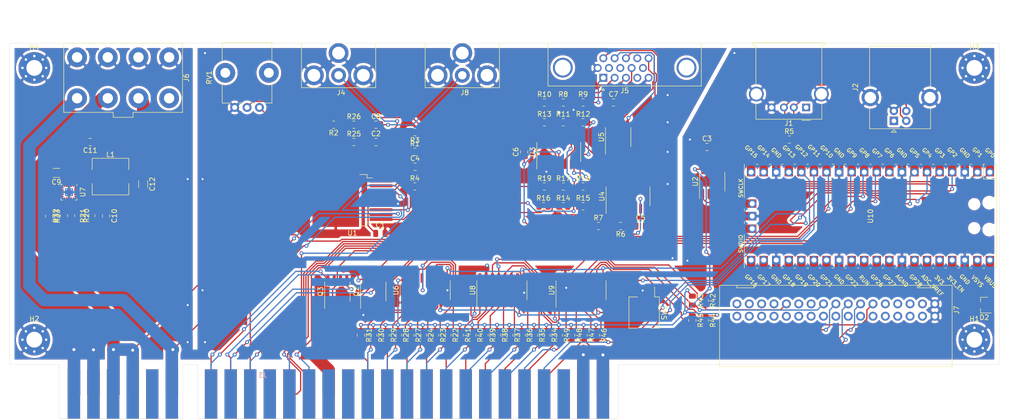
<source format=kicad_pcb>
(kicad_pcb (version 20171130) (host pcbnew 5.1.9-1.fc33)
  (layers (0 F.Cu signal) (31 B.Cu signal) (34 B.Paste user) (35 F.Paste user) (36 B.SilkS user) (37 F.SilkS user) (38 B.Mask user) (39 F.Mask user) (44 Edge.Cuts user))
  (net 0 "")
  (net 1 GND)
  (net 2 +12V)
  (net 3 "Net-(C2-Pad2)")
  (net 4 "Net-(C2-Pad1)")
  (net 5 +5V)
  (net 6 "Net-(C4-Pad1)")
  (net 7 "Net-(C7-Pad1)")
  (net 8 "Net-(C8-Pad2)")
  (net 9 "Net-(C8-Pad1)")
  (net 10 +3V3)
  (net 11 "Net-(D2-Pad2)")
  (net 12 "Net-(D2-Pad1)")
  (net 13 "Net-(J1-Pad1)")
  (net 14 "Net-(J1-Pad2)")
  (net 15 "Net-(J1-Pad3)")
  (net 16 "Net-(J2-Pad1)")
  (net 17 /p2_4)
  (net 18 /p2start)
  (net 19 "Net-(J3-PadR)")
  (net 20 "Net-(J3-PadS)")
  (net 21 /p2select)
  (net 22 /lockout1)
  (net 23 /p2up)
  (net 24 /jamma_green)
  (net 25 /p2right)
  (net 26 /jamma_sync)
  (net 27 /p2left)
  (net 28 -5V)
  (net 29 /c2)
  (net 30 /p2down)
  (net 31 /p2_3)
  (net 32 /meter1)
  (net 33 /p2_1)
  (net 34 "Net-(J3-PadM)")
  (net 35 /p2_2)
  (net 36 /p1select)
  (net 37 /p1_4)
  (net 38 /p1_3)
  (net 39 /p1_2)
  (net 40 /p1_1)
  (net 41 /p1right)
  (net 42 /p1left)
  (net 43 /p1down)
  (net 44 /p1up)
  (net 45 /p1start)
  (net 46 /c1)
  (net 47 "Net-(J3-Pad15)")
  (net 48 /jamma_blue)
  (net 49 /jamma_red)
  (net 50 "Net-(J3-Pad11)")
  (net 51 /speaker+)
  (net 52 /lockout2)
  (net 53 /meter2)
  (net 54 "Net-(J5-Pad15)")
  (net 55 "Net-(J5-Pad14)")
  (net 56 /vga_hsync)
  (net 57 "Net-(J5-Pad12)")
  (net 58 /vga_vsync)
  (net 59 "Net-(J5-Pad4)")
  (net 60 /vga_blue)
  (net 61 /vga_green)
  (net 62 /vga_red)
  (net 63 "Net-(J6-Pad1)")
  (net 64 "Net-(J7-Pad1)")
  (net 65 "Net-(J7-Pad2)")
  (net 66 "Net-(J7-Pad3)")
  (net 67 "Net-(J7-Pad4)")
  (net 68 "Net-(J7-Pad5)")
  (net 69 "Net-(J7-Pad6)")
  (net 70 "Net-(J7-Pad7)")
  (net 71 "Net-(J7-Pad8)")
  (net 72 /p2_6)
  (net 73 "Net-(J7-Pad10)")
  (net 74 "Net-(J7-Pad11)")
  (net 75 "Net-(J7-Pad12)")
  (net 76 "Net-(J7-Pad13)")
  (net 77 "Net-(J7-Pad14)")
  (net 78 /p1_6)
  (net 79 "Net-(J7-Pad16)")
  (net 80 /p1_5)
  (net 81 "Net-(J7-Pad18)")
  (net 82 "Net-(J7-Pad20)")
  (net 83 "Net-(J7-Pad22)")
  (net 84 /p2_5)
  (net 85 "Net-(J7-Pad24)")
  (net 86 "Net-(J7-Pad25)")
  (net 87 "Net-(J7-Pad26)")
  (net 88 "Net-(J7-Pad27)")
  (net 89 "Net-(J7-Pad28)")
  (net 90 "Net-(J7-Pad29)")
  (net 91 "Net-(J7-Pad30)")
  (net 92 "Net-(J7-Pad31)")
  (net 93 "Net-(J7-Pad32)")
  (net 94 /lockout1_ctl)
  (net 95 /meter1_ctl)
  (net 96 /lockout2_ctl)
  (net 97 /meter2_ctl)
  (net 98 /speaker-)
  (net 99 "Net-(R1-Pad1)")
  (net 100 "Net-(R2-Pad2)")
  (net 101 "Net-(R2-Pad1)")
  (net 102 "Net-(R11-Pad2)")
  (net 103 "Net-(R12-Pad2)")
  (net 104 "Net-(R13-Pad2)")
  (net 105 "Net-(R14-Pad1)")
  (net 106 "Net-(R15-Pad1)")
  (net 107 "Net-(R16-Pad1)")
  (net 108 "Net-(R25-Pad1)")
  (net 109 "Net-(SW1-Pad4)")
  (net 110 "Net-(SW1-Pad3)")
  (net 111 /jvs_tx)
  (net 112 /jvs_de)
  (net 113 /jvs_re)
  (net 114 /jvs_rx)
  (net 115 "Net-(U4-Pad3)")
  (net 116 "Net-(U6-Pad13)")
  (net 117 /sr_clr)
  (net 118 /sr_clk)
  (net 119 "Net-(U8-Pad13)")
  (net 120 /sr_data)
  (net 121 "Net-(U10-Pad43)")
  (net 122 "Net-(U10-Pad41)")
  (net 123 "Net-(U10-Pad21)")
  (net 124 "Net-(U10-Pad22)")
  (net 125 "Net-(U10-Pad24)")
  (net 126 "Net-(U10-Pad25)")
  (net 127 "Net-(U10-Pad26)")
  (net 128 "Net-(U10-Pad27)")
  (net 129 "Net-(U10-Pad29)")
  (net 130 "Net-(U10-Pad30)")
  (net 131 "Net-(U10-Pad31)")
  (net 132 "Net-(U10-Pad32)")
  (net 133 "Net-(U10-Pad34)")
  (net 134 "Net-(U10-Pad35)")
  (net 135 "Net-(U10-Pad37)")
  (net 136 "Net-(U10-Pad40)")
  (net 137 "Net-(U10-Pad20)")
  (net 138 "Net-(U10-Pad19)")
  (net 139 "Net-(U10-Pad17)")
  (net 140 "Net-(C10-Pad1)")
  (net 141 "Net-(C11-Pad2)")
  (net 142 +3.3VP)
  (net 143 "Net-(R32-Pad2)")
  (net 144 "Net-(R20-Pad2)")
  (net 145 "Net-(U7-Pad11)")
  (net 146 "Net-(U7-Pad9)")
  (net 147 "Net-(U9-Pad13)")
  (net 148 /SW)
  (module MountingHole:MountingHole_3.2mm_M3_Pad_Via (layer F.Cu) (at 77 87)
    (fp_text reference H4 (at 0 -4.2) (layer F.SilkS))
    (fp_text value MountingHole_Pad)
    (pad 1 thru_hole circle (at 1.697056 -1.697056) (size 0.8 0.8) (drill 0.5) (layers *.Cu *.Mask) (net 1 GND))
    (pad 1 thru_hole circle (at 0 -2.4) (size 0.8 0.8) (drill 0.5) (layers *.Cu *.Mask) (net 1 GND))
    (pad 1 thru_hole circle (at -1.697056 -1.697056) (size 0.8 0.8) (drill 0.5) (layers *.Cu *.Mask) (net 1 GND))
    (pad 1 thru_hole circle (at -2.4 0) (size 0.8 0.8) (drill 0.5) (layers *.Cu *.Mask) (net 1 GND))
    (pad 1 thru_hole circle (at -1.697056 1.697056) (size 0.8 0.8) (drill 0.5) (layers *.Cu *.Mask) (net 1 GND))
    (pad 1 thru_hole circle (at 0 2.4) (size 0.8 0.8) (drill 0.5) (layers *.Cu *.Mask) (net 1 GND))
    (pad 1 thru_hole circle (at 1.697056 1.697056) (size 0.8 0.8) (drill 0.5) (layers *.Cu *.Mask) (net 1 GND))
    (pad 1 thru_hole circle (at 2.4 0) (size 0.8 0.8) (drill 0.5) (layers *.Cu *.Mask) (net 1 GND))
    (pad 1 thru_hole circle (at 0 0) (size 6.4 6.4) (drill 3.2) (layers *.Cu *.Mask) (net 1 GND))
  )
  (module MountingHole:MountingHole_3.2mm_M3_Pad_Via (layer F.Cu) (at 267 87)
    (fp_text reference H3 (at 0 -4.2) (layer F.SilkS))
    (fp_text value MountingHole_Pad)
    (pad 1 thru_hole circle (at 1.697056 -1.697056) (size 0.8 0.8) (drill 0.5) (layers *.Cu *.Mask) (net 1 GND))
    (pad 1 thru_hole circle (at 0 -2.4) (size 0.8 0.8) (drill 0.5) (layers *.Cu *.Mask) (net 1 GND))
    (pad 1 thru_hole circle (at -1.697056 -1.697056) (size 0.8 0.8) (drill 0.5) (layers *.Cu *.Mask) (net 1 GND))
    (pad 1 thru_hole circle (at -2.4 0) (size 0.8 0.8) (drill 0.5) (layers *.Cu *.Mask) (net 1 GND))
    (pad 1 thru_hole circle (at -1.697056 1.697056) (size 0.8 0.8) (drill 0.5) (layers *.Cu *.Mask) (net 1 GND))
    (pad 1 thru_hole circle (at 0 2.4) (size 0.8 0.8) (drill 0.5) (layers *.Cu *.Mask) (net 1 GND))
    (pad 1 thru_hole circle (at 1.697056 1.697056) (size 0.8 0.8) (drill 0.5) (layers *.Cu *.Mask) (net 1 GND))
    (pad 1 thru_hole circle (at 2.4 0) (size 0.8 0.8) (drill 0.5) (layers *.Cu *.Mask) (net 1 GND))
    (pad 1 thru_hole circle (at 0 0) (size 6.4 6.4) (drill 3.2) (layers *.Cu *.Mask) (net 1 GND))
  )
  (module MountingHole:MountingHole_3.2mm_M3_Pad_Via (layer F.Cu) (at 77 142)
    (fp_text reference H2 (at 0 -4.2) (layer F.SilkS))
    (fp_text value MountingHole_Pad)
    (pad 1 thru_hole circle (at 1.697056 -1.697056) (size 0.8 0.8) (drill 0.5) (layers *.Cu *.Mask) (net 1 GND))
    (pad 1 thru_hole circle (at 0 -2.4) (size 0.8 0.8) (drill 0.5) (layers *.Cu *.Mask) (net 1 GND))
    (pad 1 thru_hole circle (at -1.697056 -1.697056) (size 0.8 0.8) (drill 0.5) (layers *.Cu *.Mask) (net 1 GND))
    (pad 1 thru_hole circle (at -2.4 0) (size 0.8 0.8) (drill 0.5) (layers *.Cu *.Mask) (net 1 GND))
    (pad 1 thru_hole circle (at -1.697056 1.697056) (size 0.8 0.8) (drill 0.5) (layers *.Cu *.Mask) (net 1 GND))
    (pad 1 thru_hole circle (at 0 2.4) (size 0.8 0.8) (drill 0.5) (layers *.Cu *.Mask) (net 1 GND))
    (pad 1 thru_hole circle (at 1.697056 1.697056) (size 0.8 0.8) (drill 0.5) (layers *.Cu *.Mask) (net 1 GND))
    (pad 1 thru_hole circle (at 2.4 0) (size 0.8 0.8) (drill 0.5) (layers *.Cu *.Mask) (net 1 GND))
    (pad 1 thru_hole circle (at 0 0) (size 6.4 6.4) (drill 3.2) (layers *.Cu *.Mask) (net 1 GND))
  )
  (module MountingHole:MountingHole_3.2mm_M3_Pad_Via (layer F.Cu) (at 267 142)
    (fp_text reference H1 (at 0 -4.2) (layer F.SilkS))
    (fp_text value MountingHole_Pad)
    (pad 1 thru_hole circle (at 1.697056 -1.697056) (size 0.8 0.8) (drill 0.5) (layers *.Cu *.Mask) (net 1 GND))
    (pad 1 thru_hole circle (at 0 -2.4) (size 0.8 0.8) (drill 0.5) (layers *.Cu *.Mask) (net 1 GND))
    (pad 1 thru_hole circle (at -1.697056 -1.697056) (size 0.8 0.8) (drill 0.5) (layers *.Cu *.Mask) (net 1 GND))
    (pad 1 thru_hole circle (at -2.4 0) (size 0.8 0.8) (drill 0.5) (layers *.Cu *.Mask) (net 1 GND))
    (pad 1 thru_hole circle (at -1.697056 1.697056) (size 0.8 0.8) (drill 0.5) (layers *.Cu *.Mask) (net 1 GND))
    (pad 1 thru_hole circle (at 0 2.4) (size 0.8 0.8) (drill 0.5) (layers *.Cu *.Mask) (net 1 GND))
    (pad 1 thru_hole circle (at 1.697056 1.697056) (size 0.8 0.8) (drill 0.5) (layers *.Cu *.Mask) (net 1 GND))
    (pad 1 thru_hole circle (at 2.4 0) (size 0.8 0.8) (drill 0.5) (layers *.Cu *.Mask) (net 1 GND))
    (pad 1 thru_hole circle (at 0 0) (size 6.4 6.4) (drill 3.2) (layers *.Cu *.Mask) (net 1 GND))
  )
  (module Resistor_SMD:R_0805_2012Metric (layer F.Cu) (at 88.5 116.9125 90)
    (fp_text reference R21 (at 0 -1.65 90) (layer F.SilkS))
    (fp_text value 51k)
    (pad 2 smd roundrect (at 0.9125 0 90) (size 1.025 1.4) (layers F.Cu F.Paste F.Mask) (roundrect_rratio 0.243902) (net 1 GND))
    (pad 1 smd roundrect (at -0.9125 0 90) (size 1.025 1.4) (layers F.Cu F.Paste F.Mask) (roundrect_rratio 0.243902) (net 144 "Net-(R20-Pad2)"))
  )
  (module Resistor_SMD:R_0805_2012Metric (layer F.Cu) (at 85.9 116.8875 270)
    (fp_text reference R20 (at 0 -1.65 90) (layer F.SilkS))
    (fp_text value 160k)
    (pad 2 smd roundrect (at 0.9125 0 270) (size 1.025 1.4) (layers F.Cu F.Paste F.Mask) (roundrect_rratio 0.243902) (net 144 "Net-(R20-Pad2)"))
    (pad 1 smd roundrect (at -0.9125 0 270) (size 1.025 1.4) (layers F.Cu F.Paste F.Mask) (roundrect_rratio 0.243902) (net 140 "Net-(C10-Pad1)"))
  )
  (module Package_SO:SOIC-16_3.9x9.9mm_P1.27mm (layer F.Cu) (at 187.5 132 90)
    (fp_text reference U9 (at 0 -5.9 90) (layer F.SilkS))
    (fp_text value 74LV166)
    (pad 16 smd roundrect (at 2.475 -4.445 90) (size 1.95 0.6) (layers F.Cu F.Paste F.Mask) (net 10 +3V3))
    (pad 15 smd roundrect (at 2.475 -3.175 90) (size 1.95 0.6) (layers F.Cu F.Paste F.Mask) (net 1 GND))
    (pad 14 smd roundrect (at 2.475 -1.905 90) (size 1.95 0.6) (layers F.Cu F.Paste F.Mask) (net 72 /p2_6))
    (pad 13 smd roundrect (at 2.475 -0.635 90) (size 1.95 0.6) (layers F.Cu F.Paste F.Mask) (net 147 "Net-(U9-Pad13)"))
    (pad 12 smd roundrect (at 2.475 0.635 90) (size 1.95 0.6) (layers F.Cu F.Paste F.Mask) (net 78 /p1_6))
    (pad 11 smd roundrect (at 2.475 1.905 90) (size 1.95 0.6) (layers F.Cu F.Paste F.Mask) (net 84 /p2_5))
    (pad 10 smd roundrect (at 2.475 3.175 90) (size 1.95 0.6) (layers F.Cu F.Paste F.Mask) (net 80 /p1_5))
    (pad 9 smd roundrect (at 2.475 4.445 90) (size 1.95 0.6) (layers F.Cu F.Paste F.Mask) (net 117 /sr_clr))
    (pad 8 smd roundrect (at -2.475 4.445 90) (size 1.95 0.6) (layers F.Cu F.Paste F.Mask) (net 1 GND))
    (pad 7 smd roundrect (at -2.475 3.175 90) (size 1.95 0.6) (layers F.Cu F.Paste F.Mask) (net 118 /sr_clk))
    (pad 6 smd roundrect (at -2.475 1.905 90) (size 1.95 0.6) (layers F.Cu F.Paste F.Mask) (net 1 GND))
    (pad 5 smd roundrect (at -2.475 0.635 90) (size 1.95 0.6) (layers F.Cu F.Paste F.Mask) (net 17 /p2_4))
    (pad 4 smd roundrect (at -2.475 -0.635 90) (size 1.95 0.6) (layers F.Cu F.Paste F.Mask) (net 37 /p1_4))
    (pad 3 smd roundrect (at -2.475 -1.905 90) (size 1.95 0.6) (layers F.Cu F.Paste F.Mask) (net 31 /p2_3))
    (pad 2 smd roundrect (at -2.475 -3.175 90) (size 1.95 0.6) (layers F.Cu F.Paste F.Mask) (net 38 /p1_3))
    (pad 1 smd roundrect (at -2.475 -4.445 90) (size 1.95 0.6) (layers F.Cu F.Paste F.Mask) (net 119 "Net-(U8-Pad13)"))
  )
  (module Package_SO:SOIC-16_3.9x9.9mm_P1.27mm (layer F.Cu) (at 171.5 132 90)
    (fp_text reference U8 (at 0 -5.9 90) (layer F.SilkS))
    (fp_text value 74LV166)
    (pad 16 smd roundrect (at 2.475 -4.445 90) (size 1.95 0.6) (layers F.Cu F.Paste F.Mask) (net 10 +3V3))
    (pad 15 smd roundrect (at 2.475 -3.175 90) (size 1.95 0.6) (layers F.Cu F.Paste F.Mask) (net 1 GND))
    (pad 14 smd roundrect (at 2.475 -1.905 90) (size 1.95 0.6) (layers F.Cu F.Paste F.Mask) (net 35 /p2_2))
    (pad 13 smd roundrect (at 2.475 -0.635 90) (size 1.95 0.6) (layers F.Cu F.Paste F.Mask) (net 119 "Net-(U8-Pad13)"))
    (pad 12 smd roundrect (at 2.475 0.635 90) (size 1.95 0.6) (layers F.Cu F.Paste F.Mask) (net 39 /p1_2))
    (pad 11 smd roundrect (at 2.475 1.905 90) (size 1.95 0.6) (layers F.Cu F.Paste F.Mask) (net 33 /p2_1))
    (pad 10 smd roundrect (at 2.475 3.175 90) (size 1.95 0.6) (layers F.Cu F.Paste F.Mask) (net 40 /p1_1))
    (pad 9 smd roundrect (at 2.475 4.445 90) (size 1.95 0.6) (layers F.Cu F.Paste F.Mask) (net 117 /sr_clr))
    (pad 8 smd roundrect (at -2.475 4.445 90) (size 1.95 0.6) (layers F.Cu F.Paste F.Mask) (net 1 GND))
    (pad 7 smd roundrect (at -2.475 3.175 90) (size 1.95 0.6) (layers F.Cu F.Paste F.Mask) (net 118 /sr_clk))
    (pad 6 smd roundrect (at -2.475 1.905 90) (size 1.95 0.6) (layers F.Cu F.Paste F.Mask) (net 1 GND))
    (pad 5 smd roundrect (at -2.475 0.635 90) (size 1.95 0.6) (layers F.Cu F.Paste F.Mask) (net 25 /p2right))
    (pad 4 smd roundrect (at -2.475 -0.635 90) (size 1.95 0.6) (layers F.Cu F.Paste F.Mask) (net 41 /p1right))
    (pad 3 smd roundrect (at -2.475 -1.905 90) (size 1.95 0.6) (layers F.Cu F.Paste F.Mask) (net 27 /p2left))
    (pad 2 smd roundrect (at -2.475 -3.175 90) (size 1.95 0.6) (layers F.Cu F.Paste F.Mask) (net 42 /p1left))
    (pad 1 smd roundrect (at -2.475 -4.445 90) (size 1.95 0.6) (layers F.Cu F.Paste F.Mask) (net 116 "Net-(U6-Pad13)"))
  )
  (module Package_DFN_QFN:VQFN-20-1EP_3x3mm_P0.45mm_EP1.55x1.55mm_ThermalVias (layer F.Cu) (at 84 112.15 270)
    (fp_text reference U7 (at 0 -2.82 90) (layer F.SilkS))
    (fp_text value TPS568230)
    (pad 21 smd rect (at 0 0 270) (size 1.55 1.55) (layers B.Cu) (net 1 GND))
    (pad 21 thru_hole circle (at 0.525 0.525 270) (size 0.5 0.5) (drill 0.2) (layers *.Cu) (net 1 GND))
    (pad 21 thru_hole circle (at -0.525 0.525 270) (size 0.5 0.5) (drill 0.2) (layers *.Cu) (net 1 GND))
    (pad 21 thru_hole circle (at 0.525 -0.525 270) (size 0.5 0.5) (drill 0.2) (layers *.Cu) (net 1 GND))
    (pad 21 thru_hole circle (at -0.525 -0.525 270) (size 0.5 0.5) (drill 0.2) (layers *.Cu) (net 1 GND))
    (pad 21 smd rect (at 0 0 270) (size 1.55 1.55) (layers F.Cu F.Mask) (net 1 GND))
    (pad 20 smd custom (at -0.9 -1.45 270) (size 0.143934 0.143934) (layers F.Cu F.Paste F.Mask) (net 148 /SW) (options (clearance outline) (anchor circle)) (primitives (gr_poly (pts (xy -0.075 -0.375) (xy 0.075 -0.375) (xy 0.075 0.375) (xy 0.045711 0.375) (xy -0.075 0.254289)) (width 0.1))))
    (pad 19 smd roundrect (at -0.45 -1.45 270) (size 0.25 0.85) (layers F.Cu F.Paste F.Mask) (net 148 /SW))
    (pad 18 smd roundrect (at 0 -1.45 270) (size 0.25 0.85) (layers F.Cu F.Paste F.Mask) (net 1 GND))
    (pad 17 smd roundrect (at 0.45 -1.45 270) (size 0.25 0.85) (layers F.Cu F.Paste F.Mask) (net 140 "Net-(C10-Pad1)"))
    (pad 16 smd custom (at 0.9 -1.45 270) (size 0.143934 0.143934) (layers F.Cu F.Paste F.Mask) (options (clearance outline) (anchor circle)) (primitives (gr_poly (pts (xy -0.075 -0.375) (xy 0.075 -0.375) (xy 0.075 0.254289) (xy -0.045711 0.375) (xy -0.075 0.375)) (width 0.1))))
    (pad 15 smd custom (at 1.45 -0.9 270) (size 0.143934 0.143934) (layers F.Cu F.Paste F.Mask) (net 144 "Net-(R20-Pad2)") (options (clearance outline) (anchor circle)) (primitives (gr_poly (pts (xy -0.375 0.045711) (xy -0.254289 -0.075) (xy 0.375 -0.075) (xy 0.375 0.075) (xy -0.375 0.075)) (width 0.1))))
    (pad 14 smd roundrect (at 1.45 -0.45 270) (size 0.85 0.25) (layers F.Cu F.Paste F.Mask) (net 143 "Net-(R32-Pad2)"))
    (pad 13 smd roundrect (at 1.45 0 270) (size 0.85 0.25) (layers F.Cu F.Paste F.Mask) (net 1 GND))
    (pad 12 smd roundrect (at 1.45 0.45 270) (size 0.85 0.25) (layers F.Cu F.Paste F.Mask) (net 5 +5V))
    (pad 11 smd custom (at 1.45 0.9 270) (size 0.143934 0.143934) (layers F.Cu F.Paste F.Mask) (net 145 "Net-(U7-Pad11)") (options (clearance outline) (anchor circle)) (primitives (gr_poly (pts (xy -0.375 -0.075) (xy 0.375 -0.075) (xy 0.375 0.075) (xy -0.254289 0.075) (xy -0.375 -0.045711)) (width 0.1))))
    (pad 10 smd custom (at 0.9 1.45 270) (size 0.143934 0.143934) (layers F.Cu F.Paste F.Mask) (options (clearance outline) (anchor circle)) (primitives (gr_poly (pts (xy -0.075 -0.375) (xy -0.045711 -0.375) (xy 0.075 -0.254289) (xy 0.075 0.375) (xy -0.075 0.375)) (width 0.1))))
    (pad 9 smd roundrect (at 0.45 1.45 270) (size 0.25 0.85) (layers F.Cu F.Paste F.Mask) (net 146 "Net-(U7-Pad9)"))
    (pad 8 smd roundrect (at 0 1.45 270) (size 0.25 0.85) (layers F.Cu F.Paste F.Mask) (net 1 GND))
    (pad 7 smd roundrect (at -0.45 1.45 270) (size 0.25 0.85) (layers F.Cu F.Paste F.Mask) (net 1 GND))
    (pad 6 smd custom (at -0.9 1.45 270) (size 0.143934 0.143934) (layers F.Cu F.Paste F.Mask) (net 148 /SW) (options (clearance outline) (anchor circle)) (primitives (gr_poly (pts (xy -0.075 -0.254289) (xy 0.045711 -0.375) (xy 0.075 -0.375) (xy 0.075 0.375) (xy -0.075 0.375)) (width 0.1))))
    (pad 5 smd custom (at -1.45 0.9 270) (size 0.143934 0.143934) (layers F.Cu F.Paste F.Mask) (net 5 +5V) (options (clearance outline) (anchor circle)) (primitives (gr_poly (pts (xy -0.375 -0.075) (xy 0.375 -0.075) (xy 0.375 -0.045711) (xy 0.254289 0.075) (xy -0.375 0.075)) (width 0.1))))
    (pad 4 smd roundrect (at -1.45 0.45 270) (size 0.85 0.25) (layers F.Cu F.Paste F.Mask) (net 5 +5V))
    (pad 3 smd roundrect (at -1.45 0 270) (size 0.85 0.25) (layers F.Cu F.Paste F.Mask) (net 5 +5V))
    (pad 2 smd roundrect (at -1.45 -0.45 270) (size 0.85 0.25) (layers F.Cu F.Paste F.Mask) (net 5 +5V))
    (pad 1 smd custom (at -1.45 -0.9 270) (size 0.143934 0.143934) (layers F.Cu F.Paste F.Mask) (net 141 "Net-(C11-Pad2)") (options (clearance outline) (anchor circle)) (primitives (gr_poly (pts (xy -0.375 -0.075) (xy 0.254289 -0.075) (xy 0.375 0.045711) (xy 0.375 0.075) (xy -0.375 0.075)) (width 0.1))))
  )
  (module Resistor_SMD:R_0805_2012Metric (layer F.Cu) (at 183 141.0875 270)
    (fp_text reference R49 (at 0 -1.65 90) (layer F.SilkS))
    (fp_text value 10k)
    (pad 2 smd roundrect (at 0.9125 0 270) (size 1.025 1.4) (layers F.Cu F.Paste F.Mask) (roundrect_rratio 0.243902) (net 38 /p1_3))
    (pad 1 smd roundrect (at -0.9125 0 270) (size 1.025 1.4) (layers F.Cu F.Paste F.Mask) (roundrect_rratio 0.243902) (net 10 +3V3))
  )
  (module Resistor_SMD:R_0805_2012Metric (layer F.Cu) (at 185.5 141.0875 270)
    (fp_text reference R48 (at 0 -1.65 90) (layer F.SilkS))
    (fp_text value 10k)
    (pad 2 smd roundrect (at 0.9125 0 270) (size 1.025 1.4) (layers F.Cu F.Paste F.Mask) (roundrect_rratio 0.243902) (net 31 /p2_3))
    (pad 1 smd roundrect (at -0.9125 0 270) (size 1.025 1.4) (layers F.Cu F.Paste F.Mask) (roundrect_rratio 0.243902) (net 10 +3V3))
  )
  (module Resistor_SMD:R_0805_2012Metric (layer F.Cu) (at 188 141.0875 270)
    (fp_text reference R47 (at 0 -1.65 90) (layer F.SilkS))
    (fp_text value 10k)
    (pad 2 smd roundrect (at 0.9125 0 270) (size 1.025 1.4) (layers F.Cu F.Paste F.Mask) (roundrect_rratio 0.243902) (net 37 /p1_4))
    (pad 1 smd roundrect (at -0.9125 0 270) (size 1.025 1.4) (layers F.Cu F.Paste F.Mask) (roundrect_rratio 0.243902) (net 10 +3V3))
  )
  (module Resistor_SMD:R_0805_2012Metric (layer F.Cu) (at 190.5 141.0875 270)
    (fp_text reference R46 (at 0 -1.65 90) (layer F.SilkS))
    (fp_text value 10k)
    (pad 2 smd roundrect (at 0.9125 0 270) (size 1.025 1.4) (layers F.Cu F.Paste F.Mask) (roundrect_rratio 0.243902) (net 17 /p2_4))
    (pad 1 smd roundrect (at -0.9125 0 270) (size 1.025 1.4) (layers F.Cu F.Paste F.Mask) (roundrect_rratio 0.243902) (net 10 +3V3))
  )
  (module Resistor_SMD:R_0805_2012Metric (layer F.Cu) (at 210 138.0875 270)
    (fp_text reference R45 (at 0 -1.65 90) (layer F.SilkS))
    (fp_text value 10k)
    (pad 2 smd roundrect (at 0.9125 0 270) (size 1.025 1.4) (layers F.Cu F.Paste F.Mask) (roundrect_rratio 0.243902) (net 80 /p1_5))
    (pad 1 smd roundrect (at -0.9125 0 270) (size 1.025 1.4) (layers F.Cu F.Paste F.Mask) (roundrect_rratio 0.243902) (net 10 +3V3))
  )
  (module Resistor_SMD:R_0805_2012Metric (layer F.Cu) (at 212.5 138.0875 270)
    (fp_text reference R44 (at 0 -1.65 90) (layer F.SilkS))
    (fp_text value 10k)
    (pad 2 smd roundrect (at 0.9125 0 270) (size 1.025 1.4) (layers F.Cu F.Paste F.Mask) (roundrect_rratio 0.243902) (net 84 /p2_5))
    (pad 1 smd roundrect (at -0.9125 0 270) (size 1.025 1.4) (layers F.Cu F.Paste F.Mask) (roundrect_rratio 0.243902) (net 10 +3V3))
  )
  (module Resistor_SMD:R_0805_2012Metric (layer F.Cu) (at 210 134.0875 270)
    (fp_text reference R43 (at 0 -1.65 90) (layer F.SilkS))
    (fp_text value 10k)
    (pad 2 smd roundrect (at 0.9125 0 270) (size 1.025 1.4) (layers F.Cu F.Paste F.Mask) (roundrect_rratio 0.243902) (net 78 /p1_6))
    (pad 1 smd roundrect (at -0.9125 0 270) (size 1.025 1.4) (layers F.Cu F.Paste F.Mask) (roundrect_rratio 0.243902) (net 10 +3V3))
  )
  (module Resistor_SMD:R_0805_2012Metric (layer F.Cu) (at 212.5 134.0875 270)
    (fp_text reference R42 (at 0 -1.65 90) (layer F.SilkS))
    (fp_text value 10k)
    (pad 2 smd roundrect (at 0.9125 0 270) (size 1.025 1.4) (layers F.Cu F.Paste F.Mask) (roundrect_rratio 0.243902) (net 72 /p2_6))
    (pad 1 smd roundrect (at -0.9125 0 270) (size 1.025 1.4) (layers F.Cu F.Paste F.Mask) (roundrect_rratio 0.243902) (net 10 +3V3))
  )
  (module Resistor_SMD:R_0805_2012Metric (layer F.Cu) (at 163 141.0875 270)
    (fp_text reference R41 (at 0 -1.65 90) (layer F.SilkS))
    (fp_text value 10k)
    (pad 2 smd roundrect (at 0.9125 0 270) (size 1.025 1.4) (layers F.Cu F.Paste F.Mask) (roundrect_rratio 0.243902) (net 42 /p1left))
    (pad 1 smd roundrect (at -0.9125 0 270) (size 1.025 1.4) (layers F.Cu F.Paste F.Mask) (roundrect_rratio 0.243902) (net 10 +3V3))
  )
  (module Resistor_SMD:R_0805_2012Metric (layer F.Cu) (at 165.5 141.0875 270)
    (fp_text reference R40 (at 0 -1.65 90) (layer F.SilkS))
    (fp_text value 10k)
    (pad 2 smd roundrect (at 0.9125 0 270) (size 1.025 1.4) (layers F.Cu F.Paste F.Mask) (roundrect_rratio 0.243902) (net 27 /p2left))
    (pad 1 smd roundrect (at -0.9125 0 270) (size 1.025 1.4) (layers F.Cu F.Paste F.Mask) (roundrect_rratio 0.243902) (net 10 +3V3))
  )
  (module Resistor_SMD:R_0805_2012Metric (layer F.Cu) (at 168 141.0875 270)
    (fp_text reference R39 (at 0 -1.65 90) (layer F.SilkS))
    (fp_text value 10k)
    (pad 2 smd roundrect (at 0.9125 0 270) (size 1.025 1.4) (layers F.Cu F.Paste F.Mask) (roundrect_rratio 0.243902) (net 41 /p1right))
    (pad 1 smd roundrect (at -0.9125 0 270) (size 1.025 1.4) (layers F.Cu F.Paste F.Mask) (roundrect_rratio 0.243902) (net 10 +3V3))
  )
  (module Resistor_SMD:R_0805_2012Metric (layer F.Cu) (at 170.5 141.0875 270)
    (fp_text reference R38 (at 0 -1.65 90) (layer F.SilkS))
    (fp_text value 10k)
    (pad 2 smd roundrect (at 0.9125 0 270) (size 1.025 1.4) (layers F.Cu F.Paste F.Mask) (roundrect_rratio 0.243902) (net 25 /p2right))
    (pad 1 smd roundrect (at -0.9125 0 270) (size 1.025 1.4) (layers F.Cu F.Paste F.Mask) (roundrect_rratio 0.243902) (net 10 +3V3))
  )
  (module Resistor_SMD:R_0805_2012Metric (layer F.Cu) (at 173 141.0875 270)
    (fp_text reference R37 (at 0 -1.65 90) (layer F.SilkS))
    (fp_text value 10k)
    (pad 2 smd roundrect (at 0.9125 0 270) (size 1.025 1.4) (layers F.Cu F.Paste F.Mask) (roundrect_rratio 0.243902) (net 40 /p1_1))
    (pad 1 smd roundrect (at -0.9125 0 270) (size 1.025 1.4) (layers F.Cu F.Paste F.Mask) (roundrect_rratio 0.243902) (net 10 +3V3))
  )
  (module Resistor_SMD:R_0805_2012Metric (layer F.Cu) (at 175.5 141.0875 270)
    (fp_text reference R36 (at 0 -1.65 90) (layer F.SilkS))
    (fp_text value 10k)
    (pad 2 smd roundrect (at 0.9125 0 270) (size 1.025 1.4) (layers F.Cu F.Paste F.Mask) (roundrect_rratio 0.243902) (net 33 /p2_1))
    (pad 1 smd roundrect (at -0.9125 0 270) (size 1.025 1.4) (layers F.Cu F.Paste F.Mask) (roundrect_rratio 0.243902) (net 10 +3V3))
  )
  (module Resistor_SMD:R_0805_2012Metric (layer F.Cu) (at 178 141.0875 270)
    (fp_text reference R35 (at 0 -1.65 90) (layer F.SilkS))
    (fp_text value 10k)
    (pad 2 smd roundrect (at 0.9125 0 270) (size 1.025 1.4) (layers F.Cu F.Paste F.Mask) (roundrect_rratio 0.243902) (net 39 /p1_2))
    (pad 1 smd roundrect (at -0.9125 0 270) (size 1.025 1.4) (layers F.Cu F.Paste F.Mask) (roundrect_rratio 0.243902) (net 10 +3V3))
  )
  (module Resistor_SMD:R_0805_2012Metric (layer F.Cu) (at 180.5 141.0875 270)
    (fp_text reference R34 (at 0 -1.65 90) (layer F.SilkS))
    (fp_text value 10k)
    (pad 2 smd roundrect (at 0.9125 0 270) (size 1.025 1.4) (layers F.Cu F.Paste F.Mask) (roundrect_rratio 0.243902) (net 35 /p2_2))
    (pad 1 smd roundrect (at -0.9125 0 270) (size 1.025 1.4) (layers F.Cu F.Paste F.Mask) (roundrect_rratio 0.243902) (net 10 +3V3))
  )
  (module Resistor_SMD:R_0805_2012Metric (layer F.Cu) (at 80 117 270)
    (fp_text reference R33 (at 0 -1.65 90) (layer F.SilkS))
    (fp_text value 20k)
    (pad 2 smd roundrect (at 0.9125 0 270) (size 1.025 1.4) (layers F.Cu F.Paste F.Mask) (roundrect_rratio 0.243902) (net 1 GND))
    (pad 1 smd roundrect (at -0.9125 0 270) (size 1.025 1.4) (layers F.Cu F.Paste F.Mask) (roundrect_rratio 0.243902) (net 143 "Net-(R32-Pad2)"))
  )
  (module Resistor_SMD:R_0805_2012Metric (layer F.Cu) (at 83 116.9125 90)
    (fp_text reference R32 (at 0 -1.65 90) (layer F.SilkS))
    (fp_text value 90k)
    (pad 2 smd roundrect (at 0.9125 0 90) (size 1.025 1.4) (layers F.Cu F.Paste F.Mask) (roundrect_rratio 0.243902) (net 143 "Net-(R32-Pad2)"))
    (pad 1 smd roundrect (at -0.9125 0 90) (size 1.025 1.4) (layers F.Cu F.Paste F.Mask) (roundrect_rratio 0.243902) (net 142 +3.3VP))
  )
  (module Resistor_SMD:R_0805_2012Metric (layer F.Cu) (at 143 141.0875 270)
    (fp_text reference R31 (at 0 -1.65 90) (layer F.SilkS))
    (fp_text value 10k)
    (pad 2 smd roundrect (at 0.9125 0 270) (size 1.025 1.4) (layers F.Cu F.Paste F.Mask) (roundrect_rratio 0.243902) (net 46 /c1))
    (pad 1 smd roundrect (at -0.9125 0 270) (size 1.025 1.4) (layers F.Cu F.Paste F.Mask) (roundrect_rratio 0.243902) (net 10 +3V3))
  )
  (module Resistor_SMD:R_0805_2012Metric (layer F.Cu) (at 145.5 141.0875 270)
    (fp_text reference R30 (at 0 -1.65 90) (layer F.SilkS))
    (fp_text value 10k)
    (pad 2 smd roundrect (at 0.9125 0 270) (size 1.025 1.4) (layers F.Cu F.Paste F.Mask) (roundrect_rratio 0.243902) (net 29 /c2))
    (pad 1 smd roundrect (at -0.9125 0 270) (size 1.025 1.4) (layers F.Cu F.Paste F.Mask) (roundrect_rratio 0.243902) (net 10 +3V3))
  )
  (module Resistor_SMD:R_0805_2012Metric (layer F.Cu) (at 148 141.0875 270)
    (fp_text reference R29 (at 0 -1.65 90) (layer F.SilkS))
    (fp_text value 10k)
    (pad 2 smd roundrect (at 0.9125 0 270) (size 1.025 1.4) (layers F.Cu F.Paste F.Mask) (roundrect_rratio 0.243902) (net 45 /p1start))
    (pad 1 smd roundrect (at -0.9125 0 270) (size 1.025 1.4) (layers F.Cu F.Paste F.Mask) (roundrect_rratio 0.243902) (net 10 +3V3))
  )
  (module Resistor_SMD:R_0805_2012Metric (layer F.Cu) (at 150.5 141.0875 270)
    (fp_text reference R28 (at 0 -1.65 90) (layer F.SilkS))
    (fp_text value 10k)
    (pad 2 smd roundrect (at 0.9125 0 270) (size 1.025 1.4) (layers F.Cu F.Paste F.Mask) (roundrect_rratio 0.243902) (net 18 /p2start))
    (pad 1 smd roundrect (at -0.9125 0 270) (size 1.025 1.4) (layers F.Cu F.Paste F.Mask) (roundrect_rratio 0.243902) (net 10 +3V3))
  )
  (module Resistor_SMD:R_0805_2012Metric (layer F.Cu) (at 153 141.0875 270)
    (fp_text reference R27 (at 0 -1.65 90) (layer F.SilkS))
    (fp_text value 10k)
    (pad 2 smd roundrect (at 0.9125 0 270) (size 1.025 1.4) (layers F.Cu F.Paste F.Mask) (roundrect_rratio 0.243902) (net 44 /p1up))
    (pad 1 smd roundrect (at -0.9125 0 270) (size 1.025 1.4) (layers F.Cu F.Paste F.Mask) (roundrect_rratio 0.243902) (net 10 +3V3))
  )
  (module Resistor_SMD:R_0805_2012Metric (layer F.Cu) (at 155.5 141.0875 270)
    (fp_text reference R24 (at 0 -1.65 90) (layer F.SilkS))
    (fp_text value 10k)
    (pad 2 smd roundrect (at 0.9125 0 270) (size 1.025 1.4) (layers F.Cu F.Paste F.Mask) (roundrect_rratio 0.243902) (net 23 /p2up))
    (pad 1 smd roundrect (at -0.9125 0 270) (size 1.025 1.4) (layers F.Cu F.Paste F.Mask) (roundrect_rratio 0.243902) (net 10 +3V3))
  )
  (module Resistor_SMD:R_0805_2012Metric (layer F.Cu) (at 158 141.0875 270)
    (fp_text reference R23 (at 0 -1.65 90) (layer F.SilkS))
    (fp_text value 10k)
    (pad 2 smd roundrect (at 0.9125 0 270) (size 1.025 1.4) (layers F.Cu F.Paste F.Mask) (roundrect_rratio 0.243902) (net 43 /p1down))
    (pad 1 smd roundrect (at -0.9125 0 270) (size 1.025 1.4) (layers F.Cu F.Paste F.Mask) (roundrect_rratio 0.243902) (net 10 +3V3))
  )
  (module Resistor_SMD:R_0805_2012Metric (layer F.Cu) (at 160.5 141.0875 270)
    (fp_text reference R22 (at 0 -1.65 90) (layer F.SilkS))
    (fp_text value 10k)
    (pad 2 smd roundrect (at 0.9125 0 270) (size 1.025 1.4) (layers F.Cu F.Paste F.Mask) (roundrect_rratio 0.243902) (net 30 /p2down))
    (pad 1 smd roundrect (at -0.9125 0 270) (size 1.025 1.4) (layers F.Cu F.Paste F.Mask) (roundrect_rratio 0.243902) (net 10 +3V3))
  )
  (module Inductor_SMD:L_7.3x7.3_H3.5 (layer F.Cu) (at 92.4 109)
    (fp_text reference L1 (at 0 -4.45) (layer F.SilkS))
    (fp_text value 1uH)
    (pad 2 smd rect (at 3.2 0) (size 1.5 2.2) (layers F.Cu F.Paste F.Mask) (net 142 +3.3VP))
    (pad 1 smd rect (at -3.2 0) (size 1.5 2.2) (layers F.Cu F.Paste F.Mask) (net 148 /SW))
  )
  (module Capacitor_SMD:C_1206_3216Metric (layer F.Cu) (at 99 110.525 270)
    (fp_text reference C12 (at 0 -1.85 90) (layer F.SilkS))
    (fp_text value 100uF)
    (pad 2 smd roundrect (at 1.475 0 270) (size 1.15 1.8) (layers F.Cu F.Paste F.Mask) (roundrect_rratio 0.217391) (net 1 GND))
    (pad 1 smd roundrect (at -1.475 0 270) (size 1.15 1.8) (layers F.Cu F.Paste F.Mask) (roundrect_rratio 0.217391) (net 142 +3.3VP))
  )
  (module Capacitor_SMD:C_0805_2012Metric (layer F.Cu) (at 88.3 102 180)
    (fp_text reference C11 (at 0 -1.68) (layer F.SilkS))
    (fp_text value 0.1uF)
    (pad 2 smd roundrect (at 0.95 0 180) (size 1 1.45) (layers F.Cu F.Paste F.Mask) (net 141 "Net-(C11-Pad2)"))
    (pad 1 smd roundrect (at -0.95 0 180) (size 1 1.45) (layers F.Cu F.Paste F.Mask) (net 148 /SW))
  )
  (module Capacitor_SMD:C_0805_2012Metric (layer F.Cu) (at 91.5 116.95 270)
    (fp_text reference C10 (at 0 -1.68 90) (layer F.SilkS))
    (fp_text value 1uF)
    (pad 2 smd roundrect (at 0.95 0 270) (size 1 1.45) (layers F.Cu F.Paste F.Mask) (net 1 GND))
    (pad 1 smd roundrect (at -0.95 0 270) (size 1 1.45) (layers F.Cu F.Paste F.Mask) (net 140 "Net-(C10-Pad1)"))
  )
  (module Capacitor_SMD:C_1206_3216Metric (layer F.Cu) (at 81.475 108.25 180)
    (fp_text reference C9 (at 0 -1.85) (layer F.SilkS))
    (fp_text value 100uF)
    (pad 2 smd roundrect (at 1.475 0 180) (size 1.15 1.8) (layers F.Cu F.Paste F.Mask) (roundrect_rratio 0.217391) (net 1 GND))
    (pad 1 smd roundrect (at -1.475 0 180) (size 1.15 1.8) (layers F.Cu F.Paste F.Mask) (roundrect_rratio 0.217391) (net 5 +5V))
  )
  (module Capacitor_SMD:C_0805_2012Metric (layer F.Cu) (at 194.05 94)
    (fp_text reference C7 (at 0 -1.68) (layer F.SilkS))
    (fp_text value 0.1uF)
    (pad 2 smd roundrect (at 0.95 0) (size 1 1.45) (layers F.Cu F.Paste F.Mask) (net 1 GND))
    (pad 1 smd roundrect (at -0.95 0) (size 1 1.45) (layers F.Cu F.Paste F.Mask) (net 7 "Net-(C7-Pad1)"))
  )
  (module td-io:CUI_RCJ-01X (layer F.Cu) (at 163.5 88.5)
    (fp_text reference J8 (at 0.5 3.5) (layer F.SilkS))
    (fp_text value Conn_Coaxial)
    (pad 2 thru_hole circle (at 0 -4.5) (size 4 4) (drill 2.6) (layers *.Cu *.Mask) (net 1 GND))
    (pad 2 thru_hole circle (at -5 0) (size 4 4) (drill 2.6) (layers *.Cu *.Mask) (net 1 GND))
    (pad 2 thru_hole circle (at 5 0) (size 4 4) (drill 2.6) (layers *.Cu *.Mask) (net 1 GND))
    (pad 1 thru_hole circle (at 0 0) (size 3 3) (drill 1.7) (layers *.Cu *.Mask) (net 8 "Net-(C8-Pad2)"))
  )
  (module td-io:CUI_RCJ-01X (layer F.Cu) (at 138.5 88.5)
    (fp_text reference J4 (at 0.5 3.5) (layer F.SilkS))
    (fp_text value Conn_Coaxial)
    (pad 2 thru_hole circle (at 0 -4.5) (size 4 4) (drill 2.6) (layers *.Cu *.Mask) (net 1 GND))
    (pad 2 thru_hole circle (at -5 0) (size 4 4) (drill 2.6) (layers *.Cu *.Mask) (net 1 GND))
    (pad 2 thru_hole circle (at 5 0) (size 4 4) (drill 2.6) (layers *.Cu *.Mask) (net 1 GND))
    (pad 1 thru_hole circle (at 0 0) (size 3 3) (drill 1.7) (layers *.Cu *.Mask) (net 3 "Net-(C2-Pad2)"))
  )
  (module td-io:DF1BZ-34DP-2.5DS (layer F.Cu) (at 239 136 180)
    (fp_text reference J7 (at -24.4 0 90) (layer F.SilkS))
    (fp_text value Conn_02x17_Odd_Even)
    (pad 1 thru_hole circle (at 20 1.25 180) (size 1.8 1.8) (drill 1.1) (layers *.Cu *.Mask) (net 64 "Net-(J7-Pad1)"))
    (pad 2 thru_hole circle (at 20 -1.25 180) (size 1.8 1.8) (drill 1.1) (layers *.Cu *.Mask) (net 65 "Net-(J7-Pad2)"))
    (pad 3 thru_hole circle (at 17.5 1.25 180) (size 1.8 1.8) (drill 1.1) (layers *.Cu *.Mask) (net 66 "Net-(J7-Pad3)"))
    (pad 4 thru_hole circle (at 17.5 -1.25 180) (size 1.8 1.8) (drill 1.1) (layers *.Cu *.Mask) (net 67 "Net-(J7-Pad4)"))
    (pad 5 thru_hole circle (at 15 1.25 180) (size 1.8 1.8) (drill 1.1) (layers *.Cu *.Mask) (net 68 "Net-(J7-Pad5)"))
    (pad 6 thru_hole circle (at 15 -1.25 180) (size 1.8 1.8) (drill 1.1) (layers *.Cu *.Mask) (net 69 "Net-(J7-Pad6)"))
    (pad 7 thru_hole circle (at 12.5 1.25 180) (size 1.8 1.8) (drill 1.1) (layers *.Cu *.Mask) (net 70 "Net-(J7-Pad7)"))
    (pad 8 thru_hole circle (at 12.5 -1.25 180) (size 1.8 1.8) (drill 1.1) (layers *.Cu *.Mask) (net 71 "Net-(J7-Pad8)"))
    (pad 9 thru_hole circle (at 10 1.25 180) (size 1.8 1.8) (drill 1.1) (layers *.Cu *.Mask) (net 72 /p2_6))
    (pad 10 thru_hole circle (at 10 -1.25 180) (size 1.8 1.8) (drill 1.1) (layers *.Cu *.Mask) (net 73 "Net-(J7-Pad10)"))
    (pad 11 thru_hole circle (at 7.5 1.25 180) (size 1.8 1.8) (drill 1.1) (layers *.Cu *.Mask) (net 74 "Net-(J7-Pad11)"))
    (pad 12 thru_hole circle (at 7.5 -1.25 180) (size 1.8 1.8) (drill 1.1) (layers *.Cu *.Mask) (net 75 "Net-(J7-Pad12)"))
    (pad 13 thru_hole circle (at 5 1.25 180) (size 1.8 1.8) (drill 1.1) (layers *.Cu *.Mask) (net 76 "Net-(J7-Pad13)"))
    (pad 14 thru_hole circle (at 5 -1.25 180) (size 1.8 1.8) (drill 1.1) (layers *.Cu *.Mask) (net 77 "Net-(J7-Pad14)"))
    (pad 15 thru_hole circle (at 2.5 1.25 180) (size 1.8 1.8) (drill 1.1) (layers *.Cu *.Mask) (net 78 /p1_6))
    (pad 16 thru_hole circle (at 2.5 -1.25 180) (size 1.8 1.8) (drill 1.1) (layers *.Cu *.Mask) (net 79 "Net-(J7-Pad16)"))
    (pad 17 thru_hole circle (at 0 1.25 180) (size 1.8 1.8) (drill 1.1) (layers *.Cu *.Mask) (net 80 /p1_5))
    (pad 18 thru_hole circle (at 0 -1.25 180) (size 1.8 1.8) (drill 1.1) (layers *.Cu *.Mask) (net 81 "Net-(J7-Pad18)"))
    (pad 19 thru_hole circle (at -2.5 1.25 180) (size 1.8 1.8) (drill 1.1) (layers *.Cu *.Mask) (net 37 /p1_4))
    (pad 20 thru_hole circle (at -2.5 -1.25 180) (size 1.8 1.8) (drill 1.1) (layers *.Cu *.Mask) (net 82 "Net-(J7-Pad20)"))
    (pad 21 thru_hole circle (at -5 1.25 180) (size 1.8 1.8) (drill 1.1) (layers *.Cu *.Mask) (net 17 /p2_4))
    (pad 22 thru_hole circle (at -5 -1.25 180) (size 1.8 1.8) (drill 1.1) (layers *.Cu *.Mask) (net 83 "Net-(J7-Pad22)"))
    (pad 23 thru_hole circle (at -7.5 1.25 180) (size 1.8 1.8) (drill 1.1) (layers *.Cu *.Mask) (net 84 /p2_5))
    (pad 24 thru_hole circle (at -7.5 -1.25 180) (size 1.8 1.8) (drill 1.1) (layers *.Cu *.Mask) (net 85 "Net-(J7-Pad24)"))
    (pad 25 thru_hole circle (at -10 1.25 180) (size 1.8 1.8) (drill 1.1) (layers *.Cu *.Mask) (net 86 "Net-(J7-Pad25)"))
    (pad 26 thru_hole circle (at -10 -1.25 180) (size 1.8 1.8) (drill 1.1) (layers *.Cu *.Mask) (net 87 "Net-(J7-Pad26)"))
    (pad 27 thru_hole circle (at -12.5 1.25 180) (size 1.8 1.8) (drill 1.1) (layers *.Cu *.Mask) (net 88 "Net-(J7-Pad27)"))
    (pad 28 thru_hole circle (at -12.5 -1.25 180) (size 1.8 1.8) (drill 1.1) (layers *.Cu *.Mask) (net 89 "Net-(J7-Pad28)"))
    (pad 29 thru_hole circle (at -15 1.25 180) (size 1.8 1.8) (drill 1.1) (layers *.Cu *.Mask) (net 90 "Net-(J7-Pad29)"))
    (pad 30 thru_hole circle (at -15 -1.25 180) (size 1.8 1.8) (drill 1.1) (layers *.Cu *.Mask) (net 91 "Net-(J7-Pad30)"))
    (pad 31 thru_hole circle (at -17.5 1.25 180) (size 1.8 1.8) (drill 1.1) (layers *.Cu *.Mask) (net 92 "Net-(J7-Pad31)"))
    (pad 32 thru_hole circle (at -17.5 -1.25 180) (size 1.8 1.8) (drill 1.1) (layers *.Cu *.Mask) (net 93 "Net-(J7-Pad32)"))
    (pad 33 thru_hole circle (at -20 1.25 180) (size 1.8 1.8) (drill 1.1) (layers *.Cu *.Mask) (net 1 GND))
    (pad 34 thru_hole circle (at -20 -1.25 180) (size 1.8 1.8) (drill 1.1) (layers *.Cu *.Mask) (net 1 GND))
  )
  (module Connector_Dsub:DSUB-15-HD_Female_Horizontal_P2.29x1.98mm_EdgePinOffset3.03mm_Housed_MountingHolesOffset4.94mm (layer F.Cu) (at 192 89 180)
    (fp_text reference J5 (at -4.315 -2.61) (layer F.SilkS))
    (fp_text value DB15_Female_HighDensity)
    (pad 0 thru_hole circle (at 8.185 2.05 180) (size 4 4) (drill 3.2) (layers *.Cu *.Mask))
    (pad 0 thru_hole circle (at -16.815 2.05 180) (size 4 4) (drill 3.2) (layers *.Cu *.Mask))
    (pad 15 thru_hole circle (at -9.16 3.96 180) (size 1.6 1.6) (drill 1) (layers *.Cu *.Mask) (net 54 "Net-(J5-Pad15)"))
    (pad 14 thru_hole circle (at -6.87 3.96 180) (size 1.6 1.6) (drill 1) (layers *.Cu *.Mask) (net 55 "Net-(J5-Pad14)"))
    (pad 13 thru_hole circle (at -4.58 3.96 180) (size 1.6 1.6) (drill 1) (layers *.Cu *.Mask) (net 56 /vga_hsync))
    (pad 12 thru_hole circle (at -2.29 3.96 180) (size 1.6 1.6) (drill 1) (layers *.Cu *.Mask) (net 57 "Net-(J5-Pad12)"))
    (pad 11 thru_hole circle (at 0 3.96 180) (size 1.6 1.6) (drill 1) (layers *.Cu *.Mask) (net 58 /vga_vsync))
    (pad 10 thru_hole circle (at -8.015 1.98 180) (size 1.6 1.6) (drill 1) (layers *.Cu *.Mask) (net 1 GND))
    (pad 9 thru_hole circle (at -5.725 1.98 180) (size 1.6 1.6) (drill 1) (layers *.Cu *.Mask) (net 7 "Net-(C7-Pad1)"))
    (pad 8 thru_hole circle (at -3.435 1.98 180) (size 1.6 1.6) (drill 1) (layers *.Cu *.Mask) (net 1 GND))
    (pad 7 thru_hole circle (at -1.145 1.98 180) (size 1.6 1.6) (drill 1) (layers *.Cu *.Mask) (net 1 GND))
    (pad 6 thru_hole circle (at 1.145 1.98 180) (size 1.6 1.6) (drill 1) (layers *.Cu *.Mask) (net 1 GND))
    (pad 5 thru_hole circle (at -9.16 0 180) (size 1.6 1.6) (drill 1) (layers *.Cu *.Mask) (net 1 GND))
    (pad 4 thru_hole circle (at -6.87 0 180) (size 1.6 1.6) (drill 1) (layers *.Cu *.Mask) (net 59 "Net-(J5-Pad4)"))
    (pad 3 thru_hole circle (at -4.58 0 180) (size 1.6 1.6) (drill 1) (layers *.Cu *.Mask) (net 60 /vga_blue))
    (pad 2 thru_hole circle (at -2.29 0 180) (size 1.6 1.6) (drill 1) (layers *.Cu *.Mask) (net 61 /vga_green))
    (pad 1 thru_hole rect (at 0 0 180) (size 1.6 1.6) (drill 1) (layers *.Cu *.Mask) (net 62 /vga_red))
  )
  (module Package_SO:SOIC-8_3.9x4.9mm_P1.27mm (layer F.Cu) (at 195 101 90)
    (fp_text reference U5 (at 0 -3.4 90) (layer F.SilkS))
    (fp_text value AT24CS01-SSHM)
    (pad 8 smd roundrect (at 2.475 -1.905 90) (size 1.95 0.6) (layers F.Cu F.Paste F.Mask) (net 7 "Net-(C7-Pad1)"))
    (pad 7 smd roundrect (at 2.475 -0.635 90) (size 1.95 0.6) (layers F.Cu F.Paste F.Mask) (net 1 GND))
    (pad 6 smd roundrect (at 2.475 0.635 90) (size 1.95 0.6) (layers F.Cu F.Paste F.Mask) (net 54 "Net-(J5-Pad15)"))
    (pad 5 smd roundrect (at 2.475 1.905 90) (size 1.95 0.6) (layers F.Cu F.Paste F.Mask) (net 57 "Net-(J5-Pad12)"))
    (pad 4 smd roundrect (at -2.475 1.905 90) (size 1.95 0.6) (layers F.Cu F.Paste F.Mask) (net 1 GND))
    (pad 3 smd roundrect (at -2.475 0.635 90) (size 1.95 0.6) (layers F.Cu F.Paste F.Mask) (net 1 GND))
    (pad 2 smd roundrect (at -2.475 -0.635 90) (size 1.95 0.6) (layers F.Cu F.Paste F.Mask) (net 1 GND))
    (pad 1 smd roundrect (at -2.475 -1.905 90) (size 1.95 0.6) (layers F.Cu F.Paste F.Mask) (net 1 GND))
  )
  (module Connector_USB:USB_A_Molex_67643_Horizontal (layer F.Cu) (at 233 95 180)
    (fp_text reference J1 (at 3.5 -3.19) (layer F.SilkS))
    (fp_text value USB_A)
    (pad 4 thru_hole circle (at 7 0 180) (size 1.6 1.6) (drill 0.95) (layers *.Cu *.Mask) (net 1 GND))
    (pad 3 thru_hole circle (at 4.5 0 180) (size 1.6 1.6) (drill 0.95) (layers *.Cu *.Mask) (net 15 "Net-(J1-Pad3)"))
    (pad 2 thru_hole circle (at 2.5 0 180) (size 1.6 1.6) (drill 0.95) (layers *.Cu *.Mask) (net 14 "Net-(J1-Pad2)"))
    (pad 1 thru_hole rect (at 0 0 180) (size 1.6 1.5) (drill 0.95) (layers *.Cu *.Mask) (net 13 "Net-(J1-Pad1)"))
    (pad 5 thru_hole circle (at 10.07 2.71 180) (size 3 3) (drill 2.3) (layers *.Cu *.Mask) (net 1 GND))
    (pad 5 thru_hole circle (at -3.07 2.71 180) (size 3 3) (drill 2.3) (layers *.Cu *.Mask) (net 1 GND))
  )
  (module Package_SO:SOIC-8_3.9x4.9mm_P1.27mm (layer F.Cu) (at 214 110 90)
    (fp_text reference U2 (at 0 -3.4 90) (layer F.SilkS))
    (fp_text value ST485EB)
    (pad 8 smd roundrect (at 2.475 -1.905 90) (size 1.95 0.6) (layers F.Cu F.Paste F.Mask) (net 10 +3V3))
    (pad 7 smd roundrect (at 2.475 -0.635 90) (size 1.95 0.6) (layers F.Cu F.Paste F.Mask) (net 15 "Net-(J1-Pad3)"))
    (pad 6 smd roundrect (at 2.475 0.635 90) (size 1.95 0.6) (layers F.Cu F.Paste F.Mask) (net 14 "Net-(J1-Pad2)"))
    (pad 5 smd roundrect (at 2.475 1.905 90) (size 1.95 0.6) (layers F.Cu F.Paste F.Mask) (net 1 GND))
    (pad 4 smd roundrect (at -2.475 1.905 90) (size 1.95 0.6) (layers F.Cu F.Paste F.Mask) (net 111 /jvs_tx))
    (pad 3 smd roundrect (at -2.475 0.635 90) (size 1.95 0.6) (layers F.Cu F.Paste F.Mask) (net 112 /jvs_de))
    (pad 2 smd roundrect (at -2.475 -0.635 90) (size 1.95 0.6) (layers F.Cu F.Paste F.Mask) (net 113 /jvs_re))
    (pad 1 smd roundrect (at -2.475 -1.905 90) (size 1.95 0.6) (layers F.Cu F.Paste F.Mask) (net 114 /jvs_rx))
  )
  (module Package_TO_SOT_SMD:TO-263-9_TabPin5 (layer F.Cu) (at 141.3 113.775 180)
    (fp_text reference U1 (at 0 -6.65) (layer F.SilkS))
    (fp_text value LM4950TS)
    (pad 9 smd rect (at -5.775 3.88 180) (size 4.6 0.61) (layers F.Cu F.Paste F.Mask) (net 99 "Net-(R1-Pad1)"))
    (pad 8 smd rect (at -5.775 2.91 180) (size 4.6 0.61) (layers F.Cu F.Paste F.Mask) (net 6 "Net-(C4-Pad1)"))
    (pad 7 smd rect (at -5.775 1.94 180) (size 4.6 0.61) (layers F.Cu F.Paste F.Mask) (net 98 /speaker-))
    (pad 6 smd rect (at -5.775 0.97 180) (size 4.6 0.61) (layers F.Cu F.Paste F.Mask) (net 2 +12V))
    (pad 5 smd rect (at -5.775 0 180) (size 4.6 0.61) (layers F.Cu F.Paste F.Mask) (net 1 GND))
    (pad 4 smd rect (at -5.775 -0.97 180) (size 4.6 0.61) (layers F.Cu F.Paste F.Mask) (net 1 GND))
    (pad 3 smd rect (at -5.775 -1.94 180) (size 4.6 0.61) (layers F.Cu F.Paste F.Mask) (net 51 /speaker+))
    (pad 2 smd rect (at -5.775 -2.91 180) (size 4.6 0.61) (layers F.Cu F.Paste F.Mask) (net 2 +12V))
    (pad 1 smd rect (at -5.775 -3.88 180) (size 4.6 0.61) (layers F.Cu F.Paste F.Mask) (net 101 "Net-(R2-Pad1)"))
    (pad 5 smd rect (at 3.375 0 180) (size 9.4 10.8) (layers F.Cu F.Mask) (net 1 GND))
  )
  (module MCU_RaspberryPi_and_Boards:RPi_Pico_SMD_TH (layer F.Cu) (at 246 117 270)
    (fp_text reference U10 (at 0 0 90) (layer F.SilkS))
    (fp_text value Pico)
    (fp_text user SWDIO (at 5.6 26.2 90) (layer F.SilkS) (effects (font (size 0.8 0.8))))
    (fp_text user SWCLK (at -5.7 26.2 90) (layer F.SilkS) (effects (font (size 0.8 0.8))))
    (fp_text user AGND (at 13.054 -6.35 135) (layer F.SilkS) (effects (font (size 0.8 0.8))))
    (fp_text user GND (at 12.8 -19.05 135) (layer F.SilkS) (effects (font (size 0.8 0.8))))
    (fp_text user GND (at 12.8 6.35 135) (layer F.SilkS) (effects (font (size 0.8 0.8))))
    (fp_text user GND (at 12.8 19.05 135) (layer F.SilkS) (effects (font (size 0.8 0.8))))
    (fp_text user GND (at -12.8 19.05 135) (layer F.SilkS) (effects (font (size 0.8 0.8))))
    (fp_text user GND (at -12.8 6.35 135) (layer F.SilkS) (effects (font (size 0.8 0.8))))
    (fp_text user GND (at -12.8 -6.35 135) (layer F.SilkS) (effects (font (size 0.8 0.8))))
    (fp_text user GND (at -12.8 -19.05 135) (layer F.SilkS) (effects (font (size 0.8 0.8))))
    (fp_text user VBUS (at 13.3 -24.2 135) (layer F.SilkS) (effects (font (size 0.8 0.8))))
    (fp_text user VSYS (at 13.2 -21.59 135) (layer F.SilkS) (effects (font (size 0.8 0.8))))
    (fp_text user 3V3_EN (at 13.7 -17.2 135) (layer F.SilkS) (effects (font (size 0.8 0.8))))
    (fp_text user 3V3 (at 12.9 -13.9 135) (layer F.SilkS) (effects (font (size 0.8 0.8))))
    (fp_text user ADC_VREF (at 14 -12.5 135) (layer F.SilkS) (effects (font (size 0.8 0.8))))
    (fp_text user GP28 (at 13.054 -9.144 135) (layer F.SilkS) (effects (font (size 0.8 0.8))))
    (fp_text user GP27 (at 13.054 -3.8 135) (layer F.SilkS) (effects (font (size 0.8 0.8))))
    (fp_text user GP26 (at 13.054 -1.27 135) (layer F.SilkS) (effects (font (size 0.8 0.8))))
    (fp_text user RUN (at 13 1.27 135) (layer F.SilkS) (effects (font (size 0.8 0.8))))
    (fp_text user GP22 (at 13.054 3.81 135) (layer F.SilkS) (effects (font (size 0.8 0.8))))
    (fp_text user GP21 (at 13.054 8.9 135) (layer F.SilkS) (effects (font (size 0.8 0.8))))
    (fp_text user GP20 (at 13.054 11.43 135) (layer F.SilkS) (effects (font (size 0.8 0.8))))
    (fp_text user GP19 (at 13.054 13.97 135) (layer F.SilkS) (effects (font (size 0.8 0.8))))
    (fp_text user GP18 (at 13.054 16.51 135) (layer F.SilkS) (effects (font (size 0.8 0.8))))
    (fp_text user GP17 (at 13.054 21.59 135) (layer F.SilkS) (effects (font (size 0.8 0.8))))
    (fp_text user GP16 (at 13.054 24.13 135) (layer F.SilkS) (effects (font (size 0.8 0.8))))
    (fp_text user GP15 (at -13.054 24.13 135) (layer F.SilkS) (effects (font (size 0.8 0.8))))
    (fp_text user GP14 (at -13.1 21.59 135) (layer F.SilkS) (effects (font (size 0.8 0.8))))
    (fp_text user GP13 (at -13.054 16.51 135) (layer F.SilkS) (effects (font (size 0.8 0.8))))
    (fp_text user GP12 (at -13.2 13.97 135) (layer F.SilkS) (effects (font (size 0.8 0.8))))
    (fp_text user GP11 (at -13.2 11.43 135) (layer F.SilkS) (effects (font (size 0.8 0.8))))
    (fp_text user GP10 (at -13.054 8.89 135) (layer F.SilkS) (effects (font (size 0.8 0.8))))
    (fp_text user GP9 (at -12.8 3.81 135) (layer F.SilkS) (effects (font (size 0.8 0.8))))
    (fp_text user GP8 (at -12.8 1.27 135) (layer F.SilkS) (effects (font (size 0.8 0.8))))
    (fp_text user GP7 (at -12.7 -1.3 135) (layer F.SilkS) (effects (font (size 0.8 0.8))))
    (fp_text user GP6 (at -12.8 -3.81 135) (layer F.SilkS) (effects (font (size 0.8 0.8))))
    (fp_text user GP5 (at -12.8 -8.89 135) (layer F.SilkS) (effects (font (size 0.8 0.8))))
    (fp_text user GP4 (at -12.8 -11.43 135) (layer F.SilkS) (effects (font (size 0.8 0.8))))
    (fp_text user GP3 (at -12.8 -13.97 135) (layer F.SilkS) (effects (font (size 0.8 0.8))))
    (fp_text user GP0 (at -12.8 -24.13 135) (layer F.SilkS) (effects (font (size 0.8 0.8))))
    (fp_text user GP2 (at -12.9 -16.51 135) (layer F.SilkS) (effects (font (size 0.8 0.8))))
    (fp_text user GP1 (at -12.9 -21.6 135) (layer F.SilkS) (effects (font (size 0.8 0.8))))
    (pad 43 thru_hole oval (at 2.54 23.9 270) (size 1.7 1.7) (drill 1.02) (layers *.Cu *.Mask) (net 121 "Net-(U10-Pad43)"))
    (pad 43 smd rect (at 2.54 23.9) (size 3.5 1.7) (drill (offset -0.9 0)) (layers F.Cu F.Mask) (net 121 "Net-(U10-Pad43)"))
    (pad 42 thru_hole rect (at 0 23.9 270) (size 1.7 1.7) (drill 1.02) (layers *.Cu *.Mask) (net 1 GND))
    (pad 42 smd rect (at 0 23.9) (size 3.5 1.7) (drill (offset -0.9 0)) (layers F.Cu F.Mask) (net 1 GND))
    (pad 41 thru_hole oval (at -2.54 23.9 270) (size 1.7 1.7) (drill 1.02) (layers *.Cu *.Mask) (net 122 "Net-(U10-Pad41)"))
    (pad 41 smd rect (at -2.54 23.9) (size 3.5 1.7) (drill (offset -0.9 0)) (layers F.Cu F.Mask) (net 122 "Net-(U10-Pad41)"))
    (pad "" np_thru_hole oval (at 2.425 -20.97 270) (size 1.5 1.5) (drill 1.5) (layers *.Cu *.Mask))
    (pad "" np_thru_hole oval (at -2.425 -20.97 270) (size 1.5 1.5) (drill 1.5) (layers *.Cu *.Mask))
    (pad "" np_thru_hole oval (at 2.725 -24 270) (size 1.8 1.8) (drill 1.8) (layers *.Cu *.Mask))
    (pad "" np_thru_hole oval (at -2.725 -24 270) (size 1.8 1.8) (drill 1.8) (layers *.Cu *.Mask))
    (pad 21 smd rect (at 8.89 24.13 270) (size 3.5 1.7) (drill (offset 0.9 0)) (layers F.Cu F.Mask) (net 123 "Net-(U10-Pad21)"))
    (pad 22 smd rect (at 8.89 21.59 270) (size 3.5 1.7) (drill (offset 0.9 0)) (layers F.Cu F.Mask) (net 124 "Net-(U10-Pad22)"))
    (pad 23 smd rect (at 8.89 19.05 270) (size 3.5 1.7) (drill (offset 0.9 0)) (layers F.Cu F.Mask) (net 1 GND))
    (pad 24 smd rect (at 8.89 16.51 270) (size 3.5 1.7) (drill (offset 0.9 0)) (layers F.Cu F.Mask) (net 125 "Net-(U10-Pad24)"))
    (pad 25 smd rect (at 8.89 13.97 270) (size 3.5 1.7) (drill (offset 0.9 0)) (layers F.Cu F.Mask) (net 126 "Net-(U10-Pad25)"))
    (pad 26 smd rect (at 8.89 11.43 270) (size 3.5 1.7) (drill (offset 0.9 0)) (layers F.Cu F.Mask) (net 127 "Net-(U10-Pad26)"))
    (pad 27 smd rect (at 8.89 8.89 270) (size 3.5 1.7) (drill (offset 0.9 0)) (layers F.Cu F.Mask) (net 128 "Net-(U10-Pad27)"))
    (pad 28 smd rect (at 8.89 6.35 270) (size 3.5 1.7) (drill (offset 0.9 0)) (layers F.Cu F.Mask) (net 1 GND))
    (pad 29 smd rect (at 8.89 3.81 270) (size 3.5 1.7) (drill (offset 0.9 0)) (layers F.Cu F.Mask) (net 129 "Net-(U10-Pad29)"))
    (pad 30 smd rect (at 8.89 1.27 270) (size 3.5 1.7) (drill (offset 0.9 0)) (layers F.Cu F.Mask) (net 130 "Net-(U10-Pad30)"))
    (pad 31 smd rect (at 8.89 -1.27 270) (size 3.5 1.7) (drill (offset 0.9 0)) (layers F.Cu F.Mask) (net 131 "Net-(U10-Pad31)"))
    (pad 32 smd rect (at 8.89 -3.81 270) (size 3.5 1.7) (drill (offset 0.9 0)) (layers F.Cu F.Mask) (net 132 "Net-(U10-Pad32)"))
    (pad 33 smd rect (at 8.89 -6.35 270) (size 3.5 1.7) (drill (offset 0.9 0)) (layers F.Cu F.Mask) (net 1 GND))
    (pad 34 smd rect (at 8.89 -8.89 270) (size 3.5 1.7) (drill (offset 0.9 0)) (layers F.Cu F.Mask) (net 133 "Net-(U10-Pad34)"))
    (pad 35 smd rect (at 8.89 -11.43 270) (size 3.5 1.7) (drill (offset 0.9 0)) (layers F.Cu F.Mask) (net 134 "Net-(U10-Pad35)"))
    (pad 36 smd rect (at 8.89 -13.97 270) (size 3.5 1.7) (drill (offset 0.9 0)) (layers F.Cu F.Mask) (net 10 +3V3))
    (pad 37 smd rect (at 8.89 -16.51 270) (size 3.5 1.7) (drill (offset 0.9 0)) (layers F.Cu F.Mask) (net 135 "Net-(U10-Pad37)"))
    (pad 38 smd rect (at 8.89 -19.05 270) (size 3.5 1.7) (drill (offset 0.9 0)) (layers F.Cu F.Mask) (net 1 GND))
    (pad 39 smd rect (at 8.89 -21.59 270) (size 3.5 1.7) (drill (offset 0.9 0)) (layers F.Cu F.Mask) (net 11 "Net-(D2-Pad2)"))
    (pad 40 smd rect (at 8.89 -24.13 270) (size 3.5 1.7) (drill (offset 0.9 0)) (layers F.Cu F.Mask) (net 136 "Net-(U10-Pad40)"))
    (pad 20 smd rect (at -8.89 24.13 270) (size 3.5 1.7) (drill (offset -0.9 0)) (layers F.Cu F.Mask) (net 137 "Net-(U10-Pad20)"))
    (pad 19 smd rect (at -8.89 21.59 270) (size 3.5 1.7) (drill (offset -0.9 0)) (layers F.Cu F.Mask) (net 138 "Net-(U10-Pad19)"))
    (pad 18 smd rect (at -8.89 19.05 270) (size 3.5 1.7) (drill (offset -0.9 0)) (layers F.Cu F.Mask) (net 1 GND))
    (pad 17 smd rect (at -8.89 16.51 270) (size 3.5 1.7) (drill (offset -0.9 0)) (layers F.Cu F.Mask) (net 139 "Net-(U10-Pad17)"))
    (pad 16 smd rect (at -8.89 13.97 270) (size 3.5 1.7) (drill (offset -0.9 0)) (layers F.Cu F.Mask) (net 110 "Net-(SW1-Pad3)"))
    (pad 15 smd rect (at -8.89 11.43 270) (size 3.5 1.7) (drill (offset -0.9 0)) (layers F.Cu F.Mask) (net 109 "Net-(SW1-Pad4)"))
    (pad 14 smd rect (at -8.89 8.89 270) (size 3.5 1.7) (drill (offset -0.9 0)) (layers F.Cu F.Mask) (net 96 /lockout2_ctl))
    (pad 13 smd rect (at -8.89 6.35 270) (size 3.5 1.7) (drill (offset -0.9 0)) (layers F.Cu F.Mask) (net 1 GND))
    (pad 12 smd rect (at -8.89 3.81 270) (size 3.5 1.7) (drill (offset -0.9 0)) (layers F.Cu F.Mask) (net 94 /lockout1_ctl))
    (pad 11 smd rect (at -8.89 1.27 270) (size 3.5 1.7) (drill (offset -0.9 0)) (layers F.Cu F.Mask) (net 97 /meter2_ctl))
    (pad 10 smd rect (at -8.89 -1.27 270) (size 3.5 1.7) (drill (offset -0.9 0)) (layers F.Cu F.Mask) (net 95 /meter1_ctl))
    (pad 9 smd rect (at -8.89 -3.81 270) (size 3.5 1.7) (drill (offset -0.9 0)) (layers F.Cu F.Mask) (net 120 /sr_data))
    (pad 8 smd rect (at -8.89 -6.35 270) (size 3.5 1.7) (drill (offset -0.9 0)) (layers F.Cu F.Mask) (net 1 GND))
    (pad 7 smd rect (at -8.89 -8.89 270) (size 3.5 1.7) (drill (offset -0.9 0)) (layers F.Cu F.Mask) (net 118 /sr_clk))
    (pad 6 smd rect (at -8.89 -11.43 270) (size 3.5 1.7) (drill (offset -0.9 0)) (layers F.Cu F.Mask) (net 117 /sr_clr))
    (pad 5 smd rect (at -8.89 -13.97 270) (size 3.5 1.7) (drill (offset -0.9 0)) (layers F.Cu F.Mask) (net 112 /jvs_de))
    (pad 4 smd rect (at -8.89 -16.51 270) (size 3.5 1.7) (drill (offset -0.9 0)) (layers F.Cu F.Mask) (net 113 /jvs_re))
    (pad 3 smd rect (at -8.89 -19.05 270) (size 3.5 1.7) (drill (offset -0.9 0)) (layers F.Cu F.Mask) (net 1 GND))
    (pad 2 smd rect (at -8.89 -21.59 270) (size 3.5 1.7) (drill (offset -0.9 0)) (layers F.Cu F.Mask) (net 111 /jvs_tx))
    (pad 1 smd rect (at -8.89 -24.13 270) (size 3.5 1.7) (drill (offset -0.9 0)) (layers F.Cu F.Mask) (net 114 /jvs_rx))
    (pad 40 thru_hole oval (at 8.89 -24.13 270) (size 1.7 1.7) (drill 1.02) (layers *.Cu *.Mask) (net 136 "Net-(U10-Pad40)"))
    (pad 39 thru_hole oval (at 8.89 -21.59 270) (size 1.7 1.7) (drill 1.02) (layers *.Cu *.Mask) (net 11 "Net-(D2-Pad2)"))
    (pad 38 thru_hole rect (at 8.89 -19.05 270) (size 1.7 1.7) (drill 1.02) (layers *.Cu *.Mask) (net 1 GND))
    (pad 37 thru_hole oval (at 8.89 -16.51 270) (size 1.7 1.7) (drill 1.02) (layers *.Cu *.Mask) (net 135 "Net-(U10-Pad37)"))
    (pad 36 thru_hole oval (at 8.89 -13.97 270) (size 1.7 1.7) (drill 1.02) (layers *.Cu *.Mask) (net 10 +3V3))
    (pad 35 thru_hole oval (at 8.89 -11.43 270) (size 1.7 1.7) (drill 1.02) (layers *.Cu *.Mask) (net 134 "Net-(U10-Pad35)"))
    (pad 34 thru_hole oval (at 8.89 -8.89 270) (size 1.7 1.7) (drill 1.02) (layers *.Cu *.Mask) (net 133 "Net-(U10-Pad34)"))
    (pad 33 thru_hole rect (at 8.89 -6.35 270) (size 1.7 1.7) (drill 1.02) (layers *.Cu *.Mask) (net 1 GND))
    (pad 32 thru_hole oval (at 8.89 -3.81 270) (size 1.7 1.7) (drill 1.02) (layers *.Cu *.Mask) (net 132 "Net-(U10-Pad32)"))
    (pad 31 thru_hole oval (at 8.89 -1.27 270) (size 1.7 1.7) (drill 1.02) (layers *.Cu *.Mask) (net 131 "Net-(U10-Pad31)"))
    (pad 30 thru_hole oval (at 8.89 1.27 270) (size 1.7 1.7) (drill 1.02) (layers *.Cu *.Mask) (net 130 "Net-(U10-Pad30)"))
    (pad 29 thru_hole oval (at 8.89 3.81 270) (size 1.7 1.7) (drill 1.02) (layers *.Cu *.Mask) (net 129 "Net-(U10-Pad29)"))
    (pad 28 thru_hole rect (at 8.89 6.35 270) (size 1.7 1.7) (drill 1.02) (layers *.Cu *.Mask) (net 1 GND))
    (pad 27 thru_hole oval (at 8.89 8.89 270) (size 1.7 1.7) (drill 1.02) (layers *.Cu *.Mask) (net 128 "Net-(U10-Pad27)"))
    (pad 26 thru_hole oval (at 8.89 11.43 270) (size 1.7 1.7) (drill 1.02) (layers *.Cu *.Mask) (net 127 "Net-(U10-Pad26)"))
    (pad 25 thru_hole oval (at 8.89 13.97 270) (size 1.7 1.7) (drill 1.02) (layers *.Cu *.Mask) (net 126 "Net-(U10-Pad25)"))
    (pad 24 thru_hole oval (at 8.89 16.51 270) (size 1.7 1.7) (drill 1.02) (layers *.Cu *.Mask) (net 125 "Net-(U10-Pad24)"))
    (pad 23 thru_hole rect (at 8.89 19.05 270) (size 1.7 1.7) (drill 1.02) (layers *.Cu *.Mask) (net 1 GND))
    (pad 22 thru_hole oval (at 8.89 21.59 270) (size 1.7 1.7) (drill 1.02) (layers *.Cu *.Mask) (net 124 "Net-(U10-Pad22)"))
    (pad 21 thru_hole oval (at 8.89 24.13 270) (size 1.7 1.7) (drill 1.02) (layers *.Cu *.Mask) (net 123 "Net-(U10-Pad21)"))
    (pad 20 thru_hole oval (at -8.89 24.13 270) (size 1.7 1.7) (drill 1.02) (layers *.Cu *.Mask) (net 137 "Net-(U10-Pad20)"))
    (pad 19 thru_hole oval (at -8.89 21.59 270) (size 1.7 1.7) (drill 1.02) (layers *.Cu *.Mask) (net 138 "Net-(U10-Pad19)"))
    (pad 18 thru_hole rect (at -8.89 19.05 270) (size 1.7 1.7) (drill 1.02) (layers *.Cu *.Mask) (net 1 GND))
    (pad 17 thru_hole oval (at -8.89 16.51 270) (size 1.7 1.7) (drill 1.02) (layers *.Cu *.Mask) (net 139 "Net-(U10-Pad17)"))
    (pad 16 thru_hole oval (at -8.89 13.97 270) (size 1.7 1.7) (drill 1.02) (layers *.Cu *.Mask) (net 110 "Net-(SW1-Pad3)"))
    (pad 15 thru_hole oval (at -8.89 11.43 270) (size 1.7 1.7) (drill 1.02) (layers *.Cu *.Mask) (net 109 "Net-(SW1-Pad4)"))
    (pad 14 thru_hole oval (at -8.89 8.89 270) (size 1.7 1.7) (drill 1.02) (layers *.Cu *.Mask) (net 96 /lockout2_ctl))
    (pad 13 thru_hole rect (at -8.89 6.35 270) (size 1.7 1.7) (drill 1.02) (layers *.Cu *.Mask) (net 1 GND))
    (pad 12 thru_hole oval (at -8.89 3.81 270) (size 1.7 1.7) (drill 1.02) (layers *.Cu *.Mask) (net 94 /lockout1_ctl))
    (pad 11 thru_hole oval (at -8.89 1.27 270) (size 1.7 1.7) (drill 1.02) (layers *.Cu *.Mask) (net 97 /meter2_ctl))
    (pad 10 thru_hole oval (at -8.89 -1.27 270) (size 1.7 1.7) (drill 1.02) (layers *.Cu *.Mask) (net 95 /meter1_ctl))
    (pad 9 thru_hole oval (at -8.89 -3.81 270) (size 1.7 1.7) (drill 1.02) (layers *.Cu *.Mask) (net 120 /sr_data))
    (pad 8 thru_hole rect (at -8.89 -6.35 270) (size 1.7 1.7) (drill 1.02) (layers *.Cu *.Mask) (net 1 GND))
    (pad 7 thru_hole oval (at -8.89 -8.89 270) (size 1.7 1.7) (drill 1.02) (layers *.Cu *.Mask) (net 118 /sr_clk))
    (pad 6 thru_hole oval (at -8.89 -11.43 270) (size 1.7 1.7) (drill 1.02) (layers *.Cu *.Mask) (net 117 /sr_clr))
    (pad 5 thru_hole oval (at -8.89 -13.97 270) (size 1.7 1.7) (drill 1.02) (layers *.Cu *.Mask) (net 112 /jvs_de))
    (pad 4 thru_hole oval (at -8.89 -16.51 270) (size 1.7 1.7) (drill 1.02) (layers *.Cu *.Mask) (net 113 /jvs_re))
    (pad 3 thru_hole rect (at -8.89 -19.05 270) (size 1.7 1.7) (drill 1.02) (layers *.Cu *.Mask) (net 1 GND))
    (pad 2 thru_hole oval (at -8.89 -21.59 270) (size 1.7 1.7) (drill 1.02) (layers *.Cu *.Mask) (net 111 /jvs_tx))
    (pad 1 thru_hole oval (at -8.89 -24.13 270) (size 1.7 1.7) (drill 1.02) (layers *.Cu *.Mask) (net 114 /jvs_rx))
  )
  (module Package_SO:SOIC-16_3.9x9.9mm_P1.27mm (layer F.Cu) (at 156 132 90)
    (fp_text reference U6 (at 0 -5.9 90) (layer F.SilkS))
    (fp_text value 74LV166)
    (pad 16 smd roundrect (at 2.475 -4.445 90) (size 1.95 0.6) (layers F.Cu F.Paste F.Mask) (net 10 +3V3))
    (pad 15 smd roundrect (at 2.475 -3.175 90) (size 1.95 0.6) (layers F.Cu F.Paste F.Mask) (net 1 GND))
    (pad 14 smd roundrect (at 2.475 -1.905 90) (size 1.95 0.6) (layers F.Cu F.Paste F.Mask) (net 30 /p2down))
    (pad 13 smd roundrect (at 2.475 -0.635 90) (size 1.95 0.6) (layers F.Cu F.Paste F.Mask) (net 116 "Net-(U6-Pad13)"))
    (pad 12 smd roundrect (at 2.475 0.635 90) (size 1.95 0.6) (layers F.Cu F.Paste F.Mask) (net 43 /p1down))
    (pad 11 smd roundrect (at 2.475 1.905 90) (size 1.95 0.6) (layers F.Cu F.Paste F.Mask) (net 23 /p2up))
    (pad 10 smd roundrect (at 2.475 3.175 90) (size 1.95 0.6) (layers F.Cu F.Paste F.Mask) (net 44 /p1up))
    (pad 9 smd roundrect (at 2.475 4.445 90) (size 1.95 0.6) (layers F.Cu F.Paste F.Mask) (net 117 /sr_clr))
    (pad 8 smd roundrect (at -2.475 4.445 90) (size 1.95 0.6) (layers F.Cu F.Paste F.Mask) (net 1 GND))
    (pad 7 smd roundrect (at -2.475 3.175 90) (size 1.95 0.6) (layers F.Cu F.Paste F.Mask) (net 118 /sr_clk))
    (pad 6 smd roundrect (at -2.475 1.905 90) (size 1.95 0.6) (layers F.Cu F.Paste F.Mask) (net 1 GND))
    (pad 5 smd roundrect (at -2.475 0.635 90) (size 1.95 0.6) (layers F.Cu F.Paste F.Mask) (net 18 /p2start))
    (pad 4 smd roundrect (at -2.475 -0.635 90) (size 1.95 0.6) (layers F.Cu F.Paste F.Mask) (net 45 /p1start))
    (pad 3 smd roundrect (at -2.475 -1.905 90) (size 1.95 0.6) (layers F.Cu F.Paste F.Mask) (net 29 /c2))
    (pad 2 smd roundrect (at -2.475 -3.175 90) (size 1.95 0.6) (layers F.Cu F.Paste F.Mask) (net 46 /c1))
    (pad 1 smd roundrect (at -2.475 -4.445 90) (size 1.95 0.6) (layers F.Cu F.Paste F.Mask) (net 1 GND))
  )
  (module Package_SO:SOIC-14_3.9x8.7mm_P1.27mm (layer F.Cu) (at 197 113 90)
    (fp_text reference U4 (at 0 -5.28 90) (layer F.SilkS))
    (fp_text value 74LS86)
    (pad 14 smd roundrect (at 2.475 -3.81 90) (size 1.95 0.6) (layers F.Cu F.Paste F.Mask))
    (pad 13 smd roundrect (at 2.475 -2.54 90) (size 1.95 0.6) (layers F.Cu F.Paste F.Mask))
    (pad 12 smd roundrect (at 2.475 -1.27 90) (size 1.95 0.6) (layers F.Cu F.Paste F.Mask))
    (pad 11 smd roundrect (at 2.475 0 90) (size 1.95 0.6) (layers F.Cu F.Paste F.Mask))
    (pad 10 smd roundrect (at 2.475 1.27 90) (size 1.95 0.6) (layers F.Cu F.Paste F.Mask))
    (pad 9 smd roundrect (at 2.475 2.54 90) (size 1.95 0.6) (layers F.Cu F.Paste F.Mask))
    (pad 8 smd roundrect (at 2.475 3.81 90) (size 1.95 0.6) (layers F.Cu F.Paste F.Mask))
    (pad 7 smd roundrect (at -2.475 3.81 90) (size 1.95 0.6) (layers F.Cu F.Paste F.Mask))
    (pad 6 smd roundrect (at -2.475 2.54 90) (size 1.95 0.6) (layers F.Cu F.Paste F.Mask) (net 26 /jamma_sync))
    (pad 5 smd roundrect (at -2.475 1.27 90) (size 1.95 0.6) (layers F.Cu F.Paste F.Mask) (net 5 +5V))
    (pad 4 smd roundrect (at -2.475 0 90) (size 1.95 0.6) (layers F.Cu F.Paste F.Mask) (net 115 "Net-(U4-Pad3)"))
    (pad 3 smd roundrect (at -2.475 -1.27 90) (size 1.95 0.6) (layers F.Cu F.Paste F.Mask) (net 115 "Net-(U4-Pad3)"))
    (pad 2 smd roundrect (at -2.475 -2.54 90) (size 1.95 0.6) (layers F.Cu F.Paste F.Mask) (net 58 /vga_vsync))
    (pad 1 smd roundrect (at -2.475 -3.81 90) (size 1.95 0.6) (layers F.Cu F.Paste F.Mask) (net 56 /vga_hsync))
  )
  (module Package_SO:SOIC-14_3.9x8.7mm_P1.27mm (layer F.Cu) (at 183 104 90)
    (fp_text reference U3 (at 0 -5.28 90) (layer F.SilkS))
    (fp_text value AD813)
    (pad 14 smd roundrect (at 2.475 -3.81 90) (size 1.95 0.6) (layers F.Cu F.Paste F.Mask) (net 107 "Net-(R16-Pad1)"))
    (pad 13 smd roundrect (at 2.475 -2.54 90) (size 1.95 0.6) (layers F.Cu F.Paste F.Mask) (net 104 "Net-(R13-Pad2)"))
    (pad 12 smd roundrect (at 2.475 -1.27 90) (size 1.95 0.6) (layers F.Cu F.Paste F.Mask) (net 61 /vga_green))
    (pad 11 smd roundrect (at 2.475 0 90) (size 1.95 0.6) (layers F.Cu F.Paste F.Mask) (net 1 GND))
    (pad 10 smd roundrect (at 2.475 1.27 90) (size 1.95 0.6) (layers F.Cu F.Paste F.Mask) (net 60 /vga_blue))
    (pad 9 smd roundrect (at 2.475 2.54 90) (size 1.95 0.6) (layers F.Cu F.Paste F.Mask) (net 102 "Net-(R11-Pad2)"))
    (pad 8 smd roundrect (at 2.475 3.81 90) (size 1.95 0.6) (layers F.Cu F.Paste F.Mask) (net 105 "Net-(R14-Pad1)"))
    (pad 7 smd roundrect (at -2.475 3.81 90) (size 1.95 0.6) (layers F.Cu F.Paste F.Mask) (net 106 "Net-(R15-Pad1)"))
    (pad 6 smd roundrect (at -2.475 2.54 90) (size 1.95 0.6) (layers F.Cu F.Paste F.Mask) (net 103 "Net-(R12-Pad2)"))
    (pad 5 smd roundrect (at -2.475 1.27 90) (size 1.95 0.6) (layers F.Cu F.Paste F.Mask) (net 62 /vga_red))
    (pad 4 smd roundrect (at -2.475 0 90) (size 1.95 0.6) (layers F.Cu F.Paste F.Mask) (net 5 +5V))
    (pad 3 smd roundrect (at -2.475 -1.27 90) (size 1.95 0.6) (layers F.Cu F.Paste F.Mask) (net 1 GND))
    (pad 2 smd roundrect (at -2.475 -2.54 90) (size 1.95 0.6) (layers F.Cu F.Paste F.Mask) (net 1 GND))
    (pad 1 smd roundrect (at -2.475 -3.81 90) (size 1.95 0.6) (layers F.Cu F.Paste F.Mask) (net 1 GND))
  )
  (module Button_Switch_SMD:SW_DIP_SPSTx02_Slide_Omron_A6S-210x_W8.9mm_P2.54mm (layer F.Cu) (at 200.25 136.5 270)
    (fp_text reference SW1 (at 0 -4.07 90) (layer F.SilkS))
    (fp_text value SW_DIP_x02)
    (pad 4 smd rect (at 4.45 -1.27 270) (size 1.5 1.1) (layers F.Cu F.Paste F.Mask) (net 109 "Net-(SW1-Pad4)"))
    (pad 2 smd rect (at -4.45 1.27 270) (size 1.5 1.1) (layers F.Cu F.Paste F.Mask) (net 1 GND))
    (pad 3 smd rect (at 4.45 1.27 270) (size 1.5 1.1) (layers F.Cu F.Paste F.Mask) (net 110 "Net-(SW1-Pad3)"))
    (pad 1 smd rect (at -4.45 -1.27 270) (size 1.5 1.1) (layers F.Cu F.Paste F.Mask) (net 1 GND))
  )
  (module Potentiometer_THT:Potentiometer_Alps_RK09K_Single_Vertical (layer F.Cu) (at 122.5 95 90)
    (fp_text reference RV1 (at 6.05 -10.15 90) (layer F.SilkS))
    (fp_text value "10k Audio")
    (pad "" np_thru_hole circle (at 7 1.9 90) (size 4 4) (drill 2) (layers *.Cu *.Mask))
    (pad "" np_thru_hole circle (at 7 -6.9 90) (size 4 4) (drill 2) (layers *.Cu *.Mask))
    (pad 1 thru_hole circle (at 0 0 90) (size 1.8 1.8) (drill 1) (layers *.Cu *.Mask) (net 108 "Net-(R25-Pad1)"))
    (pad 2 thru_hole circle (at 0 -2.5 90) (size 1.8 1.8) (drill 1) (layers *.Cu *.Mask) (net 100 "Net-(R2-Pad2)"))
    (pad 3 thru_hole circle (at 0 -5 90) (size 1.8 1.8) (drill 1) (layers *.Cu *.Mask) (net 1 GND))
  )
  (module Resistor_SMD:R_0805_2012Metric (layer F.Cu) (at 141.5875 98.5)
    (fp_text reference R26 (at 0 -1.65) (layer F.SilkS))
    (fp_text value 1k)
    (pad 2 smd roundrect (at 0.9125 0) (size 1.025 1.4) (layers F.Cu F.Paste F.Mask) (roundrect_rratio 0.243902) (net 9 "Net-(C8-Pad1)"))
    (pad 1 smd roundrect (at -0.9125 0) (size 1.025 1.4) (layers F.Cu F.Paste F.Mask) (roundrect_rratio 0.243902) (net 108 "Net-(R25-Pad1)"))
  )
  (module Resistor_SMD:R_0805_2012Metric (layer F.Cu) (at 141.5875 102)
    (fp_text reference R25 (at 0 -1.65) (layer F.SilkS))
    (fp_text value 1k)
    (pad 2 smd roundrect (at 0.9125 0) (size 1.025 1.4) (layers F.Cu F.Paste F.Mask) (roundrect_rratio 0.243902) (net 4 "Net-(C2-Pad1)"))
    (pad 1 smd roundrect (at -0.9125 0) (size 1.025 1.4) (layers F.Cu F.Paste F.Mask) (roundrect_rratio 0.243902) (net 108 "Net-(R25-Pad1)"))
  )
  (module Resistor_SMD:R_0805_2012Metric (layer F.Cu) (at 180.0875 111)
    (fp_text reference R19 (at 0 -1.65) (layer F.SilkS))
    (fp_text value R)
    (pad 2 smd roundrect (at 0.9125 0) (size 1.025 1.4) (layers F.Cu F.Paste F.Mask) (roundrect_rratio 0.243902) (net 107 "Net-(R16-Pad1)"))
    (pad 1 smd roundrect (at -0.9125 0) (size 1.025 1.4) (layers F.Cu F.Paste F.Mask) (roundrect_rratio 0.243902) (net 24 /jamma_green))
  )
  (module Resistor_SMD:R_0805_2012Metric (layer F.Cu) (at 187.9125 111)
    (fp_text reference R18 (at 0 -1.65) (layer F.SilkS))
    (fp_text value R)
    (pad 2 smd roundrect (at 0.9125 0) (size 1.025 1.4) (layers F.Cu F.Paste F.Mask) (roundrect_rratio 0.243902) (net 106 "Net-(R15-Pad1)"))
    (pad 1 smd roundrect (at -0.9125 0) (size 1.025 1.4) (layers F.Cu F.Paste F.Mask) (roundrect_rratio 0.243902) (net 49 /jamma_red))
  )
  (module Resistor_SMD:R_0805_2012Metric (layer F.Cu) (at 183.9125 111)
    (fp_text reference R17 (at 0 -1.65) (layer F.SilkS))
    (fp_text value R)
    (pad 2 smd roundrect (at 0.9125 0) (size 1.025 1.4) (layers F.Cu F.Paste F.Mask) (roundrect_rratio 0.243902) (net 105 "Net-(R14-Pad1)"))
    (pad 1 smd roundrect (at -0.9125 0) (size 1.025 1.4) (layers F.Cu F.Paste F.Mask) (roundrect_rratio 0.243902) (net 48 /jamma_blue))
  )
  (module Resistor_SMD:R_0805_2012Metric (layer F.Cu) (at 179.9125 115)
    (fp_text reference R16 (at 0 -1.65) (layer F.SilkS))
    (fp_text value 1k)
    (pad 2 smd roundrect (at 0.9125 0) (size 1.025 1.4) (layers F.Cu F.Paste F.Mask) (roundrect_rratio 0.243902) (net 104 "Net-(R13-Pad2)"))
    (pad 1 smd roundrect (at -0.9125 0) (size 1.025 1.4) (layers F.Cu F.Paste F.Mask) (roundrect_rratio 0.243902) (net 107 "Net-(R16-Pad1)"))
  )
  (module Resistor_SMD:R_0805_2012Metric (layer F.Cu) (at 187.9125 115)
    (fp_text reference R15 (at 0 -1.65) (layer F.SilkS))
    (fp_text value 1k)
    (pad 2 smd roundrect (at 0.9125 0) (size 1.025 1.4) (layers F.Cu F.Paste F.Mask) (roundrect_rratio 0.243902) (net 103 "Net-(R12-Pad2)"))
    (pad 1 smd roundrect (at -0.9125 0) (size 1.025 1.4) (layers F.Cu F.Paste F.Mask) (roundrect_rratio 0.243902) (net 106 "Net-(R15-Pad1)"))
  )
  (module Resistor_SMD:R_0805_2012Metric (layer F.Cu) (at 183.9125 115)
    (fp_text reference R14 (at 0 -1.65) (layer F.SilkS))
    (fp_text value 1k)
    (pad 2 smd roundrect (at 0.9125 0) (size 1.025 1.4) (layers F.Cu F.Paste F.Mask) (roundrect_rratio 0.243902) (net 102 "Net-(R11-Pad2)"))
    (pad 1 smd roundrect (at -0.9125 0) (size 1.025 1.4) (layers F.Cu F.Paste F.Mask) (roundrect_rratio 0.243902) (net 105 "Net-(R14-Pad1)"))
  )
  (module Resistor_SMD:R_0805_2012Metric (layer F.Cu) (at 180.0875 98)
    (fp_text reference R13 (at 0 -1.65) (layer F.SilkS))
    (fp_text value 100)
    (pad 2 smd roundrect (at 0.9125 0) (size 1.025 1.4) (layers F.Cu F.Paste F.Mask) (roundrect_rratio 0.243902) (net 104 "Net-(R13-Pad2)"))
    (pad 1 smd roundrect (at -0.9125 0) (size 1.025 1.4) (layers F.Cu F.Paste F.Mask) (roundrect_rratio 0.243902) (net 1 GND))
  )
  (module Resistor_SMD:R_0805_2012Metric (layer F.Cu) (at 187.9125 98)
    (fp_text reference R12 (at 0 -1.65) (layer F.SilkS))
    (fp_text value 100)
    (pad 2 smd roundrect (at 0.9125 0) (size 1.025 1.4) (layers F.Cu F.Paste F.Mask) (roundrect_rratio 0.243902) (net 103 "Net-(R12-Pad2)"))
    (pad 1 smd roundrect (at -0.9125 0) (size 1.025 1.4) (layers F.Cu F.Paste F.Mask) (roundrect_rratio 0.243902) (net 1 GND))
  )
  (module Resistor_SMD:R_0805_2012Metric (layer F.Cu) (at 183.9125 98)
    (fp_text reference R11 (at 0 -1.65) (layer F.SilkS))
    (fp_text value 100)
    (pad 2 smd roundrect (at 0.9125 0) (size 1.025 1.4) (layers F.Cu F.Paste F.Mask) (roundrect_rratio 0.243902) (net 102 "Net-(R11-Pad2)"))
    (pad 1 smd roundrect (at -0.9125 0) (size 1.025 1.4) (layers F.Cu F.Paste F.Mask) (roundrect_rratio 0.243902) (net 1 GND))
  )
  (module Resistor_SMD:R_0805_2012Metric (layer F.Cu) (at 180.0875 94)
    (fp_text reference R10 (at 0 -1.65) (layer F.SilkS))
    (fp_text value 75)
    (pad 2 smd roundrect (at 0.9125 0) (size 1.025 1.4) (layers F.Cu F.Paste F.Mask) (roundrect_rratio 0.243902) (net 61 /vga_green))
    (pad 1 smd roundrect (at -0.9125 0) (size 1.025 1.4) (layers F.Cu F.Paste F.Mask) (roundrect_rratio 0.243902) (net 1 GND))
  )
  (module Resistor_SMD:R_0805_2012Metric (layer F.Cu) (at 187.9125 94)
    (fp_text reference R9 (at 0 -1.65) (layer F.SilkS))
    (fp_text value 75)
    (pad 2 smd roundrect (at 0.9125 0) (size 1.025 1.4) (layers F.Cu F.Paste F.Mask) (roundrect_rratio 0.243902) (net 62 /vga_red))
    (pad 1 smd roundrect (at -0.9125 0) (size 1.025 1.4) (layers F.Cu F.Paste F.Mask) (roundrect_rratio 0.243902) (net 1 GND))
  )
  (module Resistor_SMD:R_0805_2012Metric (layer F.Cu) (at 183.9125 94)
    (fp_text reference R8 (at 0 -1.65) (layer F.SilkS))
    (fp_text value 75)
    (pad 2 smd roundrect (at 0.9125 0) (size 1.025 1.4) (layers F.Cu F.Paste F.Mask) (roundrect_rratio 0.243902) (net 60 /vga_blue))
    (pad 1 smd roundrect (at -0.9125 0) (size 1.025 1.4) (layers F.Cu F.Paste F.Mask) (roundrect_rratio 0.243902) (net 1 GND))
  )
  (module Resistor_SMD:R_0805_2012Metric (layer F.Cu) (at 191 119)
    (fp_text reference R7 (at 0 -1.65) (layer F.SilkS))
    (fp_text value 10k)
    (pad 2 smd roundrect (at 0.9125 0) (size 1.025 1.4) (layers F.Cu F.Paste F.Mask) (roundrect_rratio 0.243902) (net 56 /vga_hsync))
    (pad 1 smd roundrect (at -0.9125 0) (size 1.025 1.4) (layers F.Cu F.Paste F.Mask) (roundrect_rratio 0.243902) (net 5 +5V))
  )
  (module Resistor_SMD:R_0805_2012Metric (layer F.Cu) (at 195.5 119 180)
    (fp_text reference R6 (at 0 -1.65) (layer F.SilkS))
    (fp_text value 10k)
    (pad 2 smd roundrect (at 0.9125 0 180) (size 1.025 1.4) (layers F.Cu F.Paste F.Mask) (roundrect_rratio 0.243902) (net 58 /vga_vsync))
    (pad 1 smd roundrect (at -0.9125 0 180) (size 1.025 1.4) (layers F.Cu F.Paste F.Mask) (roundrect_rratio 0.243902) (net 5 +5V))
  )
  (module Resistor_SMD:R_0805_2012Metric (layer F.Cu) (at 229.5875 101.5)
    (fp_text reference R5 (at 0 -1.65) (layer F.SilkS))
    (fp_text value 120)
    (pad 2 smd roundrect (at 0.9125 0) (size 1.025 1.4) (layers F.Cu F.Paste F.Mask) (roundrect_rratio 0.243902) (net 14 "Net-(J1-Pad2)"))
    (pad 1 smd roundrect (at -0.9125 0) (size 1.025 1.4) (layers F.Cu F.Paste F.Mask) (roundrect_rratio 0.243902) (net 15 "Net-(J1-Pad3)"))
  )
  (module Resistor_SMD:R_0805_2012Metric (layer F.Cu) (at 153.9125 111)
    (fp_text reference R4 (at 0 -1.65) (layer F.SilkS))
    (fp_text value R)
    (pad 2 smd roundrect (at 0.9125 0) (size 1.025 1.4) (layers F.Cu F.Paste F.Mask) (roundrect_rratio 0.243902) (net 101 "Net-(R2-Pad1)"))
    (pad 1 smd roundrect (at -0.9125 0) (size 1.025 1.4) (layers F.Cu F.Paste F.Mask) (roundrect_rratio 0.243902) (net 51 /speaker+))
  )
  (module Resistor_SMD:R_0805_2012Metric (layer F.Cu) (at 153.9125 100 180)
    (fp_text reference R3 (at 0 -1.65) (layer F.SilkS))
    (fp_text value R)
    (pad 2 smd roundrect (at 0.9125 0 180) (size 1.025 1.4) (layers F.Cu F.Paste F.Mask) (roundrect_rratio 0.243902) (net 99 "Net-(R1-Pad1)"))
    (pad 1 smd roundrect (at -0.9125 0 180) (size 1.025 1.4) (layers F.Cu F.Paste F.Mask) (roundrect_rratio 0.243902) (net 51 /speaker+))
  )
  (module Resistor_SMD:R_0805_2012Metric (layer F.Cu) (at 137.5 98.5 180)
    (fp_text reference R2 (at 0 -1.65) (layer F.SilkS))
    (fp_text value R)
    (pad 2 smd roundrect (at 0.9125 0 180) (size 1.025 1.4) (layers F.Cu F.Paste F.Mask) (roundrect_rratio 0.243902) (net 100 "Net-(R2-Pad2)"))
    (pad 1 smd roundrect (at -0.9125 0 180) (size 1.025 1.4) (layers F.Cu F.Paste F.Mask) (roundrect_rratio 0.243902) (net 101 "Net-(R2-Pad1)"))
  )
  (module Resistor_SMD:R_0805_2012Metric (layer F.Cu) (at 153.9125 104)
    (fp_text reference R1 (at 0 -1.65) (layer F.SilkS))
    (fp_text value R)
    (pad 2 smd roundrect (at 0.9125 0) (size 1.025 1.4) (layers F.Cu F.Paste F.Mask) (roundrect_rratio 0.243902) (net 98 /speaker-))
    (pad 1 smd roundrect (at -0.9125 0) (size 1.025 1.4) (layers F.Cu F.Paste F.Mask) (roundrect_rratio 0.243902) (net 99 "Net-(R1-Pad1)"))
  )
  (module Package_SO:SOIC-8_3.9x4.9mm_P1.27mm (layer F.Cu) (at 138.25 132.25 90)
    (fp_text reference Q3 (at 0 -3.4 90) (layer F.SilkS))
    (fp_text value FDS6930A)
    (pad 8 smd roundrect (at 2.475 -1.905 90) (size 1.95 0.6) (layers F.Cu F.Paste F.Mask) (net 53 /meter2))
    (pad 7 smd roundrect (at 2.475 -0.635 90) (size 1.95 0.6) (layers F.Cu F.Paste F.Mask) (net 53 /meter2))
    (pad 6 smd roundrect (at 2.475 0.635 90) (size 1.95 0.6) (layers F.Cu F.Paste F.Mask) (net 52 /lockout2))
    (pad 5 smd roundrect (at 2.475 1.905 90) (size 1.95 0.6) (layers F.Cu F.Paste F.Mask) (net 52 /lockout2))
    (pad 4 smd roundrect (at -2.475 1.905 90) (size 1.95 0.6) (layers F.Cu F.Paste F.Mask) (net 96 /lockout2_ctl))
    (pad 3 smd roundrect (at -2.475 0.635 90) (size 1.95 0.6) (layers F.Cu F.Paste F.Mask) (net 1 GND))
    (pad 2 smd roundrect (at -2.475 -0.635 90) (size 1.95 0.6) (layers F.Cu F.Paste F.Mask) (net 97 /meter2_ctl))
    (pad 1 smd roundrect (at -2.475 -1.905 90) (size 1.95 0.6) (layers F.Cu F.Paste F.Mask) (net 1 GND))
  )
  (module Package_SO:SOIC-8_3.9x4.9mm_P1.27mm (layer F.Cu) (at 145.5 132.25 90)
    (fp_text reference Q2 (at 0 -3.4 90) (layer F.SilkS))
    (fp_text value FDS6930A)
    (pad 8 smd roundrect (at 2.475 -1.905 90) (size 1.95 0.6) (layers F.Cu F.Paste F.Mask) (net 32 /meter1))
    (pad 7 smd roundrect (at 2.475 -0.635 90) (size 1.95 0.6) (layers F.Cu F.Paste F.Mask) (net 32 /meter1))
    (pad 6 smd roundrect (at 2.475 0.635 90) (size 1.95 0.6) (layers F.Cu F.Paste F.Mask) (net 22 /lockout1))
    (pad 5 smd roundrect (at 2.475 1.905 90) (size 1.95 0.6) (layers F.Cu F.Paste F.Mask) (net 22 /lockout1))
    (pad 4 smd roundrect (at -2.475 1.905 90) (size 1.95 0.6) (layers F.Cu F.Paste F.Mask) (net 94 /lockout1_ctl))
    (pad 3 smd roundrect (at -2.475 0.635 90) (size 1.95 0.6) (layers F.Cu F.Paste F.Mask) (net 1 GND))
    (pad 2 smd roundrect (at -2.475 -0.635 90) (size 1.95 0.6) (layers F.Cu F.Paste F.Mask) (net 95 /meter1_ctl))
    (pad 1 smd roundrect (at -2.475 -1.905 90) (size 1.95 0.6) (layers F.Cu F.Paste F.Mask) (net 1 GND))
  )
  (module td-io:B08P-VL (layer F.Cu) (at 94.95 89 180)
    (fp_text reference J6 (at -12.8 0 90) (layer F.SilkS))
    (fp_text value Conn_02x04_Top_Bottom)
    (pad 8 thru_hole circle (at 9.3 4.139999 180) (size 4 4) (drill 2.1) (layers *.Cu *.Mask) (net 1 GND))
    (pad 4 thru_hole circle (at 9.3 -4.139999 180) (size 4 4) (drill 2.1) (layers *.Cu *.Mask) (net 2 +12V))
    (pad 7 thru_hole circle (at 3.1 4.139999 180) (size 4 4) (drill 2.1) (layers *.Cu *.Mask) (net 1 GND))
    (pad 3 thru_hole circle (at 3.1 -4.139999 180) (size 4 4) (drill 2.1) (layers *.Cu *.Mask) (net 5 +5V))
    (pad 6 thru_hole circle (at -3.1 4.139999 180) (size 4 4) (drill 2.1) (layers *.Cu *.Mask) (net 1 GND))
    (pad 2 thru_hole circle (at -3.1 -4.139999 180) (size 4 4) (drill 2.1) (layers *.Cu *.Mask) (net 142 +3.3VP))
    (pad 5 thru_hole circle (at -9.3 4.139999 180) (size 4 4) (drill 2.1) (layers *.Cu *.Mask) (net 1 GND))
    (pad 1 thru_hole circle (at -9.3 -4.139999 180) (size 4 4) (drill 2.1) (layers *.Cu *.Mask) (net 63 "Net-(J6-Pad1)"))
  )
  (module td-io:JAMMA (layer F.Cu) (at 138.46 153)
    (fp_text reference J3 (at -15.24 -3.81) (layer B.SilkS) (effects (justify mirror)))
    (fp_text value JAMMA_Edge)
    (pad D smd rect (at -41.58 0) (size 2.5 10) (layers B.Cu B.Paste B.Mask) (net 5 +5V))
    (pad F smd rect (at -33.66 0) (size 2.5 10) (layers B.Cu B.Paste B.Mask) (net 2 +12V))
    (pad L smd rect (at -17.82 0) (size 2.5 10) (layers B.Cu B.Paste B.Mask) (net 98 /speaker-))
    (pad c smd rect (at 41.58 0) (size 2.5 10) (layers B.Cu B.Paste B.Mask) (net 17 /p2_4))
    (pad U smd rect (at 9.9 0) (size 2.5 10) (layers B.Cu B.Paste B.Mask) (net 18 /p2start))
    (pad R smd rect (at -1.98 0) (size 2.5 10) (layers B.Cu B.Paste B.Mask) (net 19 "Net-(J3-PadR)"))
    (pad S smd rect (at 1.98 0) (size 2.5 10) (layers B.Cu B.Paste B.Mask) (net 20 "Net-(J3-PadS)"))
    (pad e smd rect (at 49.5 0) (size 2.5 10) (layers B.Cu B.Paste B.Mask) (net 1 GND))
    (pad d smd rect (at 45.54 0) (size 2.5 10) (layers B.Cu B.Paste B.Mask) (net 21 /p2select))
    (pad K smd rect (at -21.78 0) (size 2.5 10) (layers B.Cu B.Paste B.Mask) (net 22 /lockout1))
    (pad V smd rect (at 13.86 0) (size 2.5 10) (layers B.Cu B.Paste B.Mask) (net 23 /p2up))
    (pad N smd rect (at -9.9 0) (size 2.5 10) (layers B.Cu B.Paste B.Mask) (net 24 /jamma_green))
    (pad Y smd rect (at 25.74 0) (size 2.5 10) (layers B.Cu B.Paste B.Mask) (net 25 /p2right))
    (pad P smd rect (at -5.94 0) (size 2.5 10) (layers B.Cu B.Paste B.Mask) (net 26 /jamma_sync))
    (pad X smd rect (at 21.78 0) (size 2.5 10) (layers B.Cu B.Paste B.Mask) (net 27 /p2left))
    (pad E smd rect (at -37.62 0) (size 2.5 10) (layers B.Cu B.Paste B.Mask) (net 28 -5V))
    (pad T smd rect (at 5.94 0) (size 2.5 10) (layers B.Cu B.Paste B.Mask) (net 29 /c2))
    (pad W smd rect (at 17.82 0) (size 2.5 10) (layers B.Cu B.Paste B.Mask) (net 30 /p2down))
    (pad f smd rect (at 53.46 0) (size 2.5 10) (layers B.Cu B.Paste B.Mask) (net 1 GND))
    (pad b smd rect (at 37.62 0) (size 2.5 10) (layers B.Cu B.Paste B.Mask) (net 31 /p2_3))
    (pad J smd rect (at -25.74 0) (size 2.5 10) (layers B.Cu B.Paste B.Mask) (net 32 /meter1))
    (pad B smd rect (at -49.5 0) (size 2.5 10) (layers B.Cu B.Paste B.Mask) (net 1 GND))
    (pad Z smd rect (at 29.7 0) (size 2.5 10) (layers B.Cu B.Paste B.Mask) (net 33 /p2_1))
    (pad M smd rect (at -13.86 0) (size 2.5 10) (layers B.Cu B.Paste B.Mask) (net 34 "Net-(J3-PadM)"))
    (pad A smd rect (at -53.46 0) (size 2.5 10) (layers B.Cu B.Paste B.Mask) (net 1 GND))
    (pad a smd rect (at 33.66 0) (size 2.5 10) (layers B.Cu B.Paste B.Mask) (net 35 /p2_2))
    (pad C smd rect (at -45.54 0) (size 2.5 10) (layers B.Cu B.Paste B.Mask) (net 5 +5V))
    (pad 28 smd rect (at 53.46 0) (size 2.5 10) (layers F.Cu F.Paste F.Mask) (net 1 GND))
    (pad 27 smd rect (at 49.5 0) (size 2.5 10) (layers F.Cu F.Paste F.Mask) (net 1 GND))
    (pad 26 smd rect (at 45.54 0) (size 2.5 10) (layers F.Cu F.Paste F.Mask) (net 36 /p1select))
    (pad 25 smd rect (at 41.58 0) (size 2.5 10) (layers F.Cu F.Paste F.Mask) (net 37 /p1_4))
    (pad 24 smd rect (at 37.62 0) (size 2.5 10) (layers F.Cu F.Paste F.Mask) (net 38 /p1_3))
    (pad 23 smd rect (at 33.66 0) (size 2.5 10) (layers F.Cu F.Paste F.Mask) (net 39 /p1_2))
    (pad 22 smd rect (at 29.7 0) (size 2.5 10) (layers F.Cu F.Paste F.Mask) (net 40 /p1_1))
    (pad 21 smd rect (at 25.74 0) (size 2.5 10) (layers F.Cu F.Paste F.Mask) (net 41 /p1right))
    (pad 20 smd rect (at 21.78 0) (size 2.5 10) (layers F.Cu F.Paste F.Mask) (net 42 /p1left))
    (pad 19 smd rect (at 17.82 0) (size 2.5 10) (layers F.Cu F.Paste F.Mask) (net 43 /p1down))
    (pad 18 smd rect (at 13.86 0) (size 2.5 10) (layers F.Cu F.Paste F.Mask) (net 44 /p1up))
    (pad 17 smd rect (at 9.9 0) (size 2.5 10) (layers F.Cu F.Paste F.Mask) (net 45 /p1start))
    (pad 16 smd rect (at 5.94 0) (size 2.5 10) (layers F.Cu F.Paste F.Mask) (net 46 /c1))
    (pad 15 smd rect (at 1.98 0) (size 2.5 10) (layers F.Cu F.Paste F.Mask) (net 47 "Net-(J3-Pad15)"))
    (pad 14 smd rect (at -1.98 0) (size 2.5 10) (layers F.Cu F.Paste F.Mask) (net 1 GND))
    (pad 13 smd rect (at -5.94 0) (size 2.5 10) (layers F.Cu F.Paste F.Mask) (net 48 /jamma_blue))
    (pad 12 smd rect (at -9.9 0) (size 2.5 10) (layers F.Cu F.Paste F.Mask) (net 49 /jamma_red))
    (pad 11 smd rect (at -13.86 0) (size 2.5 10) (layers F.Cu F.Paste F.Mask) (net 50 "Net-(J3-Pad11)"))
    (pad 10 smd rect (at -17.82 0) (size 2.5 10) (layers F.Cu F.Paste F.Mask) (net 51 /speaker+))
    (pad 9 smd rect (at -21.78 0) (size 2.5 10) (layers F.Cu F.Paste F.Mask) (net 52 /lockout2))
    (pad 8 smd rect (at -25.74 0) (size 2.5 10) (layers F.Cu F.Paste F.Mask) (net 53 /meter2))
    (pad 6 smd rect (at -33.66 0) (size 2.5 10) (layers F.Cu F.Paste F.Mask) (net 2 +12V))
    (pad 5 smd rect (at -37.62 0) (size 2.5 10) (layers F.Cu F.Paste F.Mask) (net 28 -5V))
    (pad 4 smd rect (at -41.58 0) (size 2.5 10) (layers F.Cu F.Paste F.Mask) (net 5 +5V))
    (pad 3 smd rect (at -45.54 0) (size 2.5 10) (layers F.Cu F.Paste F.Mask) (net 5 +5V))
    (pad 2 smd rect (at -49.5 0) (size 2.5 10) (layers F.Cu F.Paste F.Mask) (net 1 GND))
    (pad 1 smd rect (at -53.46 0) (size 2.5 10) (layers F.Cu F.Paste F.Mask) (net 1 GND))
  )
  (module Connector_USB:USB_B_OST_USB-B1HSxx_Horizontal (layer F.Cu) (at 250.73 97.71 90)
    (fp_text reference J2 (at 6.76 -7.77 90) (layer F.SilkS))
    (fp_text value USB_B)
    (pad 5 thru_hole circle (at 4.71 7.27 90) (size 3.5 3.5) (drill 2.33) (layers *.Cu *.Mask) (net 1 GND))
    (pad 5 thru_hole circle (at 4.71 -4.77 90) (size 3.5 3.5) (drill 2.33) (layers *.Cu *.Mask) (net 1 GND))
    (pad 4 thru_hole circle (at 2 0 90) (size 1.7 1.7) (drill 0.92) (layers *.Cu *.Mask) (net 1 GND))
    (pad 3 thru_hole circle (at 2 2.5 90) (size 1.7 1.7) (drill 0.92) (layers *.Cu *.Mask) (net 15 "Net-(J1-Pad3)"))
    (pad 2 thru_hole circle (at 0 2.5 90) (size 1.7 1.7) (drill 0.92) (layers *.Cu *.Mask) (net 14 "Net-(J1-Pad2)"))
    (pad 1 thru_hole rect (at 0 0 90) (size 1.7 1.7) (drill 0.92) (layers *.Cu *.Mask) (net 16 "Net-(J2-Pad1)"))
  )
  (module Package_TO_SOT_SMD:SOT-23 (layer F.Cu) (at 269 135 180)
    (fp_text reference D2 (at 0 -2.5) (layer F.SilkS))
    (fp_text value BAT54A)
    (pad 3 smd rect (at 1 0 180) (size 0.9 0.8) (layers F.Cu F.Paste F.Mask) (net 5 +5V))
    (pad 2 smd rect (at -1 0.95 180) (size 0.9 0.8) (layers F.Cu F.Paste F.Mask) (net 11 "Net-(D2-Pad2)"))
    (pad 1 smd rect (at -1 -0.95 180) (size 0.9 0.8) (layers F.Cu F.Paste F.Mask) (net 12 "Net-(D2-Pad1)"))
  )
  (module Capacitor_SMD:C_0805_2012Metric (layer F.Cu) (at 146.05 98.5)
    (fp_text reference C8 (at 0 -1.68) (layer F.SilkS))
    (fp_text value 1uF)
    (pad 2 smd roundrect (at 0.95 0) (size 1 1.45) (layers F.Cu F.Paste F.Mask) (net 8 "Net-(C8-Pad2)"))
    (pad 1 smd roundrect (at -0.95 0) (size 1 1.45) (layers F.Cu F.Paste F.Mask) (net 9 "Net-(C8-Pad1)"))
  )
  (module Capacitor_SMD:C_0805_2012Metric (layer F.Cu) (at 176 104 90)
    (fp_text reference C6 (at 0 -1.68 90) (layer F.SilkS))
    (fp_text value 0.1uF)
    (pad 2 smd roundrect (at 0.95 0 90) (size 1 1.45) (layers F.Cu F.Paste F.Mask) (net 1 GND))
    (pad 1 smd roundrect (at -0.95 0 90) (size 1 1.45) (layers F.Cu F.Paste F.Mask) (net 5 +5V))
  )
  (module Capacitor_SMD:C_0805_2012Metric (layer F.Cu) (at 199.55 119)
    (fp_text reference C5 (at 0 -1.68) (layer F.SilkS))
    (fp_text value 0.1uF)
    (pad 2 smd roundrect (at 0.95 0) (size 1 1.45) (layers F.Cu F.Paste F.Mask) (net 1 GND))
    (pad 1 smd roundrect (at -0.95 0) (size 1 1.45) (layers F.Cu F.Paste F.Mask) (net 5 +5V))
  )
  (module Capacitor_SMD:C_0805_2012Metric (layer F.Cu) (at 153.95 107)
    (fp_text reference C4 (at 0 -1.68) (layer F.SilkS))
    (fp_text value 10uF)
    (pad 2 smd roundrect (at 0.95 0) (size 1 1.45) (layers F.Cu F.Paste F.Mask) (net 1 GND))
    (pad 1 smd roundrect (at -0.95 0) (size 1 1.45) (layers F.Cu F.Paste F.Mask) (net 6 "Net-(C4-Pad1)"))
  )
  (module Capacitor_SMD:C_0805_2012Metric (layer F.Cu) (at 212.95 103)
    (fp_text reference C3 (at 0 -1.68) (layer F.SilkS))
    (fp_text value 0.1uF)
    (pad 2 smd roundrect (at 0.95 0) (size 1 1.45) (layers F.Cu F.Paste F.Mask) (net 1 GND))
    (pad 1 smd roundrect (at -0.95 0) (size 1 1.45) (layers F.Cu F.Paste F.Mask) (net 10 +3V3))
  )
  (module Capacitor_SMD:C_0805_2012Metric (layer F.Cu) (at 146.05 102)
    (fp_text reference C2 (at 0 -1.68) (layer F.SilkS))
    (fp_text value 1uF)
    (pad 2 smd roundrect (at 0.95 0) (size 1 1.45) (layers F.Cu F.Paste F.Mask) (net 3 "Net-(C2-Pad2)"))
    (pad 1 smd roundrect (at -0.95 0) (size 1 1.45) (layers F.Cu F.Paste F.Mask) (net 4 "Net-(C2-Pad1)"))
  )
  (module Capacitor_SMD:C_0805_2012Metric (layer F.Cu) (at 146.95 120.5)
    (fp_text reference C1 (at 0 -1.68) (layer F.SilkS))
    (fp_text value 0.1uF)
    (pad 2 smd roundrect (at 0.95 0) (size 1 1.45) (layers F.Cu F.Paste F.Mask) (net 1 GND))
    (pad 1 smd roundrect (at -0.95 0) (size 1 1.45) (layers F.Cu F.Paste F.Mask) (net 2 +12V))
  )
  (gr_line (start 272 147) (end 195 147) (layer Edge.Cuts) (width 0.05))
  (gr_line (start 272 82) (end 272 147) (layer Edge.Cuts) (width 0.05))
  (gr_line (start 72 82) (end 272 82) (layer Edge.Cuts) (width 0.05))
  (gr_line (start 72 147) (end 72 82) (layer Edge.Cuts) (width 0.05))
  (gr_line (start 82 147) (end 72 147) (layer Edge.Cuts) (width 0.05))
  (gr_line (start 82 158) (end 82 147) (layer Edge.Cuts) (width 0.05))
  (gr_line (start 107 158) (end 82 158) (layer Edge.Cuts) (width 0.05))
  (gr_line (start 107 147) (end 107 158) (layer Edge.Cuts) (width 0.05))
  (gr_line (start 110 147) (end 107 147) (layer Edge.Cuts) (width 0.05))
  (gr_line (start 110 158) (end 110 147) (layer Edge.Cuts) (width 0.05))
  (gr_line (start 195 158) (end 110 158) (layer Edge.Cuts) (width 0.05))
  (gr_line (start 195 147) (end 195 158) (layer Edge.Cuts) (width 0.05))
  (segment (start 192 152.92) (end 191.92 153) (width 1) (layer F.Cu) (net 1))
  (segment (start 88.96 153) (end 88.96 144.04) (width 2.5) (layer F.Cu) (net 1))
  (segment (start 88.96 144.04) (end 88.92 144) (width 2.5) (layer F.Cu) (net 1))
  (segment (start 88.92 144) (end 85 144) (width 2.5) (layer F.Cu) (net 1))
  (segment (start 85 144) (end 85 144) (width 2.5) (layer F.Cu) (net 1))
  (segment (start 88.96 153) (end 88.96 144.04) (width 2.5) (layer B.Cu) (net 1))
  (segment (start 88.96 144.04) (end 85.04 144.04) (width 2.5) (layer B.Cu) (net 1))
  (segment (start 85.04 152.96) (end 85 153) (width 2.5) (layer B.Cu) (net 1))
  (segment (start 85.04 144.04) (end 85.04 152.96) (width 2.5) (layer B.Cu) (net 1))
  (segment (start 88.96 144.04) (end 88.96 144.04) (width 2.5) (layer B.Cu) (net 1))
  (via (at 88.96 144.04) (size 1.2) (drill 0.6) (layers F.Cu B.Cu) (net 1))
  (segment (start 85 144) (end 85 153) (width 2.5) (layer F.Cu) (net 1))
  (via (at 85 144) (size 1.2) (drill 0.6) (layers F.Cu B.Cu) (net 1))
  (segment (start 136.48 148.099998) (end 133 144.619998) (width 2.5) (layer F.Cu) (net 1))
  (segment (start 136.48 153) (end 136.48 148.099998) (width 2.5) (layer F.Cu) (net 1))
  (segment (start 191.92 153) (end 191.92 145.08) (width 2.5) (layer F.Cu) (net 1))
  (segment (start 191.92 145.08) (end 191.92 145.08) (width 2.5) (layer F.Cu) (net 1))
  (via (at 191.92 145.08) (size 1.2) (drill 0.6) (layers F.Cu B.Cu) (net 1))
  (segment (start 191.92 153) (end 191.92 145.08) (width 2.5) (layer B.Cu) (net 1))
  (segment (start 187.96 145.04) (end 187.96 153) (width 2.5) (layer F.Cu) (net 1))
  (segment (start 187.96 145.04) (end 187.96 153) (width 2.5) (layer B.Cu) (net 1))
  (via (at 187.96 145.04) (size 1.2) (drill 0.6) (layers F.Cu B.Cu) (net 1))
  (via (at 150.5 114.5) (size 0.8) (drill 0.4) (layers F.Cu B.Cu) (net 1))
  (segment (start 150.255 114.745) (end 150.5 114.5) (width 0.25) (layer F.Cu) (net 1))
  (segment (start 147.075 114.745) (end 150.255 114.745) (width 0.25) (layer F.Cu) (net 1))
  (via (at 160.5 132) (size 0.8) (drill 0.4) (layers F.Cu B.Cu) (net 1))
  (segment (start 160.445 132.055) (end 160.5 132) (width 0.25) (layer F.Cu) (net 1))
  (segment (start 160.445 134.475) (end 160.445 132.055) (width 0.25) (layer F.Cu) (net 1))
  (via (at 168.5 127) (size 0.8) (drill 0.4) (layers F.Cu B.Cu) (net 1))
  (segment (start 168.325 127.175) (end 168.5 127) (width 0.25) (layer F.Cu) (net 1))
  (segment (start 168.325 129.525) (end 168.325 127.175) (width 0.25) (layer F.Cu) (net 1))
  (via (at 176 132.5) (size 0.8) (drill 0.4) (layers F.Cu B.Cu) (net 1))
  (segment (start 175.945 132.555) (end 176 132.5) (width 0.25) (layer F.Cu) (net 1))
  (segment (start 175.945 134.475) (end 175.945 132.555) (width 0.25) (layer F.Cu) (net 1))
  (via (at 143.5 137) (size 0.8) (drill 0.4) (layers F.Cu B.Cu) (net 1))
  (segment (start 143.595 136.905) (end 143.5 137) (width 0.25) (layer F.Cu) (net 1))
  (segment (start 143.595 134.725) (end 143.595 136.905) (width 0.25) (layer F.Cu) (net 1))
  (segment (start 187 94.5) (end 186 95.5) (width 0.25) (layer F.Cu) (net 1))
  (via (at 186 95.5) (size 0.8) (drill 0.4) (layers F.Cu B.Cu) (net 1))
  (segment (start 187 94) (end 187 94.5) (width 0.25) (layer F.Cu) (net 1))
  (via (at 183 96) (size 0.8) (drill 0.4) (layers F.Cu B.Cu) (net 1))
  (segment (start 183 94) (end 183 96) (width 0.25) (layer F.Cu) (net 1))
  (via (at 180.5 108) (size 0.8) (drill 0.4) (layers F.Cu B.Cu) (net 1))
  (segment (start 180.46 107.96) (end 180.5 108) (width 0.25) (layer F.Cu) (net 1))
  (segment (start 180.46 106.475) (end 180.46 107.96) (width 0.25) (layer F.Cu) (net 1))
  (via (at 184.5 131.5) (size 0.8) (drill 0.4) (layers F.Cu B.Cu) (net 1))
  (segment (start 184.325 131.325) (end 184.5 131.5) (width 0.25) (layer F.Cu) (net 1))
  (segment (start 184.325 129.525) (end 184.325 131.325) (width 0.25) (layer F.Cu) (net 1))
  (segment (start 198.98 132.05) (end 199.95 132.05) (width 0.25) (layer F.Cu) (net 1))
  (segment (start 199.95 132.05) (end 201.52 132.05) (width 0.25) (layer F.Cu) (net 1))
  (via (at 199.95 132.05) (size 0.8) (drill 0.4) (layers F.Cu B.Cu) (net 1))
  (via (at 205 92.5) (size 0.8) (drill 0.4) (layers F.Cu B.Cu) (net 1))
  (via (at 205 98) (size 0.8) (drill 0.4) (layers F.Cu B.Cu) (net 1))
  (via (at 205 104) (size 0.8) (drill 0.4) (layers F.Cu B.Cu) (net 1))
  (via (at 205 110.5) (size 0.8) (drill 0.4) (layers F.Cu B.Cu) (net 1))
  (via (at 209.5 101.5) (size 0.8) (drill 0.4) (layers F.Cu B.Cu) (net 1))
  (via (at 218.5 84) (size 0.8) (drill 0.4) (layers F.Cu B.Cu) (net 1))
  (via (at 209 126) (size 0.8) (drill 0.4) (layers F.Cu B.Cu) (net 1))
  (via (at 206 125.5) (size 0.8) (drill 0.4) (layers F.Cu B.Cu) (net 1))
  (via (at 111.5 142.5) (size 0.8) (drill 0.4) (layers F.Cu B.Cu) (net 1))
  (via (at 111.5 84) (size 0.8) (drill 0.4) (layers F.Cu B.Cu) (net 1))
  (via (at 108 142.5) (size 0.8) (drill 0.4) (layers F.Cu B.Cu) (net 1))
  (via (at 108 135) (size 0.8) (drill 0.4) (layers F.Cu B.Cu) (net 1))
  (via (at 111 132) (size 0.8) (drill 0.4) (layers F.Cu B.Cu) (net 1))
  (via (at 108 109.5) (size 0.8) (drill 0.4) (layers F.Cu B.Cu) (net 1))
  (via (at 111 109.5) (size 0.8) (drill 0.4) (layers F.Cu B.Cu) (net 1))
  (segment (start 104.8 144.2) (end 105 144) (width 2.5) (layer F.Cu) (net 2))
  (segment (start 104.8 153) (end 104.8 144.2) (width 2.5) (layer F.Cu) (net 2))
  (segment (start 105 144) (end 105 144) (width 2.5) (layer B.Cu) (net 2))
  (segment (start 95 134) (end 79 134) (width 2.5) (layer B.Cu) (net 2))
  (segment (start 79 134) (end 76 131) (width 2.5) (layer B.Cu) (net 2))
  (segment (start 76 102.789999) (end 85.65 93.139999) (width 2.5) (layer B.Cu) (net 2))
  (segment (start 76 131) (end 76 102.789999) (width 2.5) (layer B.Cu) (net 2))
  (segment (start 104.8 144.2) (end 105 144) (width 2.5) (layer B.Cu) (net 2))
  (segment (start 104.8 153) (end 104.8 144.2) (width 2.5) (layer B.Cu) (net 2))
  (segment (start 105 144) (end 105 144) (width 2.5) (layer B.Cu) (net 2))
  (via (at 105 144) (size 0.8) (drill 0.4) (layers F.Cu B.Cu) (net 2))
  (segment (start 105 144) (end 95 134) (width 2.5) (layer B.Cu) (net 2))
  (via (at 105 144) (size 1.2) (drill 0.6) (layers F.Cu B.Cu) (net 2))
  (segment (start 144.854998 116.685) (end 147.075 116.685) (width 0.25) (layer F.Cu) (net 2))
  (segment (start 144.449999 112.880001) (end 144.449999 116.280001) (width 0.25) (layer F.Cu) (net 2))
  (segment (start 144.525 112.805) (end 144.449999 112.880001) (width 0.25) (layer F.Cu) (net 2))
  (segment (start 147.075 112.805) (end 144.525 112.805) (width 0.25) (layer F.Cu) (net 2))
  (segment (start 144.449999 118.949999) (end 144.449999 116.550001) (width 0.25) (layer F.Cu) (net 2))
  (segment (start 146 120.5) (end 144.449999 118.949999) (width 0.25) (layer F.Cu) (net 2))
  (segment (start 144.449999 116.550001) (end 144.584999 116.415001) (width 0.25) (layer F.Cu) (net 2))
  (segment (start 144.584999 116.415001) (end 144.854998 116.685) (width 0.25) (layer F.Cu) (net 2))
  (segment (start 144.449999 116.280001) (end 144.584999 116.415001) (width 0.25) (layer F.Cu) (net 2))
  (segment (start 105 144) (end 125 124) (width 0.25) (layer F.Cu) (net 2))
  (segment (start 127 124) (end 129.5 121.5) (width 0.25) (layer F.Cu) (net 2))
  (segment (start 125 124) (end 127 124) (width 0.25) (layer F.Cu) (net 2))
  (via (at 129.5 121.5) (size 0.8) (drill 0.4) (layers F.Cu B.Cu) (net 2))
  (segment (start 134.5 116.5) (end 150.5 116.5) (width 0.25) (layer B.Cu) (net 2))
  (via (at 150.5 116.5) (size 0.8) (drill 0.4) (layers F.Cu B.Cu) (net 2))
  (segment (start 129.5 121.5) (end 134.5 116.5) (width 0.25) (layer B.Cu) (net 2))
  (segment (start 147.26 116.5) (end 147.075 116.685) (width 0.25) (layer F.Cu) (net 2))
  (segment (start 150.5 116.5) (end 147.26 116.5) (width 0.25) (layer F.Cu) (net 2))
  (via (at 150.338341 97.77499) (size 0.8) (drill 0.4) (layers F.Cu B.Cu) (net 3))
  (segment (start 138.5 88.5) (end 147.77499 97.77499) (width 0.25) (layer B.Cu) (net 3))
  (segment (start 147.77499 97.77499) (end 150.338341 97.77499) (width 0.25) (layer B.Cu) (net 3))
  (segment (start 150.338341 98.661659) (end 150.338341 97.77499) (width 0.25) (layer F.Cu) (net 3))
  (segment (start 147 102) (end 150.338341 98.661659) (width 0.25) (layer F.Cu) (net 3))
  (segment (start 142.5 102) (end 145.1 102) (width 0.25) (layer F.Cu) (net 4))
  (segment (start 82.95 110.55) (end 83.1 110.7) (width 0.25) (layer F.Cu) (net 5))
  (segment (start 82.95 108.25) (end 82.95 110.55) (width 0.25) (layer F.Cu) (net 5))
  (segment (start 83.1 110.7) (end 83.55 110.7) (width 0.25) (layer F.Cu) (net 5))
  (segment (start 83.55 110.7) (end 84 110.7) (width 0.25) (layer F.Cu) (net 5))
  (segment (start 84.45 110.7) (end 84 110.7) (width 0.25) (layer F.Cu) (net 5))
  (segment (start 96.88 153) (end 96.88 144.12) (width 2.5) (layer F.Cu) (net 5))
  (segment (start 96.88 144.12) (end 96.76 144) (width 2.5) (layer F.Cu) (net 5))
  (segment (start 96.76 144) (end 93 144) (width 2.5) (layer F.Cu) (net 5))
  (segment (start 93 152.92) (end 92.92 153) (width 2.5) (layer F.Cu) (net 5))
  (segment (start 93 144) (end 93 152.92) (width 2.5) (layer F.Cu) (net 5))
  (segment (start 93 144) (end 93 138) (width 2.5) (layer F.Cu) (net 5))
  (segment (start 82.95 107.35) (end 82.95 108.25) (width 2.5) (layer F.Cu) (net 5))
  (segment (start 81.49999 105.89999) (end 82.95 107.35) (width 2.5) (layer F.Cu) (net 5))
  (segment (start 78.97083 105.89999) (end 81.49999 105.89999) (width 2.5) (layer F.Cu) (net 5))
  (segment (start 77.84999 107.02083) (end 78.97083 105.89999) (width 2.5) (layer F.Cu) (net 5))
  (segment (start 77.84999 122.84999) (end 77.84999 107.02083) (width 2.5) (layer F.Cu) (net 5))
  (segment (start 93 138) (end 77.84999 122.84999) (width 2.5) (layer F.Cu) (net 5))
  (segment (start 96.88 144.12) (end 96.88 144.12) (width 2.5) (layer B.Cu) (net 5))
  (segment (start 96.88 153) (end 96.88 144.12) (width 2.5) (layer B.Cu) (net 5))
  (segment (start 96.76 144) (end 93 144) (width 2.5) (layer B.Cu) (net 5))
  (segment (start 93 152.92) (end 92.92 153) (width 2.5) (layer B.Cu) (net 5))
  (segment (start 93 144) (end 93 152.92) (width 2.5) (layer B.Cu) (net 5))
  (segment (start 96.88 144.12) (end 96.76 144) (width 2.5) (layer B.Cu) (net 5))
  (via (at 96.88 144.12) (size 1.2) (drill 0.6) (layers F.Cu B.Cu) (net 5))
  (segment (start 93 144) (end 93 144) (width 2.5) (layer B.Cu) (net 5))
  (via (at 93 144) (size 1.2) (drill 0.6) (layers F.Cu B.Cu) (net 5))
  (segment (start 90.756002 93.139999) (end 91.85 93.139999) (width 2.5) (layer F.Cu) (net 5))
  (segment (start 81.49999 102.396011) (end 90.756002 93.139999) (width 2.5) (layer F.Cu) (net 5))
  (segment (start 81.49999 105.89999) (end 81.49999 102.396011) (width 2.5) (layer F.Cu) (net 5))
  (segment (start 198.27 118.67) (end 198.6 119) (width 0.25) (layer F.Cu) (net 5))
  (segment (start 198.27 115.475) (end 198.27 118.67) (width 0.25) (layer F.Cu) (net 5))
  (segment (start 198.6 119) (end 196.4125 119) (width 0.25) (layer F.Cu) (net 5))
  (segment (start 191.11251 120.02501) (end 190.0875 119) (width 0.25) (layer F.Cu) (net 5))
  (segment (start 195.38749 120.02501) (end 191.11251 120.02501) (width 0.25) (layer F.Cu) (net 5))
  (segment (start 196.4125 119) (end 195.38749 120.02501) (width 0.25) (layer F.Cu) (net 5))
  (via (at 183 104) (size 0.8) (drill 0.4) (layers F.Cu B.Cu) (net 5))
  (segment (start 183 106.475) (end 183 104) (width 0.25) (layer F.Cu) (net 5))
  (via (at 176 106.5) (size 0.8) (drill 0.4) (layers F.Cu B.Cu) (net 5))
  (segment (start 178.5 104) (end 176 106.5) (width 0.25) (layer B.Cu) (net 5))
  (segment (start 183 104) (end 178.5 104) (width 0.25) (layer B.Cu) (net 5))
  (segment (start 176 106.5) (end 176 104.95) (width 0.25) (layer F.Cu) (net 5))
  (segment (start 177 119) (end 176 118) (width 0.25) (layer F.Cu) (net 5))
  (segment (start 190.0875 119) (end 177 119) (width 0.25) (layer F.Cu) (net 5))
  (segment (start 176 106.5) (end 176 118) (width 0.25) (layer B.Cu) (net 5))
  (via (at 176 118) (size 0.8) (drill 0.4) (layers F.Cu B.Cu) (net 5))
  (segment (start 120.225002 120.774998) (end 129.848002 120.774998) (width 0.25) (layer F.Cu) (net 5))
  (segment (start 129.848002 120.774998) (end 131.123014 122.05001) (width 0.25) (layer F.Cu) (net 5))
  (segment (start 175.275 104.95) (end 176 104.95) (width 0.25) (layer F.Cu) (net 5))
  (segment (start 139.156078 121.699956) (end 150.345168 121.699956) (width 0.25) (layer F.Cu) (net 5))
  (segment (start 96.88 144.12) (end 120.225002 120.774998) (width 0.25) (layer F.Cu) (net 5))
  (segment (start 167.095123 104.95) (end 175.275 104.95) (width 0.25) (layer F.Cu) (net 5))
  (segment (start 138.806024 122.05001) (end 139.156078 121.699956) (width 0.25) (layer F.Cu) (net 5))
  (segment (start 150.6952 121.349923) (end 167.095123 104.95) (width 0.25) (layer F.Cu) (net 5))
  (segment (start 150.345168 121.699956) (end 150.6952 121.349923) (width 0.25) (layer F.Cu) (net 5))
  (segment (start 131.123014 122.05001) (end 138.806024 122.05001) (width 0.25) (layer F.Cu) (net 5))
  (segment (start 149.86 110.865) (end 147.075 110.865) (width 0.25) (layer F.Cu) (net 6))
  (segment (start 153 107.725) (end 149.86 110.865) (width 0.25) (layer F.Cu) (net 6))
  (segment (start 153 107) (end 153 107.725) (width 0.25) (layer F.Cu) (net 6))
  (segment (start 193.095 94.005) (end 193.1 94) (width 0.25) (layer F.Cu) (net 7))
  (segment (start 193.095 98.525) (end 193.095 94.005) (width 0.25) (layer F.Cu) (net 7))
  (segment (start 197.725 89.520002) (end 197.725 87.02) (width 0.25) (layer F.Cu) (net 7))
  (segment (start 193.245002 94) (end 197.725 89.520002) (width 0.25) (layer F.Cu) (net 7))
  (segment (start 193.1 94) (end 193.245002 94) (width 0.25) (layer F.Cu) (net 7))
  (via (at 148.5 98.5) (size 0.8) (drill 0.4) (layers F.Cu B.Cu) (net 8))
  (segment (start 147 98.5) (end 148.5 98.5) (width 0.25) (layer F.Cu) (net 8))
  (segment (start 148.5 98.5) (end 153.5 98.5) (width 0.25) (layer B.Cu) (net 8))
  (segment (start 153.5 98.5) (end 163.5 88.5) (width 0.25) (layer B.Cu) (net 8))
  (segment (start 145.1 98.5) (end 142.5 98.5) (width 0.25) (layer F.Cu) (net 9))
  (via (at 143 139) (size 0.8) (drill 0.4) (layers F.Cu B.Cu) (net 10))
  (segment (start 143 140.175) (end 143 139) (width 0.25) (layer F.Cu) (net 10))
  (via (at 145.5 139) (size 0.8) (drill 0.4) (layers F.Cu B.Cu) (net 10))
  (segment (start 145.5 140.175) (end 145.5 139) (width 0.25) (layer F.Cu) (net 10))
  (via (at 148 139) (size 0.8) (drill 0.4) (layers F.Cu B.Cu) (net 10))
  (segment (start 148 140.175) (end 148 139) (width 0.25) (layer F.Cu) (net 10))
  (via (at 150.5 139) (size 0.8) (drill 0.4) (layers F.Cu B.Cu) (net 10))
  (segment (start 150.5 140.175) (end 150.5 139) (width 0.25) (layer F.Cu) (net 10))
  (via (at 153 139) (size 0.8) (drill 0.4) (layers F.Cu B.Cu) (net 10))
  (segment (start 153 140.175) (end 153 139) (width 0.25) (layer F.Cu) (net 10))
  (via (at 155.5 139) (size 0.8) (drill 0.4) (layers F.Cu B.Cu) (net 10))
  (segment (start 155.5 140.175) (end 155.5 139) (width 0.25) (layer F.Cu) (net 10))
  (via (at 158 139) (size 0.8) (drill 0.4) (layers F.Cu B.Cu) (net 10))
  (segment (start 158 140.175) (end 158 139) (width 0.25) (layer F.Cu) (net 10))
  (via (at 160.5 139) (size 0.8) (drill 0.4) (layers F.Cu B.Cu) (net 10))
  (segment (start 160.5 140.175) (end 160.5 139) (width 0.25) (layer F.Cu) (net 10))
  (via (at 163 139) (size 0.8) (drill 0.4) (layers F.Cu B.Cu) (net 10))
  (segment (start 163 140.175) (end 163 139) (width 0.25) (layer F.Cu) (net 10))
  (via (at 165.5 139) (size 0.8) (drill 0.4) (layers F.Cu B.Cu) (net 10))
  (segment (start 165.5 140.175) (end 165.5 139) (width 0.25) (layer F.Cu) (net 10))
  (via (at 168 139) (size 0.8) (drill 0.4) (layers F.Cu B.Cu) (net 10))
  (segment (start 168 140.175) (end 168 139) (width 0.25) (layer F.Cu) (net 10))
  (via (at 170.5 139) (size 0.8) (drill 0.4) (layers F.Cu B.Cu) (net 10))
  (segment (start 170.5 140.175) (end 170.5 139) (width 0.25) (layer F.Cu) (net 10))
  (via (at 173 139) (size 0.8) (drill 0.4) (layers F.Cu B.Cu) (net 10))
  (segment (start 173 140.175) (end 173 139) (width 0.25) (layer F.Cu) (net 10))
  (via (at 175.5 139) (size 0.8) (drill 0.4) (layers F.Cu B.Cu) (net 10))
  (segment (start 175.5 140.175) (end 175.5 139) (width 0.25) (layer F.Cu) (net 10))
  (via (at 178 139) (size 0.8) (drill 0.4) (layers F.Cu B.Cu) (net 10))
  (segment (start 178 140.175) (end 178 139) (width 0.25) (layer F.Cu) (net 10))
  (via (at 180.5 139) (size 0.8) (drill 0.4) (layers F.Cu B.Cu) (net 10))
  (segment (start 180.5 140.175) (end 180.5 139) (width 0.25) (layer F.Cu) (net 10))
  (via (at 185.5 139) (size 0.8) (drill 0.4) (layers F.Cu B.Cu) (net 10))
  (segment (start 185.5 140.175) (end 185.5 139) (width 0.25) (layer F.Cu) (net 10))
  (via (at 188 139) (size 0.8) (drill 0.4) (layers F.Cu B.Cu) (net 10))
  (segment (start 188 140.175) (end 188 139) (width 0.25) (layer F.Cu) (net 10))
  (via (at 190.5 139) (size 0.8) (drill 0.4) (layers F.Cu B.Cu) (net 10))
  (segment (start 190.5 140.175) (end 190.5 139) (width 0.25) (layer F.Cu) (net 10))
  (segment (start 212.095 103.095) (end 212 103) (width 0.25) (layer F.Cu) (net 10))
  (segment (start 212.095 107.525) (end 212.095 103.095) (width 0.25) (layer F.Cu) (net 10))
  (segment (start 143 139) (end 145.5 139) (width 0.25) (layer B.Cu) (net 10))
  (segment (start 145.5 139) (end 148 139) (width 0.25) (layer B.Cu) (net 10))
  (segment (start 150.5 139) (end 148 139) (width 0.25) (layer B.Cu) (net 10))
  (segment (start 153 139) (end 150.5 139) (width 0.25) (layer B.Cu) (net 10))
  (segment (start 153 139) (end 155.5 139) (width 0.25) (layer B.Cu) (net 10))
  (segment (start 155.5 139) (end 158 139) (width 0.25) (layer B.Cu) (net 10))
  (segment (start 158 139) (end 160.5 139) (width 0.25) (layer B.Cu) (net 10))
  (segment (start 160.5 139) (end 163 139) (width 0.25) (layer B.Cu) (net 10))
  (segment (start 163 139) (end 165.5 139) (width 0.25) (layer B.Cu) (net 10))
  (segment (start 165.5 139) (end 168 139) (width 0.25) (layer B.Cu) (net 10))
  (segment (start 168 139) (end 170.5 139) (width 0.25) (layer B.Cu) (net 10))
  (segment (start 170.5 139) (end 173 139) (width 0.25) (layer B.Cu) (net 10))
  (segment (start 173 139) (end 175.5 139) (width 0.25) (layer B.Cu) (net 10))
  (segment (start 175.5 139) (end 178 139) (width 0.25) (layer B.Cu) (net 10))
  (segment (start 178 139) (end 180.5 139) (width 0.25) (layer B.Cu) (net 10))
  (segment (start 188 139) (end 185.5 139) (width 0.25) (layer B.Cu) (net 10))
  (segment (start 188 139) (end 190.5 139) (width 0.25) (layer B.Cu) (net 10))
  (via (at 208.5 136.5) (size 0.8) (drill 0.4) (layers F.Cu B.Cu) (net 10))
  (segment (start 206 139) (end 208.5 136.5) (width 0.25) (layer B.Cu) (net 10))
  (segment (start 190.5 139) (end 206 139) (width 0.25) (layer B.Cu) (net 10))
  (segment (start 209.325 136.5) (end 210 137.175) (width 0.25) (layer F.Cu) (net 10))
  (segment (start 208.5 136.5) (end 209.325 136.5) (width 0.25) (layer F.Cu) (net 10))
  (via (at 215 137) (size 0.8) (drill 0.4) (layers F.Cu B.Cu) (net 10))
  (segment (start 214.825 137.175) (end 215 137) (width 0.25) (layer F.Cu) (net 10))
  (segment (start 212.5 137.175) (end 214.825 137.175) (width 0.25) (layer F.Cu) (net 10))
  (segment (start 210.926998 136.5) (end 208.5 136.5) (width 0.25) (layer B.Cu) (net 10))
  (segment (start 211.151999 136.725001) (end 210.926998 136.5) (width 0.25) (layer B.Cu) (net 10))
  (segment (start 214.725001 136.725001) (end 211.151999 136.725001) (width 0.25) (layer B.Cu) (net 10))
  (segment (start 215 137) (end 214.725001 136.725001) (width 0.25) (layer B.Cu) (net 10))
  (via (at 209 132) (size 0.8) (drill 0.4) (layers F.Cu B.Cu) (net 10))
  (segment (start 208.5 132.5) (end 209 132) (width 0.25) (layer B.Cu) (net 10))
  (segment (start 208.5 136.5) (end 208.5 132.5) (width 0.25) (layer B.Cu) (net 10))
  (segment (start 209 132.175) (end 210 133.175) (width 0.25) (layer F.Cu) (net 10))
  (segment (start 209 132) (end 209 132.175) (width 0.25) (layer F.Cu) (net 10))
  (segment (start 259.97 127.435002) (end 259.97 125.89) (width 0.25) (layer F.Cu) (net 10))
  (segment (start 254.230002 133.175) (end 259.97 127.435002) (width 0.25) (layer F.Cu) (net 10))
  (segment (start 212.5 133.175) (end 254.230002 133.175) (width 0.25) (layer F.Cu) (net 10))
  (via (at 210.5 107.5) (size 0.8) (drill 0.4) (layers F.Cu B.Cu) (net 10))
  (segment (start 212.07 107.5) (end 212.095 107.525) (width 0.25) (layer F.Cu) (net 10))
  (segment (start 210.5 107.5) (end 212.07 107.5) (width 0.25) (layer F.Cu) (net 10))
  (via (at 213.5 131.625032) (size 0.8) (drill 0.4) (layers F.Cu B.Cu) (net 10))
  (segment (start 212.5 132.625032) (end 213.5 131.625032) (width 0.25) (layer F.Cu) (net 10))
  (segment (start 208.5 136.5) (end 213.374968 131.625032) (width 0.25) (layer B.Cu) (net 10))
  (segment (start 212.5 133.175) (end 212.5 132.625032) (width 0.25) (layer F.Cu) (net 10))
  (segment (start 213.374968 131.625032) (end 213.5 131.625032) (width 0.25) (layer B.Cu) (net 10))
  (segment (start 165.985759 130.594241) (end 165.985759 136.72501) (width 0.25) (layer F.Cu) (net 10))
  (via (at 165.985759 136.72501) (size 0.8) (drill 0.4) (layers F.Cu B.Cu) (net 10))
  (segment (start 165.5 139) (end 165.5 137.210769) (width 0.25) (layer B.Cu) (net 10))
  (segment (start 167.055 129.525) (end 165.985759 130.594241) (width 0.25) (layer F.Cu) (net 10))
  (segment (start 165.5 137.210769) (end 165.985759 136.72501) (width 0.25) (layer B.Cu) (net 10))
  (segment (start 182.194469 130.385531) (end 182.194469 137.72501) (width 0.25) (layer F.Cu) (net 10))
  (via (at 182.194469 137.72501) (size 0.8) (drill 0.4) (layers F.Cu B.Cu) (net 10))
  (segment (start 182.194469 137.72501) (end 183.006135 138.536676) (width 0.25) (layer B.Cu) (net 10))
  (segment (start 183.055 129.525) (end 182.194469 130.385531) (width 0.25) (layer F.Cu) (net 10))
  (via (at 183.006135 139.007375) (size 0.8) (drill 0.4) (layers F.Cu B.Cu) (net 10))
  (segment (start 183.006135 138.536676) (end 183.006135 139.007375) (width 0.25) (layer B.Cu) (net 10))
  (segment (start 180.5 139) (end 182.99876 139) (width 0.25) (layer B.Cu) (net 10))
  (segment (start 183 139.01351) (end 183.006135 139.007375) (width 0.25) (layer F.Cu) (net 10))
  (segment (start 183 140.175) (end 183 139.01351) (width 0.25) (layer F.Cu) (net 10))
  (segment (start 185.5 139) (end 183.01351 139) (width 0.25) (layer B.Cu) (net 10))
  (segment (start 183.01351 139) (end 183.006135 139.007375) (width 0.25) (layer B.Cu) (net 10))
  (segment (start 182.99876 139) (end 183.006135 139.007375) (width 0.25) (layer B.Cu) (net 10))
  (segment (start 213.5 124.927481) (end 212.797529 124.22501) (width 0.25) (layer F.Cu) (net 10))
  (via (at 212.797529 124.22501) (size 0.8) (drill 0.4) (layers F.Cu B.Cu) (net 10))
  (segment (start 210.5 107.5) (end 212.797529 109.797529) (width 0.25) (layer B.Cu) (net 10))
  (segment (start 213.5 131.625032) (end 213.5 124.927481) (width 0.25) (layer F.Cu) (net 10))
  (segment (start 212.797529 109.797529) (end 212.797529 124.22501) (width 0.25) (layer B.Cu) (net 10))
  (segment (start 150.5 130.02532) (end 150.51266 130.01266) (width 0.25) (layer B.Cu) (net 10))
  (segment (start 150.5 139) (end 150.5 130.02532) (width 0.25) (layer B.Cu) (net 10))
  (segment (start 151.06734 130.01266) (end 150.51266 130.01266) (width 0.25) (layer F.Cu) (net 10))
  (segment (start 151.555 129.525) (end 151.06734 130.01266) (width 0.25) (layer F.Cu) (net 10))
  (via (at 150.51266 130.01266) (size 0.8) (drill 0.4) (layers F.Cu B.Cu) (net 10))
  (segment (start 267.59 131.64) (end 267.59 125.89) (width 0.25) (layer F.Cu) (net 11))
  (segment (start 270 134.05) (end 267.59 131.64) (width 0.25) (layer F.Cu) (net 11))
  (segment (start 229.47499 102.52501) (end 230.5 101.5) (width 0.25) (layer F.Cu) (net 14))
  (segment (start 218.65999 102.52501) (end 229.47499 102.52501) (width 0.25) (layer F.Cu) (net 14))
  (segment (start 214.635 106.55) (end 218.65999 102.52501) (width 0.25) (layer F.Cu) (net 14))
  (segment (start 214.635 107.525) (end 214.635 106.55) (width 0.25) (layer F.Cu) (net 14))
  (segment (start 230.5 95) (end 230.5 101.5) (width 0.25) (layer F.Cu) (net 14))
  (segment (start 252.054999 96.534999) (end 253.23 97.71) (width 0.25) (layer F.Cu) (net 14))
  (segment (start 252.054999 95.054999) (end 252.054999 96.534999) (width 0.25) (layer F.Cu) (net 14))
  (segment (start 247.464999 90.464999) (end 252.054999 95.054999) (width 0.25) (layer F.Cu) (net 14))
  (segment (start 235.035001 90.464999) (end 247.464999 90.464999) (width 0.25) (layer F.Cu) (net 14))
  (segment (start 230.5 95) (end 235.035001 90.464999) (width 0.25) (layer F.Cu) (net 14))
  (segment (start 218.415 101.5) (end 228.675 101.5) (width 0.25) (layer F.Cu) (net 15))
  (segment (start 213.365 106.55) (end 218.415 101.5) (width 0.25) (layer F.Cu) (net 15))
  (segment (start 213.365 107.525) (end 213.365 106.55) (width 0.25) (layer F.Cu) (net 15))
  (segment (start 228.675 95.175) (end 228.5 95) (width 0.25) (layer F.Cu) (net 15))
  (segment (start 228.675 101.5) (end 228.675 95.175) (width 0.25) (layer F.Cu) (net 15))
  (segment (start 234 89.5) (end 248.222081 89.5) (width 0.25) (layer F.Cu) (net 15))
  (segment (start 228.5 95) (end 234 89.5) (width 0.25) (layer F.Cu) (net 15))
  (segment (start 248.222081 89.5) (end 253.23 94.507919) (width 0.25) (layer F.Cu) (net 15))
  (segment (start 253.23 94.507919) (end 253.23 95.71) (width 0.25) (layer F.Cu) (net 15))
  (segment (start 188.135 134.851768) (end 188.135 134.475) (width 0.25) (layer F.Cu) (net 17))
  (segment (start 191.52501 138.241778) (end 188.135 134.851768) (width 0.25) (layer F.Cu) (net 17))
  (segment (start 191.52501 140.97499) (end 191.52501 138.241778) (width 0.25) (layer F.Cu) (net 17))
  (segment (start 190.5 142) (end 191.52501 140.97499) (width 0.25) (layer F.Cu) (net 17))
  (via (at 242 140) (size 0.8) (drill 0.4) (layers F.Cu B.Cu) (net 17))
  (segment (start 242.774999 135.975001) (end 244 134.75) (width 0.25) (layer B.Cu) (net 17))
  (segment (start 242.774999 139.225001) (end 242.774999 135.975001) (width 0.25) (layer B.Cu) (net 17))
  (segment (start 242 140) (end 242.774999 139.225001) (width 0.25) (layer B.Cu) (net 17))
  (via (at 193 142.5) (size 0.8) (drill 0.4) (layers F.Cu B.Cu) (net 17))
  (segment (start 180.04 153) (end 180.04 147.75) (width 0.25) (layer B.Cu) (net 17))
  (segment (start 190.5 142) (end 192.5 142) (width 0.25) (layer F.Cu) (net 17))
  (segment (start 192.5 142) (end 193 142.5) (width 0.25) (layer F.Cu) (net 17))
  (segment (start 180.04 147.75) (end 185.29 142.5) (width 0.25) (layer B.Cu) (net 17))
  (segment (start 185.29 142.5) (end 193 142.5) (width 0.25) (layer B.Cu) (net 17))
  (segment (start 238.934315 142.5) (end 193 142.5) (width 0.25) (layer F.Cu) (net 17))
  (segment (start 242 140) (end 241.434315 140) (width 0.25) (layer F.Cu) (net 17))
  (segment (start 241.434315 140) (end 238.934315 142.5) (width 0.25) (layer F.Cu) (net 17))
  (via (at 150 144) (size 0.8) (drill 0.4) (layers F.Cu B.Cu) (net 18))
  (segment (start 148.36 145.64) (end 150 144) (width 0.25) (layer B.Cu) (net 18))
  (segment (start 148.36 153) (end 148.36 145.64) (width 0.25) (layer B.Cu) (net 18))
  (segment (start 150 142.5) (end 150.5 142) (width 0.25) (layer F.Cu) (net 18))
  (segment (start 150 144) (end 150 142.5) (width 0.25) (layer F.Cu) (net 18))
  (segment (start 156.635 134.851768) (end 156.635 134.475) (width 0.25) (layer F.Cu) (net 18))
  (segment (start 154.111728 137.37504) (end 156.635 134.851768) (width 0.25) (layer F.Cu) (net 18))
  (segment (start 153.551958 137.37504) (end 154.111728 137.37504) (width 0.25) (layer F.Cu) (net 18))
  (segment (start 151.97499 138.952008) (end 153.551958 137.37504) (width 0.25) (layer F.Cu) (net 18))
  (segment (start 151.97499 140.52501) (end 151.97499 138.952008) (width 0.25) (layer F.Cu) (net 18))
  (segment (start 150.5 142) (end 151.97499 140.52501) (width 0.25) (layer F.Cu) (net 18))
  (segment (start 146.135 129.775) (end 147.405 129.775) (width 0.25) (layer F.Cu) (net 22))
  (via (at 117.5 145) (size 0.8) (drill 0.4) (layers F.Cu B.Cu) (net 22))
  (segment (start 116.68 145.82) (end 117.5 145) (width 0.25) (layer B.Cu) (net 22))
  (segment (start 116.68 153) (end 116.68 145.82) (width 0.25) (layer B.Cu) (net 22))
  (via (at 120 142.5) (size 0.8) (drill 0.4) (layers F.Cu B.Cu) (net 22))
  (segment (start 117.5 145) (end 120 142.5) (width 0.25) (layer F.Cu) (net 22))
  (segment (start 120 142.5) (end 130 132.5) (width 0.25) (layer B.Cu) (net 22))
  (segment (start 130 132.5) (end 145 132.5) (width 0.25) (layer B.Cu) (net 22))
  (via (at 145 132.5) (size 0.8) (drill 0.4) (layers F.Cu B.Cu) (net 22))
  (segment (start 145.940021 131.559979) (end 145.940021 130.559979) (width 0.25) (layer F.Cu) (net 22))
  (segment (start 145 132.5) (end 145.940021 131.559979) (width 0.25) (layer F.Cu) (net 22))
  (segment (start 146.135 130.365) (end 146.135 129.775) (width 0.25) (layer F.Cu) (net 22))
  (segment (start 145.940021 130.559979) (end 146.135 130.365) (width 0.25) (layer F.Cu) (net 22))
  (via (at 155 144) (size 0.8) (drill 0.4) (layers F.Cu B.Cu) (net 23))
  (segment (start 152.32 146.68) (end 155 144) (width 0.25) (layer B.Cu) (net 23))
  (segment (start 152.32 153) (end 152.32 146.68) (width 0.25) (layer B.Cu) (net 23))
  (segment (start 155 142.5) (end 155.5 142) (width 0.25) (layer F.Cu) (net 23))
  (segment (start 155 144) (end 155 142.5) (width 0.25) (layer F.Cu) (net 23))
  (segment (start 157.905 128.55) (end 157.905 129.525) (width 0.25) (layer F.Cu) (net 23))
  (segment (start 158.23001 128.22499) (end 157.905 128.55) (width 0.25) (layer F.Cu) (net 23))
  (segment (start 159.80001 128.503242) (end 159.521758 128.22499) (width 0.25) (layer F.Cu) (net 23))
  (segment (start 159.80001 130.546758) (end 159.80001 128.503242) (width 0.25) (layer F.Cu) (net 23))
  (segment (start 156.52501 137.501758) (end 158.53001 135.496758) (width 0.25) (layer F.Cu) (net 23))
  (segment (start 158.53001 131.816758) (end 159.80001 130.546758) (width 0.25) (layer F.Cu) (net 23))
  (segment (start 156.2 142) (end 156.52501 141.67499) (width 0.25) (layer F.Cu) (net 23))
  (segment (start 158.53001 135.496758) (end 158.53001 131.816758) (width 0.25) (layer F.Cu) (net 23))
  (segment (start 156.52501 141.67499) (end 156.52501 137.501758) (width 0.25) (layer F.Cu) (net 23))
  (segment (start 155.5 142) (end 156.2 142) (width 0.25) (layer F.Cu) (net 23))
  (segment (start 159.521758 128.22499) (end 158.23001 128.22499) (width 0.25) (layer F.Cu) (net 23))
  (segment (start 128.56 146.06) (end 127.5 145) (width 0.25) (layer B.Cu) (net 24))
  (segment (start 128.56 153) (end 128.56 146.06) (width 0.25) (layer B.Cu) (net 24))
  (via (at 127.5 145) (size 0.8) (drill 0.4) (layers F.Cu B.Cu) (net 24))
  (segment (start 179.175 111) (end 161.681534 111) (width 0.25) (layer F.Cu) (net 24))
  (segment (start 135.406649 126.085795) (end 133.951592 126.085795) (width 0.25) (layer F.Cu) (net 24))
  (segment (start 161.681534 111) (end 150.531567 122.149967) (width 0.25) (layer F.Cu) (net 24))
  (segment (start 133.951592 126.085795) (end 131.450011 128.587376) (width 0.25) (layer F.Cu) (net 24))
  (segment (start 131.450011 140.484304) (end 127.5 144.434315) (width 0.25) (layer F.Cu) (net 24))
  (segment (start 127.5 144.434315) (end 127.5 145) (width 0.25) (layer F.Cu) (net 24))
  (segment (start 131.450011 128.587376) (end 131.450011 140.484304) (width 0.25) (layer F.Cu) (net 24))
  (segment (start 139.342478 122.149967) (end 135.406649 126.085795) (width 0.25) (layer F.Cu) (net 24))
  (segment (start 150.531567 122.149967) (end 139.342478 122.149967) (width 0.25) (layer F.Cu) (net 24))
  (via (at 169 144) (size 0.8) (drill 0.4) (layers F.Cu B.Cu) (net 25))
  (segment (start 164.2 148.8) (end 169 144) (width 0.25) (layer B.Cu) (net 25))
  (segment (start 164.2 153) (end 164.2 148.8) (width 0.25) (layer B.Cu) (net 25))
  (segment (start 170.5 142.5) (end 170.5 142) (width 0.25) (layer F.Cu) (net 25))
  (segment (start 169 144) (end 170.5 142.5) (width 0.25) (layer F.Cu) (net 25))
  (segment (start 171.835 134.775) (end 172.135 134.475) (width 0.25) (layer F.Cu) (net 25))
  (segment (start 170.5 142) (end 171.835 140.665) (width 0.25) (layer F.Cu) (net 25))
  (segment (start 171.835 140.665) (end 171.835 134.775) (width 0.25) (layer F.Cu) (net 25))
  (via (at 199.5 113.5) (size 0.8) (drill 0.4) (layers F.Cu B.Cu) (net 26))
  (segment (start 199.5 115.435) (end 199.54 115.475) (width 0.25) (layer F.Cu) (net 26))
  (segment (start 199.5 113.5) (end 199.5 115.435) (width 0.25) (layer F.Cu) (net 26))
  (segment (start 199.5 113.5) (end 199.5 119.874968) (width 0.25) (layer B.Cu) (net 26))
  (segment (start 199.5 119.874968) (end 199 120.374968) (width 0.25) (layer B.Cu) (net 26))
  (via (at 199 120.374968) (size 0.8) (drill 0.4) (layers F.Cu B.Cu) (net 26))
  (via (at 130 144.999992) (size 0.8) (drill 0.4) (layers F.Cu B.Cu) (net 26))
  (segment (start 132.52 153) (end 132.52 147.519992) (width 0.25) (layer B.Cu) (net 26))
  (segment (start 132.52 147.519992) (end 130 144.999992) (width 0.25) (layer B.Cu) (net 26))
  (segment (start 135.96585 127.435828) (end 134.510792 127.435828) (width 0.25) (layer F.Cu) (net 26))
  (segment (start 133 128.94662) (end 133 141.999992) (width 0.25) (layer F.Cu) (net 26))
  (segment (start 133 141.999992) (end 130 144.999992) (width 0.25) (layer F.Cu) (net 26))
  (segment (start 199 120.374968) (end 198.725002 120.649966) (width 0.25) (layer F.Cu) (net 26))
  (segment (start 151.090768 123.5) (end 139.901678 123.5) (width 0.25) (layer F.Cu) (net 26))
  (segment (start 198.725002 120.649966) (end 153.940802 120.649966) (width 0.25) (layer F.Cu) (net 26))
  (segment (start 153.940802 120.649966) (end 151.090768 123.5) (width 0.25) (layer F.Cu) (net 26))
  (segment (start 139.901678 123.5) (end 135.96585 127.435828) (width 0.25) (layer F.Cu) (net 26))
  (segment (start 134.510792 127.435828) (end 133 128.94662) (width 0.25) (layer F.Cu) (net 26))
  (via (at 164 144) (size 0.8) (drill 0.4) (layers F.Cu B.Cu) (net 27))
  (segment (start 160.24 147.76) (end 164 144) (width 0.25) (layer B.Cu) (net 27))
  (segment (start 160.24 153) (end 160.24 147.76) (width 0.25) (layer B.Cu) (net 27))
  (segment (start 165.5 142.5) (end 165.5 142) (width 0.25) (layer F.Cu) (net 27))
  (segment (start 164 144) (end 165.5 142.5) (width 0.25) (layer F.Cu) (net 27))
  (segment (start 169.595 135.461595) (end 169.595 134.475) (width 0.25) (layer F.Cu) (net 27))
  (segment (start 166.706561 138.350034) (end 169.595 135.461595) (width 0.25) (layer F.Cu) (net 27))
  (segment (start 166.706561 140.793439) (end 166.706561 138.350034) (width 0.25) (layer F.Cu) (net 27))
  (segment (start 165.5 142) (end 166.706561 140.793439) (width 0.25) (layer F.Cu) (net 27))
  (via (at 145 144) (size 0.8) (drill 0.4) (layers F.Cu B.Cu) (net 29))
  (segment (start 144.4 144.6) (end 145 144) (width 0.25) (layer B.Cu) (net 29))
  (segment (start 144.4 153) (end 144.4 144.6) (width 0.25) (layer B.Cu) (net 29))
  (segment (start 145 142.5) (end 145.5 142) (width 0.25) (layer F.Cu) (net 29))
  (segment (start 145 144) (end 145 142.5) (width 0.25) (layer F.Cu) (net 29))
  (segment (start 154.095 135.45) (end 154.095 134.475) (width 0.25) (layer F.Cu) (net 29))
  (segment (start 149.451978 136.47502) (end 153.06998 136.47502) (width 0.25) (layer F.Cu) (net 29))
  (segment (start 153.06998 136.47502) (end 154.095 135.45) (width 0.25) (layer F.Cu) (net 29))
  (segment (start 146.97499 138.952008) (end 149.451978 136.47502) (width 0.25) (layer F.Cu) (net 29))
  (segment (start 146.97499 140.52501) (end 146.97499 138.952008) (width 0.25) (layer F.Cu) (net 29))
  (segment (start 145.5 142) (end 146.97499 140.52501) (width 0.25) (layer F.Cu) (net 29))
  (segment (start 156.28 146.72) (end 159 144) (width 0.25) (layer B.Cu) (net 30))
  (via (at 159 144) (size 0.8) (drill 0.4) (layers F.Cu B.Cu) (net 30))
  (segment (start 156.28 153) (end 156.28 146.72) (width 0.25) (layer B.Cu) (net 30))
  (segment (start 160.5 142.5) (end 160.5 142) (width 0.25) (layer F.Cu) (net 30))
  (segment (start 159 144) (end 160.5 142.5) (width 0.25) (layer F.Cu) (net 30))
  (segment (start 154.095 128.55) (end 154.095 129.525) (width 0.25) (layer F.Cu) (net 30))
  (segment (start 161.675013 126.965598) (end 161.034402 126.324987) (width 0.25) (layer F.Cu) (net 30))
  (segment (start 160.5 142) (end 161.2 142) (width 0.25) (layer F.Cu) (net 30))
  (segment (start 154.919998 127.725002) (end 154.095 128.55) (width 0.25) (layer F.Cu) (net 30))
  (segment (start 161.675013 141.524987) (end 161.675013 126.965598) (width 0.25) (layer F.Cu) (net 30))
  (segment (start 157.248017 126.324987) (end 155.848002 127.725002) (width 0.25) (layer F.Cu) (net 30))
  (segment (start 161.034402 126.324987) (end 157.248017 126.324987) (width 0.25) (layer F.Cu) (net 30))
  (segment (start 161.2 142) (end 161.675013 141.524987) (width 0.25) (layer F.Cu) (net 30))
  (segment (start 155.848002 127.725002) (end 154.919998 127.725002) (width 0.25) (layer F.Cu) (net 30))
  (via (at 182.012653 144.012653) (size 0.8) (drill 0.4) (layers F.Cu B.Cu) (net 31))
  (segment (start 179.817347 144.012653) (end 182.012653 144.012653) (width 0.25) (layer B.Cu) (net 31))
  (segment (start 176.08 147.75) (end 179.817347 144.012653) (width 0.25) (layer B.Cu) (net 31))
  (segment (start 176.08 153) (end 176.08 147.75) (width 0.25) (layer B.Cu) (net 31))
  (segment (start 184.590991 142) (end 185.5 142) (width 0.25) (layer F.Cu) (net 31))
  (segment (start 182.578338 144.012653) (end 184.590991 142) (width 0.25) (layer F.Cu) (net 31))
  (segment (start 182.012653 144.012653) (end 182.578338 144.012653) (width 0.25) (layer F.Cu) (net 31))
  (segment (start 185.595 134.851768) (end 185.595 134.475) (width 0.25) (layer F.Cu) (net 31))
  (segment (start 186.52501 135.781778) (end 185.595 134.851768) (width 0.25) (layer F.Cu) (net 31))
  (segment (start 186.52501 140.97499) (end 186.52501 135.781778) (width 0.25) (layer F.Cu) (net 31))
  (segment (start 185.5 142) (end 186.52501 140.97499) (width 0.25) (layer F.Cu) (net 31))
  (segment (start 143.595 129.775) (end 144.865 129.775) (width 0.25) (layer F.Cu) (net 32))
  (via (at 114.5 145) (size 0.8) (drill 0.4) (layers F.Cu B.Cu) (net 32))
  (segment (start 112.72 146.78) (end 114.5 145) (width 0.25) (layer B.Cu) (net 32))
  (segment (start 112.72 153) (end 112.72 146.78) (width 0.25) (layer B.Cu) (net 32))
  (segment (start 142.725 129.775) (end 142.5 130) (width 0.25) (layer F.Cu) (net 32))
  (segment (start 143.595 129.775) (end 142.725 129.775) (width 0.25) (layer F.Cu) (net 32))
  (via (at 142.5 130) (size 0.8) (drill 0.4) (layers F.Cu B.Cu) (net 32))
  (segment (start 119.382634 140.117366) (end 119.382634 139.882634) (width 0.25) (layer F.Cu) (net 32))
  (via (at 119.382634 139.882634) (size 0.8) (drill 0.4) (layers F.Cu B.Cu) (net 32))
  (segment (start 141.741039 128.610849) (end 141.045035 128.610849) (width 0.25) (layer B.Cu) (net 32))
  (segment (start 140.770044 128.88584) (end 130.379428 128.88584) (width 0.25) (layer B.Cu) (net 32))
  (segment (start 141.045035 128.610849) (end 140.770044 128.88584) (width 0.25) (layer B.Cu) (net 32))
  (segment (start 130.379428 128.88584) (end 119.382634 139.882634) (width 0.25) (layer B.Cu) (net 32))
  (segment (start 142.5 129.36981) (end 141.741039 128.610849) (width 0.25) (layer B.Cu) (net 32))
  (segment (start 142.5 130) (end 142.5 129.36981) (width 0.25) (layer B.Cu) (net 32))
  (segment (start 114.5 145) (end 119.382634 140.117366) (width 0.25) (layer F.Cu) (net 32))
  (segment (start 168.16 153) (end 168.16 149.84) (width 0.25) (layer B.Cu) (net 33))
  (via (at 174 144) (size 0.8) (drill 0.4) (layers F.Cu B.Cu) (net 33))
  (segment (start 168.16 149.84) (end 174 144) (width 0.25) (layer B.Cu) (net 33))
  (segment (start 175.5 142.5) (end 175.5 142) (width 0.25) (layer F.Cu) (net 33))
  (segment (start 174 144) (end 175.5 142.5) (width 0.25) (layer F.Cu) (net 33))
  (segment (start 176.725002 131.95177) (end 175.30001 130.526778) (width 0.25) (layer F.Cu) (net 33))
  (segment (start 175.5 142) (end 176.2 142) (width 0.25) (layer F.Cu) (net 33))
  (segment (start 176.2 142) (end 176.725002 141.474998) (width 0.25) (layer F.Cu) (net 33))
  (segment (start 176.725002 141.474998) (end 176.725002 131.95177) (width 0.25) (layer F.Cu) (net 33))
  (segment (start 175.30001 130.526778) (end 175.30001 128.503242) (width 0.25) (layer F.Cu) (net 33))
  (segment (start 175.30001 128.503242) (end 175.021758 128.22499) (width 0.25) (layer F.Cu) (net 33))
  (segment (start 175.021758 128.22499) (end 173.73001 128.22499) (width 0.25) (layer F.Cu) (net 33))
  (segment (start 173.73001 128.22499) (end 173.405 128.55) (width 0.25) (layer F.Cu) (net 33))
  (segment (start 173.405 128.55) (end 173.405 129.525) (width 0.25) (layer F.Cu) (net 33))
  (via (at 178 144) (size 0.8) (drill 0.4) (layers F.Cu B.Cu) (net 35))
  (segment (start 172.12 149.88) (end 178 144) (width 0.25) (layer B.Cu) (net 35))
  (segment (start 172.12 153) (end 172.12 149.88) (width 0.25) (layer B.Cu) (net 35))
  (segment (start 180 142) (end 180.5 142) (width 0.25) (layer F.Cu) (net 35))
  (segment (start 178 144) (end 180 142) (width 0.25) (layer F.Cu) (net 35))
  (segment (start 180.5 142) (end 181.52501 140.97499) (width 0.25) (layer F.Cu) (net 35))
  (segment (start 179.475021 129.943513) (end 175.98152 126.450012) (width 0.25) (layer F.Cu) (net 35))
  (segment (start 181.52501 140.97499) (end 181.52501 138.764964) (width 0.25) (layer F.Cu) (net 35))
  (segment (start 179.475021 136.714975) (end 179.475021 129.943513) (width 0.25) (layer F.Cu) (net 35))
  (segment (start 181.52501 138.764964) (end 179.475021 136.714975) (width 0.25) (layer F.Cu) (net 35))
  (segment (start 175.98152 126.450012) (end 170.100222 126.450012) (width 0.25) (layer F.Cu) (net 35))
  (segment (start 169.595 126.955234) (end 169.595 129.525) (width 0.25) (layer F.Cu) (net 35))
  (segment (start 170.100222 126.450012) (end 169.595 126.955234) (width 0.25) (layer F.Cu) (net 35))
  (segment (start 180.04 149.96) (end 180.04 153) (width 0.25) (layer F.Cu) (net 37))
  (segment (start 188 142) (end 180.04 149.96) (width 0.25) (layer F.Cu) (net 37))
  (segment (start 186.865 134.851768) (end 186.865 134.475) (width 0.25) (layer F.Cu) (net 37))
  (segment (start 189.47499 137.461758) (end 186.865 134.851768) (width 0.25) (layer F.Cu) (net 37))
  (segment (start 189.47499 140.52501) (end 189.47499 137.461758) (width 0.25) (layer F.Cu) (net 37))
  (segment (start 188 142) (end 189.47499 140.52501) (width 0.25) (layer F.Cu) (net 37))
  (segment (start 189.450011 143.450011) (end 239.549989 143.450011) (width 0.25) (layer F.Cu) (net 37))
  (segment (start 188 142) (end 189.450011 143.450011) (width 0.25) (layer F.Cu) (net 37))
  (via (at 241 142) (size 0.8) (drill 0.4) (layers F.Cu B.Cu) (net 37))
  (segment (start 239.549989 143.450011) (end 241 142) (width 0.25) (layer F.Cu) (net 37))
  (segment (start 240.274999 135.975001) (end 241.5 134.75) (width 0.25) (layer B.Cu) (net 37))
  (segment (start 240.274999 141.274999) (end 240.274999 135.975001) (width 0.25) (layer B.Cu) (net 37))
  (segment (start 241 142) (end 240.274999 141.274999) (width 0.25) (layer B.Cu) (net 37))
  (segment (start 176.08 148.92) (end 176.08 153) (width 0.25) (layer F.Cu) (net 38))
  (segment (start 183 142) (end 176.08 148.92) (width 0.25) (layer F.Cu) (net 38))
  (segment (start 184.47499 134.62499) (end 184.325 134.475) (width 0.25) (layer F.Cu) (net 38))
  (segment (start 184.47499 140.52501) (end 184.47499 134.62499) (width 0.25) (layer F.Cu) (net 38))
  (segment (start 183 142) (end 184.47499 140.52501) (width 0.25) (layer F.Cu) (net 38))
  (segment (start 172.12 147.88) (end 172.12 153) (width 0.25) (layer F.Cu) (net 39))
  (segment (start 178 142) (end 172.12 147.88) (width 0.25) (layer F.Cu) (net 39))
  (segment (start 173.622428 127.062572) (end 172.135 128.55) (width 0.25) (layer F.Cu) (net 39))
  (segment (start 172.135 128.55) (end 172.135 129.525) (width 0.25) (layer F.Cu) (net 39))
  (segment (start 178 142) (end 179.02501 140.97499) (width 0.25) (layer F.Cu) (net 39))
  (segment (start 179.02501 140.97499) (end 179.02501 130.129913) (width 0.25) (layer F.Cu) (net 39))
  (segment (start 179.02501 130.129913) (end 175.957669 127.062572) (width 0.25) (layer F.Cu) (net 39))
  (segment (start 175.957669 127.062572) (end 173.622428 127.062572) (width 0.25) (layer F.Cu) (net 39))
  (segment (start 168.16 146.84) (end 168.16 153) (width 0.25) (layer F.Cu) (net 40))
  (segment (start 173 142) (end 168.16 146.84) (width 0.25) (layer F.Cu) (net 40))
  (segment (start 174.03001 141.66999) (end 174.03001 130.16999) (width 0.25) (layer F.Cu) (net 40))
  (segment (start 173 142) (end 173.7 142) (width 0.25) (layer F.Cu) (net 40))
  (segment (start 174.03001 130.16999) (end 174.675 129.525) (width 0.25) (layer F.Cu) (net 40))
  (segment (start 173.7 142) (end 174.03001 141.66999) (width 0.25) (layer F.Cu) (net 40))
  (segment (start 164.2 145.8) (end 164.2 153) (width 0.25) (layer F.Cu) (net 41))
  (segment (start 168 142) (end 164.2 145.8) (width 0.25) (layer F.Cu) (net 41))
  (segment (start 170.865 135.45) (end 170.865 134.475) (width 0.25) (layer F.Cu) (net 41))
  (segment (start 169.153489 140.846511) (end 169.153489 137.161511) (width 0.25) (layer F.Cu) (net 41))
  (segment (start 168 142) (end 169.153489 140.846511) (width 0.25) (layer F.Cu) (net 41))
  (segment (start 169.153489 137.161511) (end 170.865 135.45) (width 0.25) (layer F.Cu) (net 41))
  (segment (start 160.24 144.76) (end 160.24 153) (width 0.25) (layer F.Cu) (net 42))
  (segment (start 163 142) (end 160.24 144.76) (width 0.25) (layer F.Cu) (net 42))
  (segment (start 164.02501 141.67499) (end 164.02501 139.395174) (width 0.25) (layer F.Cu) (net 42))
  (segment (start 163 142) (end 163.7 142) (width 0.25) (layer F.Cu) (net 42))
  (segment (start 163.7 142) (end 164.02501 141.67499) (width 0.25) (layer F.Cu) (net 42))
  (segment (start 165.520162 137.900023) (end 166.520161 137.900023) (width 0.25) (layer F.Cu) (net 42))
  (segment (start 166.520161 137.900023) (end 168.325 136.095184) (width 0.25) (layer F.Cu) (net 42))
  (segment (start 168.325 136.095184) (end 168.325 134.475) (width 0.25) (layer F.Cu) (net 42))
  (segment (start 164.02501 139.395174) (end 165.520162 137.900023) (width 0.25) (layer F.Cu) (net 42))
  (segment (start 158 142) (end 158 144) (width 0.25) (layer F.Cu) (net 43))
  (segment (start 156.28 145.72) (end 156.28 153) (width 0.25) (layer F.Cu) (net 43))
  (segment (start 158 144) (end 156.28 145.72) (width 0.25) (layer F.Cu) (net 43))
  (segment (start 156.635 128.55) (end 156.635 129.525) (width 0.25) (layer F.Cu) (net 43))
  (segment (start 159.02501 140.97499) (end 159.02501 137.541758) (width 0.25) (layer F.Cu) (net 43))
  (segment (start 158.410002 126.774998) (end 156.635 128.55) (width 0.25) (layer F.Cu) (net 43))
  (segment (start 161.225002 127.151998) (end 160.848002 126.774998) (width 0.25) (layer F.Cu) (net 43))
  (segment (start 161.07001 128.002994) (end 161.225002 127.848002) (width 0.25) (layer F.Cu) (net 43))
  (segment (start 159.02501 137.541758) (end 161.07001 135.496758) (width 0.25) (layer F.Cu) (net 43))
  (segment (start 161.07001 131.497006) (end 161.07001 128.002994) (width 0.25) (layer F.Cu) (net 43))
  (segment (start 161.07001 135.496758) (end 161.07001 132.502994) (width 0.25) (layer F.Cu) (net 43))
  (segment (start 158 142) (end 159.02501 140.97499) (width 0.25) (layer F.Cu) (net 43))
  (segment (start 160.848002 126.774998) (end 158.410002 126.774998) (width 0.25) (layer F.Cu) (net 43))
  (segment (start 161.225002 132.348002) (end 161.225002 131.651998) (width 0.25) (layer F.Cu) (net 43))
  (segment (start 161.225002 131.651998) (end 161.07001 131.497006) (width 0.25) (layer F.Cu) (net 43))
  (segment (start 161.07001 132.502994) (end 161.225002 132.348002) (width 0.25) (layer F.Cu) (net 43))
  (segment (start 161.225002 127.848002) (end 161.225002 127.151998) (width 0.25) (layer F.Cu) (net 43))
  (segment (start 152.32 142.68) (end 153 142) (width 0.25) (layer F.Cu) (net 44))
  (segment (start 152.32 153) (end 152.32 142.68) (width 0.25) (layer F.Cu) (net 44))
  (segment (start 159.175 130.5) (end 159.175 129.525) (width 0.25) (layer F.Cu) (net 44))
  (segment (start 157.26001 132.41499) (end 159.175 130.5) (width 0.25) (layer F.Cu) (net 44))
  (segment (start 154.47499 138.281778) (end 157.26001 135.496758) (width 0.25) (layer F.Cu) (net 44))
  (segment (start 157.26001 135.496758) (end 157.26001 132.41499) (width 0.25) (layer F.Cu) (net 44))
  (segment (start 154.47499 140.2257) (end 154.47499 138.281778) (width 0.25) (layer F.Cu) (net 44))
  (segment (start 153 141.70069) (end 154.47499 140.2257) (width 0.25) (layer F.Cu) (net 44))
  (segment (start 153 142) (end 153 141.70069) (width 0.25) (layer F.Cu) (net 44))
  (segment (start 148.36 142.36) (end 148 142) (width 0.25) (layer F.Cu) (net 45))
  (segment (start 148.36 153) (end 148.36 142.36) (width 0.25) (layer F.Cu) (net 45))
  (segment (start 155.365 135.45) (end 155.365 134.475) (width 0.25) (layer F.Cu) (net 45))
  (segment (start 153.88997 136.92503) (end 155.365 135.45) (width 0.25) (layer F.Cu) (net 45))
  (segment (start 151.501968 136.92503) (end 153.88997 136.92503) (width 0.25) (layer F.Cu) (net 45))
  (segment (start 149.47499 138.952008) (end 151.501968 136.92503) (width 0.25) (layer F.Cu) (net 45))
  (segment (start 149.47499 140.52501) (end 149.47499 138.952008) (width 0.25) (layer F.Cu) (net 45))
  (segment (start 148 142) (end 149.47499 140.52501) (width 0.25) (layer F.Cu) (net 45))
  (segment (start 144.4 153) (end 144.4 146.4) (width 0.25) (layer F.Cu) (net 46))
  (segment (start 143 145) (end 143 142) (width 0.25) (layer F.Cu) (net 46))
  (segment (start 144.4 146.4) (end 143 145) (width 0.25) (layer F.Cu) (net 46))
  (segment (start 152.825 135.45) (end 152.825 134.475) (width 0.25) (layer F.Cu) (net 46))
  (segment (start 152.24999 136.02501) (end 152.825 135.45) (width 0.25) (layer F.Cu) (net 46))
  (segment (start 147.401988 136.02501) (end 152.24999 136.02501) (width 0.25) (layer F.Cu) (net 46))
  (segment (start 144.47499 138.952008) (end 147.401988 136.02501) (width 0.25) (layer F.Cu) (net 46))
  (segment (start 144.47499 140.52501) (end 144.47499 138.952008) (width 0.25) (layer F.Cu) (net 46))
  (segment (start 143 142) (end 144.47499 140.52501) (width 0.25) (layer F.Cu) (net 46))
  (segment (start 183 111) (end 183 113.47431) (width 0.25) (layer F.Cu) (net 48))
  (segment (start 150.904367 123.049989) (end 139.715278 123.049989) (width 0.25) (layer F.Cu) (net 48))
  (segment (start 181.32568 116.02501) (end 180.32432 116.02501) (width 0.25) (layer F.Cu) (net 48))
  (segment (start 135.77945 126.985817) (end 134.324392 126.985817) (width 0.25) (layer F.Cu) (net 48))
  (segment (start 128.675012 145.0344) (end 128.675012 145.748016) (width 0.25) (layer F.Cu) (net 48))
  (segment (start 132.350033 141.359379) (end 128.675012 145.0344) (width 0.25) (layer F.Cu) (net 48))
  (segment (start 134.324392 126.985817) (end 132.350033 128.960176) (width 0.25) (layer F.Cu) (net 48))
  (segment (start 183 113.47431) (end 181.66251 114.8118) (width 0.25) (layer F.Cu) (net 48))
  (segment (start 181.66251 115.68818) (end 181.32568 116.02501) (width 0.25) (layer F.Cu) (net 48))
  (segment (start 132.350033 128.960176) (end 132.350033 141.359379) (width 0.25) (layer F.Cu) (net 48))
  (segment (start 128.675012 145.748016) (end 131.424991 148.497995) (width 0.25) (layer F.Cu) (net 48))
  (segment (start 179.98749 115.68818) (end 179.400672 116.274998) (width 0.25) (layer F.Cu) (net 48))
  (segment (start 180.32432 116.02501) (end 179.98749 115.68818) (width 0.25) (layer F.Cu) (net 48))
  (segment (start 170.727041 120.199955) (end 153.754401 120.199955) (width 0.25) (layer F.Cu) (net 48))
  (segment (start 153.754401 120.199955) (end 150.904367 123.049989) (width 0.25) (layer F.Cu) (net 48))
  (segment (start 174.651998 116.274998) (end 170.727041 120.199955) (width 0.25) (layer F.Cu) (net 48))
  (segment (start 131.424991 148.497995) (end 131.424991 151.904991) (width 0.25) (layer F.Cu) (net 48))
  (segment (start 181.66251 114.8118) (end 181.66251 115.68818) (width 0.25) (layer F.Cu) (net 48))
  (segment (start 139.715278 123.049989) (end 135.77945 126.985817) (width 0.25) (layer F.Cu) (net 48))
  (segment (start 179.400672 116.274998) (end 174.651998 116.274998) (width 0.25) (layer F.Cu) (net 48))
  (segment (start 131.424991 151.904991) (end 132.52 153) (width 0.25) (layer F.Cu) (net 48))
  (segment (start 187 113.47431) (end 186 114.47431) (width 0.25) (layer F.Cu) (net 49))
  (segment (start 187 111) (end 187 113.47431) (width 0.25) (layer F.Cu) (net 49))
  (via (at 186 116) (size 0.8) (drill 0.4) (layers F.Cu B.Cu) (net 49))
  (segment (start 186 114.47431) (end 186 116) (width 0.25) (layer F.Cu) (net 49))
  (segment (start 186 116) (end 178.386287 116) (width 0.25) (layer B.Cu) (net 49))
  (segment (start 178.386287 116) (end 176.72501 114.338723) (width 0.25) (layer B.Cu) (net 49))
  (via (at 176.72501 114.338723) (size 0.8) (drill 0.4) (layers F.Cu B.Cu) (net 49))
  (segment (start 158.979222 114.338723) (end 176.159325 114.338723) (width 0.25) (layer F.Cu) (net 49))
  (segment (start 130.06 153) (end 130.824988 152.235012) (width 0.25) (layer F.Cu) (net 49))
  (segment (start 128.225001 145.934416) (end 128.225001 144.824987) (width 0.25) (layer F.Cu) (net 49))
  (segment (start 135.59305 126.535806) (end 139.528878 122.599978) (width 0.25) (layer F.Cu) (net 49))
  (segment (start 131.900022 128.773776) (end 134.137992 126.535806) (width 0.25) (layer F.Cu) (net 49))
  (segment (start 130.824988 152.235012) (end 130.824988 148.534403) (width 0.25) (layer F.Cu) (net 49))
  (segment (start 176.159325 114.338723) (end 176.72501 114.338723) (width 0.25) (layer F.Cu) (net 49))
  (segment (start 128.56 153) (end 130.06 153) (width 0.25) (layer F.Cu) (net 49))
  (segment (start 130.824988 148.534403) (end 128.225001 145.934416) (width 0.25) (layer F.Cu) (net 49))
  (segment (start 128.225001 144.824987) (end 131.900022 141.149966) (width 0.25) (layer F.Cu) (net 49))
  (segment (start 139.528878 122.599978) (end 150.717967 122.599978) (width 0.25) (layer F.Cu) (net 49))
  (segment (start 150.717967 122.599978) (end 158.979222 114.338723) (width 0.25) (layer F.Cu) (net 49))
  (segment (start 131.900022 141.149966) (end 131.900022 128.773776) (width 0.25) (layer F.Cu) (net 49))
  (segment (start 134.137992 126.535806) (end 135.59305 126.535806) (width 0.25) (layer F.Cu) (net 49))
  (segment (start 153 111) (end 155.725004 108.274996) (width 0.25) (layer F.Cu) (net 51))
  (segment (start 155.725004 108.274996) (end 155.725004 100.900004) (width 0.25) (layer F.Cu) (net 51))
  (segment (start 155.725004 100.900004) (end 154.825 100) (width 0.25) (layer F.Cu) (net 51))
  (via (at 132 123) (size 0.8) (drill 0.4) (layers F.Cu B.Cu) (net 51))
  (segment (start 153 111) (end 153 115.25258) (width 0.25) (layer F.Cu) (net 51))
  (segment (start 147.075 115.715) (end 152.41236 115.715) (width 0.25) (layer F.Cu) (net 51))
  (segment (start 152.41236 115.715) (end 152.47497 115.77761) (width 0.25) (layer F.Cu) (net 51))
  (via (at 152.47497 115.77761) (size 0.8) (drill 0.4) (layers F.Cu B.Cu) (net 51))
  (segment (start 153 115.25258) (end 152.47497 115.77761) (width 0.25) (layer F.Cu) (net 51))
  (segment (start 150.848002 117.225002) (end 151.225002 116.848002) (width 0.25) (layer B.Cu) (net 51))
  (segment (start 149.848002 110.774998) (end 152.47497 113.401966) (width 0.25) (layer B.Cu) (net 51))
  (segment (start 144.225002 110.774998) (end 149.848002 110.774998) (width 0.25) (layer B.Cu) (net 51))
  (segment (start 152.47497 113.401966) (end 152.47497 115.77761) (width 0.25) (layer B.Cu) (net 51))
  (segment (start 150.848002 115.774998) (end 139.225002 115.774998) (width 0.25) (layer B.Cu) (net 51))
  (segment (start 151.225002 116.848002) (end 151.225002 116.151998) (width 0.25) (layer B.Cu) (net 51))
  (segment (start 151.225002 116.151998) (end 150.848002 115.774998) (width 0.25) (layer B.Cu) (net 51))
  (segment (start 132 123) (end 137.774998 117.225002) (width 0.25) (layer B.Cu) (net 51))
  (segment (start 137.774998 117.225002) (end 150.848002 117.225002) (width 0.25) (layer B.Cu) (net 51))
  (segment (start 139.225002 115.774998) (end 144.225002 110.774998) (width 0.25) (layer B.Cu) (net 51))
  (segment (start 120.64 142.933004) (end 120.725002 142.848002) (width 0.25) (layer F.Cu) (net 51))
  (segment (start 131.434315 123) (end 132 123) (width 0.25) (layer F.Cu) (net 51))
  (segment (start 120.64 133.794315) (end 131.434315 123) (width 0.25) (layer F.Cu) (net 51))
  (segment (start 120.64 141.566996) (end 120.64 133.794315) (width 0.25) (layer F.Cu) (net 51))
  (segment (start 120.725002 141.651998) (end 120.64 141.566996) (width 0.25) (layer F.Cu) (net 51))
  (segment (start 120.725002 142.848002) (end 120.725002 141.651998) (width 0.25) (layer F.Cu) (net 51))
  (segment (start 120.64 153) (end 120.64 142.933004) (width 0.25) (layer F.Cu) (net 51))
  (segment (start 138.885 129.775) (end 140.155 129.775) (width 0.25) (layer F.Cu) (net 52))
  (segment (start 116.68 145.68) (end 116 145) (width 0.25) (layer F.Cu) (net 52))
  (segment (start 116.68 153) (end 116.68 145.68) (width 0.25) (layer F.Cu) (net 52))
  (via (at 116 145) (size 0.8) (drill 0.4) (layers F.Cu B.Cu) (net 52))
  (segment (start 116 145) (end 129.22501 131.77499) (width 0.25) (layer B.Cu) (net 52))
  (segment (start 129.22501 131.77499) (end 141.110293 131.77499) (width 0.25) (layer B.Cu) (net 52))
  (segment (start 140.88499 131.77499) (end 141.110293 131.77499) (width 0.25) (layer F.Cu) (net 52))
  (segment (start 138.885 129.775) (end 140.88499 131.77499) (width 0.25) (layer F.Cu) (net 52))
  (via (at 141.110293 131.77499) (size 0.8) (drill 0.4) (layers F.Cu B.Cu) (net 52))
  (segment (start 136.345 129.775) (end 137.615 129.775) (width 0.25) (layer F.Cu) (net 53))
  (segment (start 112.72 145.28) (end 113 145) (width 0.25) (layer F.Cu) (net 53))
  (segment (start 112.72 153) (end 112.72 145.28) (width 0.25) (layer F.Cu) (net 53))
  (via (at 113 145) (size 0.8) (drill 0.4) (layers F.Cu B.Cu) (net 53))
  (segment (start 113 145) (end 129.83917 128.16083) (width 0.25) (layer B.Cu) (net 53))
  (via (at 134.858794 128.16083) (size 0.8) (drill 0.4) (layers F.Cu B.Cu) (net 53))
  (segment (start 136.345 129.775) (end 134.858794 128.288794) (width 0.25) (layer F.Cu) (net 53))
  (segment (start 129.83917 128.16083) (end 134.858794 128.16083) (width 0.25) (layer B.Cu) (net 53))
  (segment (start 134.858794 128.288794) (end 134.858794 128.16083) (width 0.25) (layer F.Cu) (net 53))
  (segment (start 202.285001 88.459999) (end 201.16 87.334998) (width 0.25) (layer F.Cu) (net 54))
  (segment (start 202.285001 89.540001) (end 202.285001 88.459999) (width 0.25) (layer F.Cu) (net 54))
  (segment (start 202 89.825002) (end 202.285001 89.540001) (width 0.25) (layer F.Cu) (net 54))
  (segment (start 202 91.185) (end 202 89.825002) (width 0.25) (layer F.Cu) (net 54))
  (segment (start 195.635 98.525) (end 195.635 97.55) (width 0.25) (layer F.Cu) (net 54))
  (segment (start 195.635 97.55) (end 202 91.185) (width 0.25) (layer F.Cu) (net 54))
  (segment (start 201.16 87.334998) (end 201.16 85.04) (width 0.25) (layer F.Cu) (net 54))
  (segment (start 191.9125 116.7525) (end 193.19 115.475) (width 0.25) (layer F.Cu) (net 56))
  (segment (start 191.9125 119) (end 191.9125 116.7525) (width 0.25) (layer F.Cu) (net 56))
  (segment (start 202.450011 90.011401) (end 202.735012 89.726401) (width 0.25) (layer F.Cu) (net 56))
  (segment (start 202.735012 89.726401) (end 202.735012 88.273599) (width 0.25) (layer F.Cu) (net 56))
  (segment (start 202.285001 87.823589) (end 202.285001 84.499999) (width 0.25) (layer F.Cu) (net 56))
  (segment (start 201.700001 83.914999) (end 197.705001 83.914999) (width 0.25) (layer F.Cu) (net 56))
  (segment (start 197.705001 83.914999) (end 196.58 85.04) (width 0.25) (layer F.Cu) (net 56))
  (segment (start 193.81501 108.211758) (end 202.450011 99.576757) (width 0.25) (layer F.Cu) (net 56))
  (segment (start 193.19 115.475) (end 193.81501 114.84999) (width 0.25) (layer F.Cu) (net 56))
  (segment (start 202.450011 99.576757) (end 202.450011 90.011401) (width 0.25) (layer F.Cu) (net 56))
  (segment (start 202.735012 88.273599) (end 202.285001 87.823589) (width 0.25) (layer F.Cu) (net 56))
  (segment (start 193.81501 114.84999) (end 193.81501 108.211758) (width 0.25) (layer F.Cu) (net 56))
  (segment (start 202.285001 84.499999) (end 201.700001 83.914999) (width 0.25) (layer F.Cu) (net 56))
  (segment (start 196.905 97.30532) (end 197.10516 97.10516) (width 0.25) (layer F.Cu) (net 57))
  (segment (start 194.29 85.04) (end 195.415001 83.914999) (width 0.25) (layer B.Cu) (net 57))
  (segment (start 202.285001 91.925319) (end 197.10516 97.10516) (width 0.25) (layer B.Cu) (net 57))
  (segment (start 196.905 98.525) (end 196.905 97.30532) (width 0.25) (layer F.Cu) (net 57))
  (segment (start 195.415001 83.914999) (end 201.700001 83.914999) (width 0.25) (layer B.Cu) (net 57))
  (segment (start 201.700001 83.914999) (end 202.285001 84.499999) (width 0.25) (layer B.Cu) (net 57))
  (segment (start 202.285001 84.499999) (end 202.285001 91.925319) (width 0.25) (layer B.Cu) (net 57))
  (via (at 197.10516 97.10516) (size 0.8) (drill 0.4) (layers F.Cu B.Cu) (net 57))
  (segment (start 194.5875 115.6025) (end 194.46 115.475) (width 0.25) (layer F.Cu) (net 58))
  (segment (start 194.5875 119) (end 194.5875 115.6025) (width 0.25) (layer F.Cu) (net 58))
  (segment (start 203 90.097824) (end 203.185023 89.912801) (width 0.25) (layer F.Cu) (net 58))
  (segment (start 195.08501 109.503242) (end 203 101.588252) (width 0.25) (layer F.Cu) (net 58))
  (segment (start 203 101.588252) (end 203 90.097824) (width 0.25) (layer F.Cu) (net 58))
  (segment (start 194.46 115.475) (end 195.08501 114.84999) (width 0.25) (layer F.Cu) (net 58))
  (segment (start 203 84.578587) (end 201.886401 83.464988) (width 0.25) (layer F.Cu) (net 58))
  (segment (start 203 87.902176) (end 203 84.578587) (width 0.25) (layer F.Cu) (net 58))
  (segment (start 203.185023 88.087199) (end 203 87.902176) (width 0.25) (layer F.Cu) (net 58))
  (segment (start 195.08501 114.84999) (end 195.08501 109.503242) (width 0.25) (layer F.Cu) (net 58))
  (segment (start 201.886401 83.464988) (end 193.575012 83.464988) (width 0.25) (layer F.Cu) (net 58))
  (segment (start 193.575012 83.464988) (end 192 85.04) (width 0.25) (layer F.Cu) (net 58))
  (segment (start 203.185023 89.912801) (end 203.185023 88.087199) (width 0.25) (layer F.Cu) (net 58))
  (segment (start 183.97 94.855) (end 184.825 94) (width 0.25) (layer F.Cu) (net 60))
  (segment (start 183.97 101.225) (end 183.97 94.855) (width 0.25) (layer F.Cu) (net 60))
  (segment (start 184.27 101.525) (end 183.97 101.225) (width 0.25) (layer F.Cu) (net 60))
  (segment (start 192.60501 92.97499) (end 196.58 89) (width 0.25) (layer F.Cu) (net 60))
  (segment (start 185.85001 92.97499) (end 192.60501 92.97499) (width 0.25) (layer F.Cu) (net 60))
  (segment (start 184.825 94) (end 185.85001 92.97499) (width 0.25) (layer F.Cu) (net 60))
  (segment (start 182.03 95.03) (end 181 94) (width 0.25) (layer F.Cu) (net 61))
  (segment (start 182.03 101.225) (end 182.03 95.03) (width 0.25) (layer F.Cu) (net 61))
  (segment (start 181.73 101.525) (end 182.03 101.225) (width 0.25) (layer F.Cu) (net 61))
  (segment (start 181 94) (end 183 92) (width 0.25) (layer F.Cu) (net 61))
  (segment (start 194.185002 89) (end 194.29 89) (width 0.25) (layer F.Cu) (net 61))
  (segment (start 191.185002 92) (end 194.185002 89) (width 0.25) (layer F.Cu) (net 61))
  (segment (start 183 92) (end 191.185002 92) (width 0.25) (layer F.Cu) (net 61))
  (segment (start 186.16249 96.66251) (end 188.825 94) (width 0.25) (layer F.Cu) (net 62))
  (segment (start 186.16249 98.68818) (end 186.16249 96.66251) (width 0.25) (layer F.Cu) (net 62))
  (segment (start 184.27 106.475) (end 184.27 105.5) (width 0.25) (layer F.Cu) (net 62))
  (segment (start 186.18499 103.58501) (end 186.18499 98.71068) (width 0.25) (layer F.Cu) (net 62))
  (segment (start 184.27 105.5) (end 186.18499 103.58501) (width 0.25) (layer F.Cu) (net 62))
  (segment (start 186.18499 98.71068) (end 186.16249 98.68818) (width 0.25) (layer F.Cu) (net 62))
  (via (at 191 94) (size 0.8) (drill 0.4) (layers F.Cu B.Cu) (net 62))
  (segment (start 188.825 94) (end 191 94) (width 0.25) (layer F.Cu) (net 62))
  (segment (start 191 90) (end 192 89) (width 0.25) (layer B.Cu) (net 62))
  (segment (start 191 94) (end 191 90) (width 0.25) (layer B.Cu) (net 62))
  (segment (start 227.774999 135.975001) (end 229 134.75) (width 0.25) (layer F.Cu) (net 72))
  (segment (start 212.962501 135.975001) (end 227.774999 135.975001) (width 0.25) (layer F.Cu) (net 72))
  (segment (start 212.5 135.5125) (end 212.962501 135.975001) (width 0.25) (layer F.Cu) (net 72))
  (segment (start 212.5 135) (end 212.5 135.5125) (width 0.25) (layer F.Cu) (net 72))
  (segment (start 188.694989 125.450011) (end 192.932248 125.450011) (width 0.25) (layer F.Cu) (net 72))
  (segment (start 211.02501 132.67432) (end 211.02501 133.52501) (width 0.25) (layer F.Cu) (net 72))
  (segment (start 185.595 128.55) (end 188.694989 125.450011) (width 0.25) (layer F.Cu) (net 72))
  (segment (start 211.02501 133.52501) (end 212.5 135) (width 0.25) (layer F.Cu) (net 72))
  (segment (start 194.357198 126.874961) (end 205.225651 126.874961) (width 0.25) (layer F.Cu) (net 72))
  (segment (start 192.932248 125.450011) (end 194.357198 126.874961) (width 0.25) (layer F.Cu) (net 72))
  (segment (start 205.225651 126.874961) (end 211.02501 132.67432) (width 0.25) (layer F.Cu) (net 72))
  (segment (start 185.595 129.525) (end 185.595 128.55) (width 0.25) (layer F.Cu) (net 72))
  (via (at 211.5 136) (size 0.8) (drill 0.4) (layers F.Cu B.Cu) (net 78))
  (segment (start 210.5 135) (end 211.5 136) (width 0.25) (layer F.Cu) (net 78))
  (segment (start 210 135) (end 210.5 135) (width 0.25) (layer F.Cu) (net 78))
  (segment (start 235.25 136) (end 236.5 134.75) (width 0.25) (layer B.Cu) (net 78))
  (segment (start 211.5 136) (end 235.25 136) (width 0.25) (layer B.Cu) (net 78))
  (segment (start 188.135 128.55) (end 190.784978 125.900022) (width 0.25) (layer F.Cu) (net 78))
  (segment (start 190.784978 125.900022) (end 192.745848 125.900022) (width 0.25) (layer F.Cu) (net 78))
  (segment (start 202.324972 127.324972) (end 210 135) (width 0.25) (layer F.Cu) (net 78))
  (segment (start 192.745848 125.900022) (end 194.170798 127.324972) (width 0.25) (layer F.Cu) (net 78))
  (segment (start 188.135 129.525) (end 188.135 128.55) (width 0.25) (layer F.Cu) (net 78))
  (segment (start 194.170798 127.324972) (end 202.324972 127.324972) (width 0.25) (layer F.Cu) (net 78))
  (via (at 237 140) (size 0.8) (drill 0.4) (layers F.Cu B.Cu) (net 80))
  (segment (start 211 140) (end 237 140) (width 0.25) (layer F.Cu) (net 80))
  (segment (start 210 139) (end 211 140) (width 0.25) (layer F.Cu) (net 80))
  (segment (start 237.725001 139.274999) (end 237.725001 136.024999) (width 0.25) (layer B.Cu) (net 80))
  (segment (start 237.725001 136.024999) (end 239 134.75) (width 0.25) (layer B.Cu) (net 80))
  (segment (start 237 140) (end 237.725001 139.274999) (width 0.25) (layer B.Cu) (net 80))
  (segment (start 207.774999 137.474999) (end 209.3 139) (width 0.25) (layer F.Cu) (net 80))
  (segment (start 191.626952 126.800044) (end 192.373048 126.800044) (width 0.25) (layer F.Cu) (net 80))
  (segment (start 190.675 127.751996) (end 191.626952 126.800044) (width 0.25) (layer F.Cu) (net 80))
  (segment (start 192.373048 126.800044) (end 193.797998 128.224994) (width 0.25) (layer F.Cu) (net 80))
  (segment (start 207.774999 136.475689) (end 207.774999 137.474999) (width 0.25) (layer F.Cu) (net 80))
  (segment (start 193.797998 128.224994) (end 199.524304 128.224994) (width 0.25) (layer F.Cu) (net 80))
  (segment (start 199.524304 128.224994) (end 207.774999 136.475689) (width 0.25) (layer F.Cu) (net 80))
  (segment (start 209.3 139) (end 210 139) (width 0.25) (layer F.Cu) (net 80))
  (segment (start 190.675 129.525) (end 190.675 127.751996) (width 0.25) (layer F.Cu) (net 80))
  (segment (start 245.274999 135.975001) (end 246.5 134.75) (width 0.25) (layer F.Cu) (net 84))
  (segment (start 245.274999 137.788003) (end 245.274999 135.975001) (width 0.25) (layer F.Cu) (net 84))
  (segment (start 244.063002 139) (end 245.274999 137.788003) (width 0.25) (layer F.Cu) (net 84))
  (segment (start 212.5 139) (end 244.063002 139) (width 0.25) (layer F.Cu) (net 84))
  (segment (start 201.249293 127.774983) (end 209.31182 135.83751) (width 0.25) (layer F.Cu) (net 84))
  (segment (start 189.405 129.525) (end 189.405 128.385585) (width 0.25) (layer F.Cu) (net 84))
  (segment (start 193.984398 127.774983) (end 201.249293 127.774983) (width 0.25) (layer F.Cu) (net 84))
  (segment (start 191.440552 126.350033) (end 192.559448 126.350033) (width 0.25) (layer F.Cu) (net 84))
  (segment (start 211.47499 137.1243) (end 211.47499 137.97499) (width 0.25) (layer F.Cu) (net 84))
  (segment (start 192.559448 126.350033) (end 193.984398 127.774983) (width 0.25) (layer F.Cu) (net 84))
  (segment (start 211.47499 137.97499) (end 212.5 139) (width 0.25) (layer F.Cu) (net 84))
  (segment (start 209.31182 135.83751) (end 210.1882 135.83751) (width 0.25) (layer F.Cu) (net 84))
  (segment (start 189.405 128.385585) (end 191.440552 126.350033) (width 0.25) (layer F.Cu) (net 84))
  (segment (start 210.1882 135.83751) (end 211.47499 137.1243) (width 0.25) (layer F.Cu) (net 84))
  (segment (start 150.92999 128.503242) (end 156.933232 122.5) (width 0.25) (layer F.Cu) (net 94))
  (segment (start 147.405 134.725) (end 147.405 132.095) (width 0.25) (layer F.Cu) (net 94))
  (segment (start 147.405 132.095) (end 150.92999 128.57001) (width 0.25) (layer F.Cu) (net 94))
  (segment (start 150.92999 128.57001) (end 150.92999 128.503242) (width 0.25) (layer F.Cu) (net 94))
  (via (at 242 115.5) (size 0.8) (drill 0.4) (layers F.Cu B.Cu) (net 94))
  (segment (start 156.933232 122.5) (end 235 122.5) (width 0.25) (layer F.Cu) (net 94))
  (segment (start 235 122.5) (end 242 115.5) (width 0.25) (layer F.Cu) (net 94))
  (segment (start 242 108.3) (end 242.19 108.11) (width 0.25) (layer B.Cu) (net 94))
  (segment (start 242 115.5) (end 242 108.3) (width 0.25) (layer B.Cu) (net 94))
  (via (at 247 114) (size 0.8) (drill 0.4) (layers F.Cu B.Cu) (net 95))
  (segment (start 247 108.38) (end 247.27 108.11) (width 0.25) (layer B.Cu) (net 95))
  (segment (start 247 114) (end 247 108.38) (width 0.25) (layer B.Cu) (net 95))
  (segment (start 246.434315 114) (end 247 114) (width 0.25) (layer F.Cu) (net 95))
  (segment (start 156.796822 121.999999) (end 234.426997 121.999999) (width 0.25) (layer F.Cu) (net 95))
  (segment (start 150.479979 128.346789) (end 150.479979 128.316842) (width 0.25) (layer F.Cu) (net 95))
  (segment (start 242.426996 114) (end 246.434315 114) (width 0.25) (layer F.Cu) (net 95))
  (segment (start 234.426997 121.999999) (end 242.426996 114) (width 0.25) (layer F.Cu) (net 95))
  (segment (start 144.865 134.725) (end 144.865 133.961768) (width 0.25) (layer F.Cu) (net 95))
  (segment (start 144.865 133.961768) (end 150.479979 128.346789) (width 0.25) (layer F.Cu) (net 95))
  (segment (start 150.479979 128.316842) (end 156.796822 121.999999) (width 0.25) (layer F.Cu) (net 95))
  (via (at 237.5 115.5) (size 0.8) (drill 0.4) (layers F.Cu B.Cu) (net 96))
  (segment (start 237.5 108.5) (end 237.11 108.11) (width 0.25) (layer B.Cu) (net 96))
  (segment (start 237.5 115.5) (end 237.5 108.5) (width 0.25) (layer B.Cu) (net 96))
  (segment (start 145.49001 128.773222) (end 149.763232 124.5) (width 0.25) (layer F.Cu) (net 96))
  (segment (start 151.363589 124.5) (end 154.313601 121.549988) (width 0.25) (layer F.Cu) (net 96))
  (segment (start 154.313601 121.549988) (end 231.450012 121.549988) (width 0.25) (layer F.Cu) (net 96))
  (segment (start 141.638589 134.725) (end 145.49001 130.87358) (width 0.25) (layer F.Cu) (net 96))
  (segment (start 140.155 134.725) (end 141.638589 134.725) (width 0.25) (layer F.Cu) (net 96))
  (segment (start 145.49001 130.87358) (end 145.49001 128.773222) (width 0.25) (layer F.Cu) (net 96))
  (segment (start 149.763232 124.5) (end 151.363589 124.5) (width 0.25) (layer F.Cu) (net 96))
  (segment (start 231.450012 121.549988) (end 237.5 115.5) (width 0.25) (layer F.Cu) (net 96))
  (via (at 244.5 113) (size 0.8) (drill 0.4) (layers F.Cu B.Cu) (net 97))
  (segment (start 244.5 108.34) (end 244.73 108.11) (width 0.25) (layer B.Cu) (net 97))
  (segment (start 244.5 113) (end 244.5 108.34) (width 0.25) (layer B.Cu) (net 97))
  (segment (start 137.274999 134.384999) (end 137.274999 131.761769) (width 0.25) (layer F.Cu) (net 97))
  (segment (start 141.743232 124) (end 151.227178 124) (width 0.25) (layer F.Cu) (net 97))
  (segment (start 138.24001 130.796758) (end 138.24001 127.503222) (width 0.25) (layer F.Cu) (net 97))
  (segment (start 154.127201 121.099977) (end 231.263613 121.099977) (width 0.25) (layer F.Cu) (net 97))
  (segment (start 137.274999 131.761769) (end 138.24001 130.796758) (width 0.25) (layer F.Cu) (net 97))
  (segment (start 238.926996 113) (end 244.5 113) (width 0.25) (layer F.Cu) (net 97))
  (segment (start 151.227178 124) (end 154.127201 121.099977) (width 0.25) (layer F.Cu) (net 97))
  (segment (start 236.774998 115.588592) (end 236.774998 115.151998) (width 0.25) (layer F.Cu) (net 97))
  (segment (start 138.24001 127.503222) (end 141.743232 124) (width 0.25) (layer F.Cu) (net 97))
  (segment (start 137.615 134.725) (end 137.274999 134.384999) (width 0.25) (layer F.Cu) (net 97))
  (segment (start 231.263613 121.099977) (end 236.774998 115.588592) (width 0.25) (layer F.Cu) (net 97))
  (segment (start 236.774998 115.151998) (end 238.926996 113) (width 0.25) (layer F.Cu) (net 97))
  (segment (start 154.07499 107.4632) (end 149.70319 111.835) (width 0.25) (layer F.Cu) (net 98))
  (segment (start 154.07499 104.75001) (end 154.07499 107.4632) (width 0.25) (layer F.Cu) (net 98))
  (segment (start 154.825 104) (end 154.07499 104.75001) (width 0.25) (layer F.Cu) (net 98))
  (via (at 131 124.5) (size 0.8) (drill 0.4) (layers F.Cu B.Cu) (net 98))
  (via (at 151 113) (size 0.8) (drill 0.4) (layers F.Cu B.Cu) (net 98))
  (segment (start 149.835 111.835) (end 149.665 111.835) (width 0.25) (layer F.Cu) (net 98))
  (segment (start 151 113) (end 149.835 111.835) (width 0.25) (layer F.Cu) (net 98))
  (segment (start 149.665 111.835) (end 147.075 111.835) (width 0.25) (layer F.Cu) (net 98))
  (segment (start 149.70319 111.835) (end 149.665 111.835) (width 0.25) (layer F.Cu) (net 98))
  (via (at 122.000004 145) (size 0.8) (drill 0.4) (layers F.Cu B.Cu) (net 98))
  (segment (start 120.64 153) (end 120.64 146.360004) (width 0.25) (layer B.Cu) (net 98))
  (segment (start 120.64 146.360004) (end 122.000004 145) (width 0.25) (layer B.Cu) (net 98))
  (segment (start 131 136.000004) (end 122.000004 145) (width 0.25) (layer F.Cu) (net 98))
  (segment (start 131 124.5) (end 131 136.000004) (width 0.25) (layer F.Cu) (net 98))
  (segment (start 151.675013 117.034402) (end 151.675013 113.675013) (width 0.25) (layer B.Cu) (net 98))
  (segment (start 144.209415 124.5) (end 151.675013 117.034402) (width 0.25) (layer B.Cu) (net 98))
  (segment (start 151.675013 113.675013) (end 151 113) (width 0.25) (layer B.Cu) (net 98))
  (segment (start 131 124.5) (end 144.209415 124.5) (width 0.25) (layer B.Cu) (net 98))
  (segment (start 147.105 109.895) (end 153 104) (width 0.25) (layer F.Cu) (net 99))
  (segment (start 147.075 109.895) (end 147.105 109.895) (width 0.25) (layer F.Cu) (net 99))
  (segment (start 153 104) (end 153 100) (width 0.25) (layer F.Cu) (net 99))
  (segment (start 121.225001 93.774999) (end 120 95) (width 0.25) (layer F.Cu) (net 100))
  (segment (start 131.862499 93.774999) (end 121.225001 93.774999) (width 0.25) (layer F.Cu) (net 100))
  (segment (start 136.5875 98.5) (end 131.862499 93.774999) (width 0.25) (layer F.Cu) (net 100))
  (segment (start 138.4125 97.8) (end 138.4125 98.5) (width 0.25) (layer F.Cu) (net 101))
  (segment (start 156.175015 110.162485) (end 156.175015 99.824325) (width 0.25) (layer F.Cu) (net 101))
  (segment (start 139.162511 97.049989) (end 138.4125 97.8) (width 0.25) (layer F.Cu) (net 101))
  (segment (start 153.400679 97.049989) (end 139.162511 97.049989) (width 0.25) (layer F.Cu) (net 101))
  (segment (start 155.3375 111) (end 156.175015 110.162485) (width 0.25) (layer F.Cu) (net 101))
  (segment (start 154.825 111) (end 155.3375 111) (width 0.25) (layer F.Cu) (net 101))
  (segment (start 156.175015 99.824325) (end 153.400679 97.049989) (width 0.25) (layer F.Cu) (net 101))
  (segment (start 147.075 117.655) (end 151.658791 117.655) (width 0.25) (layer F.Cu) (net 101))
  (segment (start 154.825 114.488791) (end 154.825 111) (width 0.25) (layer F.Cu) (net 101))
  (segment (start 151.658791 117.655) (end 154.825 114.488791) (width 0.25) (layer F.Cu) (net 101))
  (via (at 186.131072 109.713354) (size 0.8) (drill 0.4) (layers F.Cu B.Cu) (net 102))
  (segment (start 184.825 115) (end 184.825 114.3) (width 0.25) (layer F.Cu) (net 102))
  (segment (start 186.131072 112.993928) (end 186.131072 109.713354) (width 0.25) (layer F.Cu) (net 102))
  (segment (start 184.825 114.3) (end 186.131072 112.993928) (width 0.25) (layer F.Cu) (net 102))
  (segment (start 185.54 98.715) (end 184.825 98) (width 0.25) (layer F.Cu) (net 102))
  (segment (start 185.54 101.525) (end 185.54 98.715) (width 0.25) (layer F.Cu) (net 102))
  (via (at 185.404067 103.340614) (size 0.8) (drill 0.4) (layers F.Cu B.Cu) (net 102))
  (segment (start 184.681061 108.263343) (end 184.681061 104.06362) (width 0.25) (layer B.Cu) (net 102))
  (segment (start 186.131072 109.713354) (end 184.681061 108.263343) (width 0.25) (layer B.Cu) (net 102))
  (segment (start 184.681061 104.06362) (end 185.404067 103.340614) (width 0.25) (layer B.Cu) (net 102))
  (segment (start 185.54 101.525) (end 185.54 103.204681) (width 0.25) (layer F.Cu) (net 102))
  (segment (start 185.54 103.204681) (end 185.404067 103.340614) (width 0.25) (layer F.Cu) (net 102))
  (via (at 188.5 109) (size 0.8) (drill 0.4) (layers F.Cu B.Cu) (net 103))
  (segment (start 189.66251 110.16251) (end 188.5 109) (width 0.25) (layer F.Cu) (net 103))
  (segment (start 189.66251 114.16249) (end 189.66251 110.16251) (width 0.25) (layer F.Cu) (net 103))
  (segment (start 188.825 115) (end 189.66251 114.16249) (width 0.25) (layer F.Cu) (net 103))
  (segment (start 185.54 106.475) (end 186.077394 107.012394) (width 0.25) (layer F.Cu) (net 103))
  (segment (start 188.5 109) (end 187.763342 108.263342) (width 0.25) (layer B.Cu) (net 103))
  (segment (start 187.763342 108.263342) (end 186.077394 108.263342) (width 0.25) (layer B.Cu) (net 103))
  (via (at 186.077394 108.263342) (size 0.8) (drill 0.4) (layers F.Cu B.Cu) (net 103))
  (segment (start 186.077394 107.012394) (end 186.077394 108.263342) (width 0.25) (layer F.Cu) (net 103))
  (segment (start 186.54 104.5) (end 189 104.5) (width 0.25) (layer F.Cu) (net 103))
  (segment (start 185.54 105.5) (end 186.54 104.5) (width 0.25) (layer F.Cu) (net 103))
  (segment (start 185.54 106.475) (end 185.54 105.5) (width 0.25) (layer F.Cu) (net 103))
  (via (at 189 104.5) (size 0.8) (drill 0.4) (layers F.Cu B.Cu) (net 103))
  (via (at 190 98) (size 0.8) (drill 0.4) (layers F.Cu B.Cu) (net 103))
  (segment (start 189 99) (end 190 98) (width 0.25) (layer B.Cu) (net 103))
  (segment (start 189 104.5) (end 189 99) (width 0.25) (layer B.Cu) (net 103))
  (segment (start 190 98) (end 188.825 98) (width 0.25) (layer F.Cu) (net 103))
  (segment (start 180.825 115) (end 180.825 113.53859) (width 0.25) (layer F.Cu) (net 104))
  (segment (start 180.46 102.5) (end 180.46 101.525) (width 0.25) (layer F.Cu) (net 104))
  (segment (start 181.83751 108.014258) (end 182.37499 107.476778) (width 0.25) (layer F.Cu) (net 104))
  (segment (start 182.37499 107.476778) (end 182.37499 104.41499) (width 0.25) (layer F.Cu) (net 104))
  (segment (start 181.83751 112.52608) (end 181.83751 108.014258) (width 0.25) (layer F.Cu) (net 104))
  (segment (start 182.37499 104.41499) (end 180.46 102.5) (width 0.25) (layer F.Cu) (net 104))
  (segment (start 180.825 113.53859) (end 181.83751 112.52608) (width 0.25) (layer F.Cu) (net 104))
  (segment (start 180.46 98.54) (end 181 98) (width 0.25) (layer F.Cu) (net 104))
  (segment (start 180.46 101.525) (end 180.46 98.54) (width 0.25) (layer F.Cu) (net 104))
  (segment (start 183 115) (end 184.825 113.175) (width 0.25) (layer F.Cu) (net 105))
  (segment (start 184.825 113.175) (end 184.825 111) (width 0.25) (layer F.Cu) (net 105))
  (segment (start 183 115) (end 184.725002 116.725002) (width 0.25) (layer F.Cu) (net 105))
  (segment (start 184.725002 116.725002) (end 188.625688 116.725002) (width 0.25) (layer F.Cu) (net 105))
  (segment (start 188.625688 116.725002) (end 190.112521 115.238169) (width 0.25) (layer F.Cu) (net 105))
  (segment (start 190.112521 115.238169) (end 190.112521 104.527521) (width 0.25) (layer F.Cu) (net 105))
  (segment (start 190.112521 104.527521) (end 187.11 101.525) (width 0.25) (layer F.Cu) (net 105))
  (segment (start 187.11 101.525) (end 186.81 101.525) (width 0.25) (layer F.Cu) (net 105))
  (segment (start 188.825 113.175) (end 187 115) (width 0.25) (layer F.Cu) (net 106))
  (segment (start 188.825 111) (end 188.825 113.175) (width 0.25) (layer F.Cu) (net 106))
  (segment (start 187.306085 106.971085) (end 187.306085 109.481085) (width 0.25) (layer F.Cu) (net 106))
  (segment (start 187.306085 109.481085) (end 188.825 111) (width 0.25) (layer F.Cu) (net 106))
  (segment (start 186.81 106.475) (end 187.306085 106.971085) (width 0.25) (layer F.Cu) (net 106))
  (segment (start 179 113) (end 181 111) (width 0.25) (layer F.Cu) (net 107))
  (segment (start 179 115) (end 179 113) (width 0.25) (layer F.Cu) (net 107))
  (segment (start 179.19 102.904662) (end 179.19 101.525) (width 0.25) (layer F.Cu) (net 107))
  (segment (start 178.5 103.594662) (end 179.19 102.904662) (width 0.25) (layer F.Cu) (net 107))
  (segment (start 178.5 108.5) (end 178.5 103.594662) (width 0.25) (layer F.Cu) (net 107))
  (segment (start 181 111) (end 178.5 108.5) (width 0.25) (layer F.Cu) (net 107))
  (segment (start 140.675 102) (end 140.675 98.5) (width 0.25) (layer F.Cu) (net 108))
  (segment (start 140.675 98.5) (end 138.175 101) (width 0.25) (layer F.Cu) (net 108))
  (segment (start 128.5 101) (end 122.5 95) (width 0.25) (layer F.Cu) (net 108))
  (segment (start 138.175 101) (end 128.5 101) (width 0.25) (layer F.Cu) (net 108))
  (via (at 205.5 136) (size 0.8) (drill 0.4) (layers F.Cu B.Cu) (net 109))
  (segment (start 201.52 139.98) (end 205.5 136) (width 0.25) (layer F.Cu) (net 109))
  (segment (start 201.52 140.95) (end 201.52 139.98) (width 0.25) (layer F.Cu) (net 109))
  (segment (start 205.5 136) (end 205.5 134.426996) (width 0.25) (layer B.Cu) (net 109))
  (segment (start 234.57 119.639413) (end 234.57 108.11) (width 0.25) (layer B.Cu) (net 109))
  (segment (start 209.026974 130.900022) (end 214.8728 130.900022) (width 0.25) (layer B.Cu) (net 109))
  (segment (start 223.647798 122.125024) (end 232.084389 122.125024) (width 0.25) (layer B.Cu) (net 109))
  (segment (start 214.8728 130.900022) (end 223.647798 122.125024) (width 0.25) (layer B.Cu) (net 109))
  (segment (start 205.5 134.426996) (end 209.026974 130.900022) (width 0.25) (layer B.Cu) (net 109))
  (segment (start 232.084389 122.125024) (end 234.57 119.639413) (width 0.25) (layer B.Cu) (net 109))
  (via (at 204 135.5) (size 0.8) (drill 0.4) (layers F.Cu B.Cu) (net 110))
  (segment (start 198.98 140.52) (end 204 135.5) (width 0.25) (layer F.Cu) (net 110))
  (segment (start 198.98 140.95) (end 198.98 140.52) (width 0.25) (layer F.Cu) (net 110))
  (segment (start 233.725001 117.651999) (end 233.675013 117.602011) (width 0.25) (layer B.Cu) (net 110))
  (segment (start 204 134.934315) (end 208.484304 130.450011) (width 0.25) (layer B.Cu) (net 110))
  (segment (start 231.897989 121.675013) (end 233.725001 119.848001) (width 0.25) (layer B.Cu) (net 110))
  (segment (start 233.675013 109.755013) (end 232.03 108.11) (width 0.25) (layer B.Cu) (net 110))
  (segment (start 223.461398 121.675013) (end 231.897989 121.675013) (width 0.25) (layer B.Cu) (net 110))
  (segment (start 214.6864 130.450011) (end 223.461398 121.675013) (width 0.25) (layer B.Cu) (net 110))
  (segment (start 233.675013 117.602011) (end 233.675013 109.755013) (width 0.25) (layer B.Cu) (net 110))
  (segment (start 233.725001 119.848001) (end 233.725001 117.651999) (width 0.25) (layer B.Cu) (net 110))
  (segment (start 208.484304 130.450011) (end 214.6864 130.450011) (width 0.25) (layer B.Cu) (net 110))
  (segment (start 204 135.5) (end 204 134.934315) (width 0.25) (layer B.Cu) (net 110))
  (segment (start 215.905 112.475) (end 217.905046 110.474954) (width 0.25) (layer F.Cu) (net 111))
  (segment (start 217.905046 110.474954) (end 257.641369 110.474954) (width 0.25) (layer F.Cu) (net 111))
  (segment (start 257.941413 110.774998) (end 264.925002 110.774998) (width 0.25) (layer F.Cu) (net 111))
  (segment (start 264.925002 110.774998) (end 267.59 108.11) (width 0.25) (layer F.Cu) (net 111))
  (segment (start 257.641369 110.474954) (end 257.941413 110.774998) (width 0.25) (layer F.Cu) (net 111))
  (segment (start 214.635 111.461821) (end 216.071878 110.024943) (width 0.25) (layer F.Cu) (net 112))
  (segment (start 216.071878 110.024943) (end 258.055057 110.024943) (width 0.25) (layer F.Cu) (net 112))
  (segment (start 214.635 112.475) (end 214.635 111.461821) (width 0.25) (layer F.Cu) (net 112))
  (segment (start 258.055057 110.024943) (end 259.97 108.11) (width 0.25) (layer F.Cu) (net 112))
  (via (at 262.5 111.5) (size 0.8) (drill 0.4) (layers F.Cu B.Cu) (net 113))
  (segment (start 262.5 108.12) (end 262.51 108.11) (width 0.25) (layer B.Cu) (net 113))
  (segment (start 262.5 111.5) (end 262.5 108.12) (width 0.25) (layer B.Cu) (net 113))
  (segment (start 246.382259 111.900022) (end 262.099978 111.900022) (width 0.25) (layer F.Cu) (net 113))
  (segment (start 262.100001 111.899999) (end 262.5 111.5) (width 0.25) (layer F.Cu) (net 113))
  (segment (start 213.365 113.45) (end 213.69001 113.77501) (width 0.25) (layer F.Cu) (net 113))
  (segment (start 219.101803 110.924965) (end 245.407202 110.924965) (width 0.25) (layer F.Cu) (net 113))
  (segment (start 262.099978 111.900022) (end 262.100001 111.899999) (width 0.25) (layer F.Cu) (net 113))
  (segment (start 213.365 112.475) (end 213.365 113.45) (width 0.25) (layer F.Cu) (net 113))
  (segment (start 213.69001 113.77501) (end 216.251758 113.77501) (width 0.25) (layer F.Cu) (net 113))
  (segment (start 216.251758 113.77501) (end 219.101803 110.924965) (width 0.25) (layer F.Cu) (net 113))
  (segment (start 245.407202 110.924965) (end 246.382259 111.900022) (width 0.25) (layer F.Cu) (net 113))
  (segment (start 245.220802 111.374976) (end 246.220802 112.374976) (width 0.25) (layer F.Cu) (net 114))
  (segment (start 265.765 112.475) (end 270.13 108.11) (width 0.25) (layer F.Cu) (net 114))
  (segment (start 247.720802 112.374976) (end 247.820826 112.475) (width 0.25) (layer F.Cu) (net 114))
  (segment (start 246.220802 112.374976) (end 247.720802 112.374976) (width 0.25) (layer F.Cu) (net 114))
  (segment (start 216.438158 114.225021) (end 219.288203 111.374976) (width 0.25) (layer F.Cu) (net 114))
  (segment (start 212.870021 114.225021) (end 216.438158 114.225021) (width 0.25) (layer F.Cu) (net 114))
  (segment (start 247.820826 112.475) (end 265.765 112.475) (width 0.25) (layer F.Cu) (net 114))
  (segment (start 212.095 112.475) (end 212.095 113.45) (width 0.25) (layer F.Cu) (net 114))
  (segment (start 219.288203 111.374976) (end 245.220802 111.374976) (width 0.25) (layer F.Cu) (net 114))
  (segment (start 212.095 113.45) (end 212.870021 114.225021) (width 0.25) (layer F.Cu) (net 114))
  (segment (start 195.73 115.475) (end 197 115.475) (width 0.25) (layer F.Cu) (net 115))
  (via (at 155.5 127) (size 0.8) (drill 0.4) (layers F.Cu B.Cu) (net 116))
  (segment (start 155.5 127) (end 155.5 129.5) (width 0.25) (layer B.Cu) (net 116))
  (via (at 155.5 132) (size 0.8) (drill 0.4) (layers F.Cu B.Cu) (net 116))
  (segment (start 155.5 129.5) (end 155.5 132) (width 0.25) (layer B.Cu) (net 116))
  (segment (start 155.5 129.66) (end 155.365 129.525) (width 0.25) (layer F.Cu) (net 116))
  (segment (start 155.5 132) (end 155.5 129.66) (width 0.25) (layer F.Cu) (net 116))
  (segment (start 165.260757 132.680757) (end 162.125024 129.545024) (width 0.25) (layer F.Cu) (net 116))
  (segment (start 162.125024 126.779198) (end 161.220802 125.874976) (width 0.25) (layer F.Cu) (net 116))
  (segment (start 165.637757 137.450012) (end 165.260757 137.073012) (width 0.25) (layer F.Cu) (net 116))
  (segment (start 162.125024 129.545024) (end 162.125024 126.779198) (width 0.25) (layer F.Cu) (net 116))
  (segment (start 156.625024 125.874976) (end 155.5 127) (width 0.25) (layer F.Cu) (net 116))
  (segment (start 165.260757 137.073012) (end 165.260757 132.680757) (width 0.25) (layer F.Cu) (net 116))
  (segment (start 166.333761 137.450012) (end 165.637757 137.450012) (width 0.25) (layer F.Cu) (net 116))
  (segment (start 167.055 136.728773) (end 166.333761 137.450012) (width 0.25) (layer F.Cu) (net 116))
  (segment (start 167.055 134.475) (end 167.055 136.728773) (width 0.25) (layer F.Cu) (net 116))
  (segment (start 161.220802 125.874976) (end 156.625024 125.874976) (width 0.25) (layer F.Cu) (net 116))
  (via (at 160.5 127.5) (size 0.8) (drill 0.4) (layers F.Cu B.Cu) (net 117))
  (segment (start 160.445 127.555) (end 160.5 127.5) (width 0.25) (layer F.Cu) (net 117))
  (segment (start 160.445 129.525) (end 160.445 127.555) (width 0.25) (layer F.Cu) (net 117))
  (via (at 175.609668 127.787573) (size 0.8) (drill 0.4) (layers F.Cu B.Cu) (net 117))
  (segment (start 175.945 128.122905) (end 175.945 129.525) (width 0.25) (layer F.Cu) (net 117))
  (segment (start 175.609668 127.787573) (end 175.945 128.122905) (width 0.25) (layer F.Cu) (net 117))
  (via (at 255.5 114) (size 0.8) (drill 0.4) (layers F.Cu B.Cu) (net 117))
  (segment (start 257.43 112.07) (end 257.43 108.11) (width 0.25) (layer B.Cu) (net 117))
  (segment (start 255.5 114) (end 257.43 112.07) (width 0.25) (layer B.Cu) (net 117))
  (via (at 232.919136 118.419134) (size 0.8) (drill 0.4) (layers F.Cu B.Cu) (net 117))
  (segment (start 191.737481 127.787573) (end 192 127.525054) (width 0.25) (layer B.Cu) (net 117))
  (segment (start 232.115673 116.549988) (end 226.884327 116.549988) (width 0.25) (layer B.Cu) (net 117))
  (segment (start 232.919136 118.419134) (end 232.919136 117.353451) (width 0.25) (layer B.Cu) (net 117))
  (segment (start 191.945 127.580054) (end 192 127.525054) (width 0.25) (layer F.Cu) (net 117))
  (segment (start 232.919136 117.353451) (end 232.115673 116.549988) (width 0.25) (layer B.Cu) (net 117))
  (segment (start 226.884327 116.549988) (end 215.909261 127.525054) (width 0.25) (layer B.Cu) (net 117))
  (segment (start 191.945 129.525) (end 191.945 127.580054) (width 0.25) (layer F.Cu) (net 117))
  (segment (start 175.209669 128.187572) (end 175.609668 127.787573) (width 0.25) (layer B.Cu) (net 117))
  (segment (start 161.187572 128.187572) (end 175.209669 128.187572) (width 0.25) (layer B.Cu) (net 117))
  (segment (start 175.609668 127.787573) (end 191.737481 127.787573) (width 0.25) (layer B.Cu) (net 117))
  (segment (start 215.909261 127.525054) (end 192 127.525054) (width 0.25) (layer B.Cu) (net 117))
  (segment (start 160.5 127.5) (end 161.187572 128.187572) (width 0.25) (layer B.Cu) (net 117))
  (via (at 192 127.525054) (size 0.8) (drill 0.4) (layers F.Cu B.Cu) (net 117))
  (segment (start 248.309416 113.600001) (end 247.534402 112.824987) (width 0.25) (layer F.Cu) (net 117))
  (segment (start 255.5 114) (end 255.100001 113.600001) (width 0.25) (layer F.Cu) (net 117))
  (segment (start 229.774998 117.840683) (end 230.353449 118.419134) (width 0.25) (layer F.Cu) (net 117))
  (segment (start 247.534402 112.824987) (end 246.034402 112.824987) (width 0.25) (layer F.Cu) (net 117))
  (segment (start 230.353449 118.419134) (end 232.919136 118.419134) (width 0.25) (layer F.Cu) (net 117))
  (segment (start 245.034402 111.824987) (end 235.790694 111.824987) (width 0.25) (layer F.Cu) (net 117))
  (segment (start 255.100001 113.600001) (end 248.309416 113.600001) (width 0.25) (layer F.Cu) (net 117))
  (segment (start 235.790694 111.824987) (end 229.774998 117.840683) (width 0.25) (layer F.Cu) (net 117))
  (segment (start 246.034402 112.824987) (end 245.034402 111.824987) (width 0.25) (layer F.Cu) (net 117))
  (via (at 200 130) (size 0.8) (drill 0.4) (layers F.Cu B.Cu) (net 118))
  (segment (start 190.675 134.475) (end 190.675 135.45) (width 0.25) (layer F.Cu) (net 118))
  (segment (start 253.98734 109.01266) (end 253.98734 113.921655) (width 0.25) (layer B.Cu) (net 118))
  (segment (start 254.89 108.11) (end 253.98734 109.01266) (width 0.25) (layer B.Cu) (net 118))
  (via (at 253.98734 114.48734) (size 0.8) (drill 0.4) (layers F.Cu B.Cu) (net 118))
  (segment (start 253.98734 113.921655) (end 253.98734 114.48734) (width 0.25) (layer B.Cu) (net 118))
  (via (at 159.026046 136.026046) (size 0.8) (drill 0.4) (layers F.Cu B.Cu) (net 118))
  (segment (start 159.175 135.877092) (end 159.026046 136.026046) (width 0.25) (layer F.Cu) (net 118))
  (segment (start 159.175 134.475) (end 159.175 135.877092) (width 0.25) (layer F.Cu) (net 118))
  (via (at 175 137) (size 0.8) (drill 0.4) (layers F.Cu B.Cu) (net 118))
  (segment (start 175 134.8) (end 174.675 134.475) (width 0.25) (layer F.Cu) (net 118))
  (segment (start 175 137) (end 175 134.8) (width 0.25) (layer F.Cu) (net 118))
  (segment (start 174 136) (end 175 137) (width 0.25) (layer B.Cu) (net 118))
  (segment (start 159.026046 135.460361) (end 159.565685 136) (width 0.25) (layer B.Cu) (net 118))
  (segment (start 159.565685 136) (end 174 136) (width 0.25) (layer B.Cu) (net 118))
  (segment (start 159.026046 136.026046) (end 159.026046 135.460361) (width 0.25) (layer B.Cu) (net 118))
  (via (at 191 136.5) (size 0.8) (drill 0.4) (layers F.Cu B.Cu) (net 118))
  (segment (start 190.5 137) (end 191 136.5) (width 0.25) (layer B.Cu) (net 118))
  (segment (start 175 137) (end 190.5 137) (width 0.25) (layer B.Cu) (net 118))
  (segment (start 190.675 136.175) (end 191 136.5) (width 0.25) (layer F.Cu) (net 118))
  (segment (start 190.675 134.475) (end 190.675 136.175) (width 0.25) (layer F.Cu) (net 118))
  (segment (start 192.644998 136.5) (end 199.144998 130) (width 0.25) (layer F.Cu) (net 118))
  (segment (start 199.144998 130) (end 200 130) (width 0.25) (layer F.Cu) (net 118))
  (segment (start 191 136.5) (end 192.644998 136.5) (width 0.25) (layer F.Cu) (net 118))
  (via (at 231.762664 117.27499) (size 0.8) (drill 0.4) (layers F.Cu B.Cu) (net 118))
  (segment (start 200 130) (end 214.5 130) (width 0.25) (layer B.Cu) (net 118))
  (segment (start 225.825011 118.674989) (end 230.362665 118.674989) (width 0.25) (layer B.Cu) (net 118))
  (segment (start 214.5 130) (end 225.825011 118.674989) (width 0.25) (layer B.Cu) (net 118))
  (segment (start 230.362665 118.674989) (end 231.762664 117.27499) (width 0.25) (layer B.Cu) (net 118))
  (segment (start 244.848002 112.274998) (end 236.762656 112.274998) (width 0.25) (layer F.Cu) (net 118))
  (segment (start 236.762656 112.274998) (end 231.762664 117.27499) (width 0.25) (layer F.Cu) (net 118))
  (segment (start 245.848002 113.274998) (end 244.848002 112.274998) (width 0.25) (layer F.Cu) (net 118))
  (segment (start 253.98734 114.48734) (end 248.560344 114.48734) (width 0.25) (layer F.Cu) (net 118))
  (segment (start 247.348002 113.274998) (end 245.848002 113.274998) (width 0.25) (layer F.Cu) (net 118))
  (segment (start 248.560344 114.48734) (end 247.348002 113.274998) (width 0.25) (layer F.Cu) (net 118))
  (segment (start 170.509182 125.72501) (end 170.509182 126.846952) (width 0.25) (layer B.Cu) (net 119))
  (segment (start 170.865 127.20277) (end 170.837252 127.175022) (width 0.25) (layer F.Cu) (net 119))
  (segment (start 170.865 129.525) (end 170.865 127.20277) (width 0.25) (layer F.Cu) (net 119))
  (via (at 170.509182 125.72501) (size 0.8) (drill 0.4) (layers F.Cu B.Cu) (net 119))
  (segment (start 183.055 137.937481) (end 182.54247 138.450011) (width 0.25) (layer F.Cu) (net 119))
  (segment (start 181.877009 138.450011) (end 179.925032 136.498034) (width 0.25) (layer F.Cu) (net 119))
  (segment (start 179.925032 129.757113) (end 175.892929 125.72501) (width 0.25) (layer F.Cu) (net 119))
  (segment (start 182.54247 138.450011) (end 181.877009 138.450011) (width 0.25) (layer F.Cu) (net 119))
  (segment (start 175.892929 125.72501) (end 170.509182 125.72501) (width 0.25) (layer F.Cu) (net 119))
  (segment (start 179.925032 136.498034) (end 179.925032 129.757113) (width 0.25) (layer F.Cu) (net 119))
  (segment (start 170.509182 126.846952) (end 170.837252 127.175022) (width 0.25) (layer B.Cu) (net 119))
  (via (at 170.837252 127.175022) (size 0.8) (drill 0.4) (layers F.Cu B.Cu) (net 119))
  (segment (start 183.055 134.475) (end 183.055 137.937481) (width 0.25) (layer F.Cu) (net 119))
  (segment (start 87.35 108.25) (end 84.9 110.7) (width 0.25) (layer F.Cu) (net 141))
  (segment (start 87.35 102) (end 87.35 108.25) (width 0.25) (layer F.Cu) (net 141))
  (segment (start 99 94.089999) (end 98.05 93.139999) (width 2.5) (layer F.Cu) (net 142))
  (segment (start 99 109.05) (end 99 94.089999) (width 2.5) (layer F.Cu) (net 142))
  (segment (start 85.45 111.7) (end 85.45 111.25) (width 0.25) (layer F.Cu) (net 148))
  (segment (start 86.95 111.25) (end 89.2 109) (width 0.25) (layer F.Cu) (net 148))
  (segment (start 85.45 111.25) (end 86.95 111.25) (width 0.25) (layer F.Cu) (net 148))
  (segment (start 89.2 102.05) (end 89.25 102) (width 0.25) (layer F.Cu) (net 148))
  (segment (start 89.2 109) (end 89.2 102.05) (width 0.25) (layer F.Cu) (net 148))
  (zone (net 148) (net_name /SW) (layer F.Cu) (priority 1) (connect_pads yes (clearance 0.1)) (min_thickness 0.254) (fill yes (arc_segments 32) (thermal_gap 0.508) (thermal_bridge_width 0.508))
    (polygon (pts (xy 90 111.1) (xy 85.4 111.8) (xy 85.2 111.8) (xy 85.2 111.2) (xy 88.4 107.8) (xy 90 107.8)))
  )
  (zone (net 5) (net_name +5V) (layer F.Cu) (priority 1) (connect_pads yes (clearance 0.1)) (min_thickness 0.254) (fill yes (arc_segments 32) (thermal_gap 0.508) (thermal_bridge_width 0.508))
    (polygon (pts (xy 84.55 107.35) (xy 84.55 110.95) (xy 82.95 110.95) (xy 82.35 107.3)))
  )
  (zone (net 1) (net_name GND) (layer F.Cu) (connect_pads (clearance 0.508)) (min_thickness 0.254) (fill yes (arc_segments 32) (thermal_gap 0.508) (thermal_bridge_width 0.508))
    (polygon (pts (xy 271 146) (xy 73 146) (xy 73 83) (xy 271 83)))
  )
  (zone (net 0) (net_name "") (layers F&B.Cu) (connect_pads (clearance 0.508)) (min_thickness 0.254)
    (keepout (tracks allowed) (vias allowed) (copperpour not_allowed))
    (fill (arc_segments 32) (thermal_gap 0.508) (thermal_bridge_width 0.508))
    (polygon (pts (xy 110 144) (xy 109 144) (xy 109 83) (xy 110 83)))
  )
  (zone (net 0) (net_name "") (layers F&B.Cu) (connect_pads (clearance 0.508)) (min_thickness 0.254)
    (keepout (tracks allowed) (vias allowed) (copperpour not_allowed))
    (fill (arc_segments 32) (thermal_gap 0.508) (thermal_bridge_width 0.508))
    (polygon (pts (xy 208 101) (xy 208 127) (xy 133 127) (xy 133 138) (xy 133 142.5) (xy 133 143.5) (xy 132 143.5) (xy 132 142.5) (xy 132 138) (xy 132 126) (xy 207 126) (xy 207 101) (xy 217 83) (xy 218 83)))
  )
  (zone (net 1) (net_name GND) (layer B.Cu) (connect_pads (clearance 0.508)) (min_thickness 0.254) (fill yes (arc_segments 32) (thermal_gap 0.508) (thermal_bridge_width 0.508))
    (polygon (pts (xy 271 146) (xy 73 146) (xy 73 83) (xy 271 83)))
  )
)
</source>
